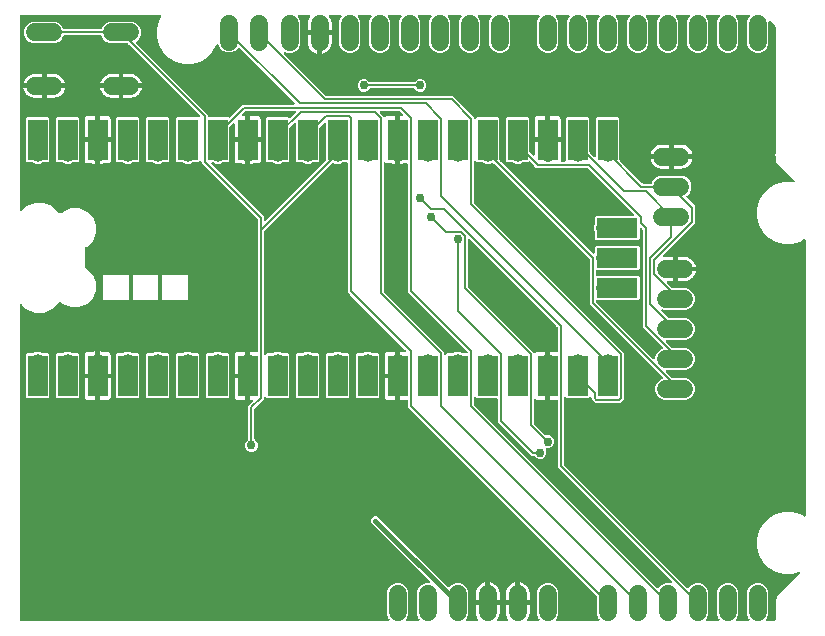
<source format=gbr>
G04 EAGLE Gerber RS-274X export*
G75*
%MOMM*%
%FSLAX34Y34*%
%LPD*%
%INTop Copper*%
%IPPOS*%
%AMOC8*
5,1,8,0,0,1.08239X$1,22.5*%
G01*
%ADD10C,1.524000*%
%ADD11C,1.508000*%
%ADD12R,1.700000X3.500000*%
%ADD13R,3.500000X1.700000*%
%ADD14C,1.508000*%
%ADD15C,0.203200*%
%ADD16C,0.406400*%
%ADD17C,0.756400*%

G36*
X335165Y22865D02*
X335165Y22865D01*
X335194Y22862D01*
X335305Y22885D01*
X335417Y22901D01*
X335444Y22913D01*
X335473Y22918D01*
X335573Y22971D01*
X335677Y23017D01*
X335699Y23036D01*
X335725Y23049D01*
X335807Y23127D01*
X335894Y23200D01*
X335910Y23225D01*
X335931Y23245D01*
X335988Y23343D01*
X336051Y23437D01*
X336060Y23465D01*
X336075Y23490D01*
X336103Y23600D01*
X336137Y23708D01*
X336138Y23738D01*
X336145Y23766D01*
X336141Y23879D01*
X336144Y23992D01*
X336137Y24021D01*
X336136Y24050D01*
X336101Y24158D01*
X336072Y24267D01*
X336057Y24293D01*
X336048Y24321D01*
X336003Y24385D01*
X335927Y24512D01*
X335882Y24555D01*
X335854Y24594D01*
X335147Y25300D01*
X333755Y28661D01*
X333755Y47539D01*
X335147Y50900D01*
X337720Y53473D01*
X341081Y54865D01*
X344719Y54865D01*
X348080Y53473D01*
X350653Y50900D01*
X352045Y47539D01*
X352045Y28661D01*
X350653Y25300D01*
X349946Y24594D01*
X349929Y24570D01*
X349906Y24551D01*
X349844Y24457D01*
X349776Y24367D01*
X349765Y24339D01*
X349749Y24315D01*
X349715Y24207D01*
X349674Y24101D01*
X349672Y24072D01*
X349663Y24044D01*
X349660Y23930D01*
X349651Y23818D01*
X349657Y23789D01*
X349656Y23760D01*
X349684Y23650D01*
X349707Y23539D01*
X349720Y23513D01*
X349728Y23485D01*
X349785Y23387D01*
X349838Y23287D01*
X349858Y23265D01*
X349873Y23240D01*
X349955Y23163D01*
X350033Y23081D01*
X350059Y23066D01*
X350080Y23046D01*
X350181Y22994D01*
X350279Y22937D01*
X350307Y22930D01*
X350333Y22916D01*
X350411Y22903D01*
X350554Y22867D01*
X350617Y22869D01*
X350664Y22861D01*
X360536Y22861D01*
X360565Y22865D01*
X360594Y22862D01*
X360705Y22885D01*
X360817Y22901D01*
X360844Y22913D01*
X360873Y22918D01*
X360973Y22971D01*
X361077Y23017D01*
X361099Y23036D01*
X361125Y23049D01*
X361207Y23127D01*
X361294Y23200D01*
X361310Y23225D01*
X361331Y23245D01*
X361388Y23343D01*
X361451Y23437D01*
X361460Y23465D01*
X361475Y23490D01*
X361503Y23600D01*
X361537Y23708D01*
X361538Y23738D01*
X361545Y23766D01*
X361541Y23879D01*
X361544Y23992D01*
X361537Y24021D01*
X361536Y24050D01*
X361501Y24158D01*
X361472Y24267D01*
X361457Y24293D01*
X361448Y24321D01*
X361403Y24385D01*
X361327Y24512D01*
X361282Y24555D01*
X361254Y24594D01*
X360547Y25300D01*
X359155Y28661D01*
X359155Y47539D01*
X360547Y50900D01*
X363120Y53473D01*
X366481Y54865D01*
X369454Y54865D01*
X369483Y54869D01*
X369513Y54866D01*
X369624Y54889D01*
X369736Y54905D01*
X369762Y54917D01*
X369791Y54922D01*
X369892Y54974D01*
X369995Y55021D01*
X370018Y55040D01*
X370044Y55053D01*
X370126Y55131D01*
X370212Y55204D01*
X370228Y55229D01*
X370250Y55249D01*
X370307Y55347D01*
X370370Y55441D01*
X370379Y55469D01*
X370393Y55494D01*
X370421Y55604D01*
X370456Y55712D01*
X370456Y55742D01*
X370464Y55770D01*
X370460Y55883D01*
X370463Y55996D01*
X370455Y56025D01*
X370454Y56054D01*
X370420Y56162D01*
X370391Y56271D01*
X370376Y56297D01*
X370367Y56325D01*
X370322Y56388D01*
X370246Y56516D01*
X370200Y56559D01*
X370172Y56598D01*
X320543Y106227D01*
X320543Y109173D01*
X322627Y111257D01*
X325573Y111257D01*
X385221Y51609D01*
X385267Y51574D01*
X385308Y51532D01*
X385381Y51489D01*
X385448Y51438D01*
X385503Y51418D01*
X385553Y51388D01*
X385635Y51367D01*
X385714Y51337D01*
X385772Y51332D01*
X385829Y51318D01*
X385913Y51321D01*
X385997Y51314D01*
X386054Y51325D01*
X386113Y51327D01*
X386193Y51353D01*
X386276Y51369D01*
X386328Y51396D01*
X386383Y51414D01*
X386439Y51454D01*
X386528Y51500D01*
X386600Y51569D01*
X386657Y51609D01*
X388520Y53473D01*
X391881Y54865D01*
X395519Y54865D01*
X398880Y53473D01*
X401453Y50900D01*
X402845Y47539D01*
X402845Y28661D01*
X401453Y25300D01*
X400746Y24594D01*
X400729Y24570D01*
X400706Y24551D01*
X400644Y24457D01*
X400576Y24367D01*
X400565Y24339D01*
X400549Y24315D01*
X400515Y24207D01*
X400474Y24101D01*
X400472Y24072D01*
X400463Y24044D01*
X400460Y23930D01*
X400451Y23818D01*
X400457Y23789D01*
X400456Y23760D01*
X400484Y23650D01*
X400507Y23539D01*
X400520Y23513D01*
X400528Y23485D01*
X400585Y23387D01*
X400638Y23287D01*
X400658Y23265D01*
X400673Y23240D01*
X400755Y23163D01*
X400833Y23081D01*
X400859Y23066D01*
X400880Y23046D01*
X400981Y22994D01*
X401079Y22937D01*
X401107Y22930D01*
X401133Y22916D01*
X401211Y22903D01*
X401354Y22867D01*
X401417Y22869D01*
X401464Y22861D01*
X410084Y22861D01*
X410175Y22874D01*
X410267Y22877D01*
X410315Y22893D01*
X410365Y22901D01*
X410449Y22938D01*
X410537Y22967D01*
X410578Y22996D01*
X410625Y23017D01*
X410695Y23076D01*
X410771Y23128D01*
X410803Y23168D01*
X410842Y23200D01*
X410893Y23277D01*
X410951Y23348D01*
X410971Y23395D01*
X410999Y23437D01*
X411027Y23525D01*
X411063Y23609D01*
X411070Y23660D01*
X411085Y23708D01*
X411087Y23800D01*
X411099Y23891D01*
X411091Y23942D01*
X411092Y23992D01*
X411069Y24081D01*
X411055Y24172D01*
X411035Y24212D01*
X411021Y24267D01*
X410940Y24404D01*
X410905Y24473D01*
X410410Y25155D01*
X409684Y26580D01*
X409189Y28101D01*
X408939Y29680D01*
X408939Y36069D01*
X418084Y36069D01*
X418142Y36077D01*
X418200Y36075D01*
X418282Y36097D01*
X418365Y36109D01*
X418419Y36133D01*
X418475Y36147D01*
X418548Y36190D01*
X418625Y36225D01*
X418669Y36263D01*
X418720Y36293D01*
X418777Y36354D01*
X418842Y36409D01*
X418874Y36457D01*
X418914Y36500D01*
X418953Y36575D01*
X418999Y36645D01*
X419017Y36701D01*
X419044Y36753D01*
X419055Y36821D01*
X419085Y36916D01*
X419088Y37016D01*
X419099Y37084D01*
X419099Y38101D01*
X419101Y38101D01*
X419101Y37084D01*
X419109Y37026D01*
X419108Y36968D01*
X419129Y36886D01*
X419141Y36803D01*
X419165Y36749D01*
X419179Y36693D01*
X419222Y36620D01*
X419257Y36543D01*
X419295Y36498D01*
X419325Y36448D01*
X419386Y36390D01*
X419441Y36326D01*
X419489Y36294D01*
X419532Y36254D01*
X419607Y36215D01*
X419677Y36169D01*
X419733Y36151D01*
X419785Y36124D01*
X419853Y36113D01*
X419948Y36083D01*
X420048Y36080D01*
X420116Y36069D01*
X429261Y36069D01*
X429261Y29680D01*
X429011Y28101D01*
X428516Y26580D01*
X427790Y25155D01*
X427295Y24473D01*
X427252Y24392D01*
X427201Y24315D01*
X427185Y24266D01*
X427162Y24222D01*
X427143Y24132D01*
X427115Y24044D01*
X427114Y23993D01*
X427103Y23943D01*
X427110Y23852D01*
X427108Y23760D01*
X427120Y23711D01*
X427124Y23660D01*
X427156Y23573D01*
X427179Y23485D01*
X427205Y23441D01*
X427223Y23393D01*
X427278Y23319D01*
X427325Y23240D01*
X427362Y23205D01*
X427392Y23165D01*
X427465Y23109D01*
X427532Y23046D01*
X427577Y23023D01*
X427617Y22992D01*
X427703Y22958D01*
X427785Y22916D01*
X427829Y22909D01*
X427882Y22888D01*
X428040Y22873D01*
X428116Y22861D01*
X435484Y22861D01*
X435575Y22874D01*
X435667Y22877D01*
X435715Y22893D01*
X435765Y22901D01*
X435849Y22938D01*
X435937Y22967D01*
X435978Y22996D01*
X436025Y23017D01*
X436095Y23076D01*
X436171Y23128D01*
X436203Y23168D01*
X436242Y23200D01*
X436293Y23277D01*
X436351Y23348D01*
X436371Y23395D01*
X436399Y23437D01*
X436427Y23525D01*
X436463Y23609D01*
X436470Y23660D01*
X436485Y23708D01*
X436487Y23800D01*
X436499Y23891D01*
X436491Y23942D01*
X436492Y23992D01*
X436469Y24081D01*
X436455Y24172D01*
X436435Y24212D01*
X436421Y24267D01*
X436340Y24404D01*
X436305Y24473D01*
X435810Y25155D01*
X435084Y26580D01*
X434589Y28101D01*
X434339Y29680D01*
X434339Y36069D01*
X443484Y36069D01*
X443542Y36077D01*
X443600Y36075D01*
X443682Y36097D01*
X443765Y36109D01*
X443819Y36133D01*
X443875Y36147D01*
X443948Y36190D01*
X444025Y36225D01*
X444069Y36263D01*
X444120Y36293D01*
X444177Y36354D01*
X444242Y36409D01*
X444274Y36457D01*
X444314Y36500D01*
X444353Y36575D01*
X444399Y36645D01*
X444417Y36701D01*
X444444Y36753D01*
X444455Y36821D01*
X444485Y36916D01*
X444488Y37016D01*
X444499Y37084D01*
X444499Y38101D01*
X444501Y38101D01*
X444501Y37084D01*
X444509Y37026D01*
X444508Y36968D01*
X444529Y36886D01*
X444541Y36803D01*
X444565Y36749D01*
X444579Y36693D01*
X444622Y36620D01*
X444657Y36543D01*
X444695Y36498D01*
X444725Y36448D01*
X444786Y36390D01*
X444841Y36326D01*
X444889Y36294D01*
X444932Y36254D01*
X445007Y36215D01*
X445077Y36169D01*
X445133Y36151D01*
X445185Y36124D01*
X445253Y36113D01*
X445348Y36083D01*
X445448Y36080D01*
X445516Y36069D01*
X454661Y36069D01*
X454661Y29680D01*
X454411Y28101D01*
X453916Y26580D01*
X453190Y25155D01*
X452695Y24473D01*
X452652Y24392D01*
X452601Y24315D01*
X452585Y24266D01*
X452562Y24222D01*
X452543Y24132D01*
X452515Y24044D01*
X452514Y23993D01*
X452503Y23943D01*
X452510Y23852D01*
X452508Y23760D01*
X452520Y23711D01*
X452524Y23660D01*
X452556Y23573D01*
X452579Y23485D01*
X452605Y23441D01*
X452623Y23393D01*
X452678Y23319D01*
X452725Y23240D01*
X452762Y23205D01*
X452792Y23165D01*
X452865Y23109D01*
X452932Y23046D01*
X452977Y23023D01*
X453017Y22992D01*
X453103Y22958D01*
X453185Y22916D01*
X453229Y22909D01*
X453282Y22888D01*
X453440Y22873D01*
X453516Y22861D01*
X462136Y22861D01*
X462165Y22865D01*
X462194Y22862D01*
X462305Y22885D01*
X462417Y22901D01*
X462444Y22913D01*
X462473Y22918D01*
X462573Y22971D01*
X462677Y23017D01*
X462699Y23036D01*
X462725Y23049D01*
X462807Y23127D01*
X462894Y23200D01*
X462910Y23225D01*
X462931Y23245D01*
X462988Y23343D01*
X463051Y23437D01*
X463060Y23465D01*
X463075Y23490D01*
X463103Y23600D01*
X463137Y23708D01*
X463138Y23738D01*
X463145Y23766D01*
X463141Y23879D01*
X463144Y23992D01*
X463137Y24021D01*
X463136Y24050D01*
X463101Y24158D01*
X463072Y24267D01*
X463057Y24293D01*
X463048Y24321D01*
X463003Y24385D01*
X462927Y24512D01*
X462882Y24555D01*
X462854Y24594D01*
X462147Y25300D01*
X460755Y28661D01*
X460755Y47539D01*
X462147Y50900D01*
X464720Y53473D01*
X468081Y54865D01*
X471719Y54865D01*
X475080Y53473D01*
X477653Y50900D01*
X479045Y47539D01*
X479045Y28661D01*
X477653Y25300D01*
X476946Y24594D01*
X476929Y24570D01*
X476906Y24551D01*
X476844Y24457D01*
X476776Y24367D01*
X476765Y24339D01*
X476749Y24315D01*
X476715Y24207D01*
X476674Y24101D01*
X476672Y24072D01*
X476663Y24044D01*
X476660Y23930D01*
X476651Y23818D01*
X476657Y23789D01*
X476656Y23760D01*
X476684Y23650D01*
X476707Y23539D01*
X476720Y23513D01*
X476728Y23485D01*
X476785Y23387D01*
X476838Y23287D01*
X476858Y23265D01*
X476873Y23240D01*
X476955Y23163D01*
X477033Y23081D01*
X477059Y23066D01*
X477080Y23046D01*
X477181Y22994D01*
X477279Y22937D01*
X477307Y22930D01*
X477333Y22916D01*
X477411Y22903D01*
X477554Y22867D01*
X477617Y22869D01*
X477664Y22861D01*
X512936Y22861D01*
X512965Y22865D01*
X512994Y22862D01*
X513105Y22885D01*
X513217Y22901D01*
X513244Y22913D01*
X513273Y22918D01*
X513373Y22971D01*
X513477Y23017D01*
X513499Y23036D01*
X513525Y23049D01*
X513607Y23127D01*
X513694Y23200D01*
X513710Y23225D01*
X513731Y23245D01*
X513788Y23343D01*
X513851Y23437D01*
X513860Y23465D01*
X513875Y23490D01*
X513903Y23600D01*
X513937Y23708D01*
X513938Y23738D01*
X513945Y23766D01*
X513941Y23879D01*
X513944Y23992D01*
X513937Y24021D01*
X513936Y24050D01*
X513901Y24158D01*
X513872Y24267D01*
X513857Y24293D01*
X513848Y24321D01*
X513803Y24385D01*
X513727Y24512D01*
X513682Y24555D01*
X513654Y24594D01*
X512947Y25300D01*
X511555Y28661D01*
X511555Y43231D01*
X511548Y43279D01*
X511549Y43282D01*
X511547Y43286D01*
X511543Y43318D01*
X511540Y43405D01*
X511523Y43458D01*
X511515Y43513D01*
X511480Y43592D01*
X511453Y43676D01*
X511425Y43715D01*
X511399Y43772D01*
X511303Y43885D01*
X511258Y43949D01*
X353185Y202022D01*
X351399Y203808D01*
X351399Y209144D01*
X351391Y209202D01*
X351393Y209260D01*
X351371Y209342D01*
X351359Y209426D01*
X351336Y209479D01*
X351321Y209535D01*
X351278Y209608D01*
X351243Y209685D01*
X351205Y209730D01*
X351176Y209780D01*
X351114Y209838D01*
X351060Y209902D01*
X351011Y209934D01*
X350968Y209974D01*
X350893Y210013D01*
X350823Y210060D01*
X350767Y210077D01*
X350715Y210104D01*
X350647Y210115D01*
X350552Y210145D01*
X350452Y210148D01*
X350384Y210159D01*
X344931Y210159D01*
X344931Y229184D01*
X344923Y229242D01*
X344924Y229300D01*
X344903Y229382D01*
X344891Y229465D01*
X344867Y229519D01*
X344853Y229575D01*
X344810Y229648D01*
X344775Y229725D01*
X344737Y229769D01*
X344707Y229820D01*
X344646Y229877D01*
X344591Y229942D01*
X344543Y229974D01*
X344500Y230014D01*
X344425Y230053D01*
X344355Y230099D01*
X344299Y230117D01*
X344247Y230144D01*
X344179Y230155D01*
X344084Y230185D01*
X343984Y230188D01*
X343916Y230199D01*
X342899Y230199D01*
X342899Y230201D01*
X343916Y230201D01*
X343974Y230209D01*
X344032Y230208D01*
X344114Y230229D01*
X344197Y230241D01*
X344251Y230265D01*
X344307Y230279D01*
X344380Y230322D01*
X344457Y230357D01*
X344501Y230395D01*
X344552Y230425D01*
X344609Y230486D01*
X344674Y230541D01*
X344706Y230589D01*
X344746Y230632D01*
X344785Y230707D01*
X344831Y230777D01*
X344849Y230833D01*
X344876Y230885D01*
X344887Y230953D01*
X344917Y231048D01*
X344920Y231148D01*
X344931Y231216D01*
X344931Y240284D01*
X344923Y240342D01*
X344924Y240400D01*
X344903Y240482D01*
X344891Y240565D01*
X344867Y240619D01*
X344853Y240675D01*
X344810Y240748D01*
X344775Y240825D01*
X344737Y240869D01*
X344707Y240920D01*
X344646Y240977D01*
X344591Y241042D01*
X344543Y241074D01*
X344500Y241114D01*
X344425Y241153D01*
X344355Y241199D01*
X344299Y241217D01*
X344247Y241244D01*
X344179Y241255D01*
X344084Y241285D01*
X343984Y241288D01*
X343916Y241299D01*
X341884Y241299D01*
X341826Y241291D01*
X341768Y241292D01*
X341686Y241271D01*
X341603Y241259D01*
X341549Y241235D01*
X341493Y241221D01*
X341420Y241178D01*
X341343Y241143D01*
X341298Y241105D01*
X341248Y241075D01*
X341190Y241014D01*
X341126Y240959D01*
X341094Y240911D01*
X341054Y240868D01*
X341015Y240793D01*
X340969Y240723D01*
X340951Y240667D01*
X340924Y240615D01*
X340913Y240547D01*
X340883Y240452D01*
X340880Y240352D01*
X340869Y240284D01*
X340869Y231415D01*
X340539Y231467D01*
X339030Y231958D01*
X338711Y232121D01*
X338644Y232143D01*
X338581Y232176D01*
X338521Y232186D01*
X338442Y232213D01*
X338324Y232219D01*
X338250Y232231D01*
X331859Y232231D01*
X331859Y248034D01*
X332032Y248681D01*
X332367Y249260D01*
X332840Y249733D01*
X333419Y250068D01*
X334066Y250241D01*
X337999Y250241D01*
X338069Y250251D01*
X338139Y250251D01*
X338198Y250269D01*
X338280Y250281D01*
X338388Y250329D01*
X338460Y250351D01*
X339030Y250642D01*
X340539Y251133D01*
X340869Y251185D01*
X340869Y242316D01*
X340877Y242258D01*
X340875Y242200D01*
X340897Y242118D01*
X340909Y242035D01*
X340933Y241981D01*
X340947Y241925D01*
X340990Y241852D01*
X341025Y241775D01*
X341063Y241731D01*
X341093Y241680D01*
X341154Y241623D01*
X341209Y241558D01*
X341257Y241526D01*
X341300Y241486D01*
X341375Y241447D01*
X341445Y241401D01*
X341501Y241383D01*
X341553Y241356D01*
X341621Y241345D01*
X341716Y241315D01*
X341816Y241312D01*
X341884Y241301D01*
X343916Y241301D01*
X343974Y241309D01*
X344032Y241308D01*
X344114Y241329D01*
X344197Y241341D01*
X344251Y241365D01*
X344307Y241379D01*
X344380Y241422D01*
X344457Y241457D01*
X344501Y241495D01*
X344552Y241525D01*
X344609Y241586D01*
X344674Y241641D01*
X344706Y241689D01*
X344746Y241732D01*
X344785Y241807D01*
X344831Y241877D01*
X344849Y241933D01*
X344876Y241985D01*
X344887Y242053D01*
X344917Y242148D01*
X344920Y242248D01*
X344931Y242316D01*
X344931Y251185D01*
X345261Y251133D01*
X346770Y250642D01*
X347340Y250351D01*
X347407Y250328D01*
X347470Y250296D01*
X347530Y250286D01*
X347609Y250259D01*
X347727Y250253D01*
X347801Y250241D01*
X348819Y250241D01*
X348848Y250245D01*
X348877Y250242D01*
X348988Y250265D01*
X349101Y250281D01*
X349127Y250292D01*
X349156Y250298D01*
X349257Y250350D01*
X349360Y250397D01*
X349382Y250416D01*
X349408Y250429D01*
X349491Y250507D01*
X349577Y250580D01*
X349593Y250605D01*
X349615Y250625D01*
X349672Y250723D01*
X349735Y250817D01*
X349744Y250845D01*
X349758Y250870D01*
X349786Y250980D01*
X349820Y251088D01*
X349821Y251117D01*
X349828Y251146D01*
X349825Y251259D01*
X349828Y251372D01*
X349820Y251401D01*
X349819Y251430D01*
X349784Y251538D01*
X349756Y251647D01*
X349741Y251673D01*
X349732Y251700D01*
X349686Y251764D01*
X349611Y251892D01*
X349578Y251923D01*
X349575Y251928D01*
X349560Y251941D01*
X349537Y251974D01*
X302385Y299126D01*
X300599Y300912D01*
X300599Y410160D01*
X300591Y410218D01*
X300593Y410276D01*
X300571Y410358D01*
X300559Y410442D01*
X300536Y410495D01*
X300521Y410551D01*
X300478Y410624D01*
X300443Y410701D01*
X300405Y410746D01*
X300376Y410796D01*
X300314Y410854D01*
X300260Y410918D01*
X300211Y410950D01*
X300168Y410990D01*
X300093Y411029D01*
X300023Y411076D01*
X299967Y411093D01*
X299915Y411120D01*
X299847Y411131D01*
X299752Y411161D01*
X299652Y411164D01*
X299584Y411175D01*
X296857Y411175D01*
X296827Y411171D01*
X296796Y411173D01*
X296719Y411156D01*
X296576Y411135D01*
X296517Y411109D01*
X296469Y411098D01*
X293903Y410035D01*
X290297Y410035D01*
X288330Y410850D01*
X288328Y410851D01*
X288327Y410851D01*
X288192Y410885D01*
X288054Y410921D01*
X288053Y410921D01*
X288051Y410921D01*
X287911Y410917D01*
X287770Y410913D01*
X287769Y410912D01*
X287767Y410912D01*
X287634Y410869D01*
X287499Y410826D01*
X287498Y410825D01*
X287497Y410825D01*
X287485Y410816D01*
X287263Y410668D01*
X287244Y410645D01*
X287223Y410630D01*
X229778Y353185D01*
X229726Y353115D01*
X229666Y353051D01*
X229640Y353002D01*
X229607Y352958D01*
X229576Y352876D01*
X229536Y352798D01*
X229528Y352751D01*
X229506Y352692D01*
X229494Y352544D01*
X229481Y352467D01*
X229481Y248988D01*
X229485Y248959D01*
X229482Y248930D01*
X229505Y248819D01*
X229521Y248707D01*
X229533Y248680D01*
X229538Y248651D01*
X229591Y248550D01*
X229637Y248447D01*
X229656Y248425D01*
X229669Y248399D01*
X229747Y248317D01*
X229820Y248230D01*
X229845Y248214D01*
X229865Y248193D01*
X229963Y248135D01*
X230057Y248073D01*
X230085Y248064D01*
X230110Y248049D01*
X230220Y248021D01*
X230328Y247987D01*
X230358Y247986D01*
X230386Y247979D01*
X230499Y247982D01*
X230612Y247979D01*
X230641Y247987D01*
X230670Y247988D01*
X230778Y248023D01*
X230887Y248051D01*
X230913Y248066D01*
X230941Y248075D01*
X231005Y248121D01*
X231132Y248197D01*
X231175Y248242D01*
X231214Y248270D01*
X232168Y249225D01*
X236543Y249225D01*
X236573Y249229D01*
X236604Y249227D01*
X236681Y249244D01*
X236824Y249265D01*
X236883Y249291D01*
X236931Y249302D01*
X239497Y250365D01*
X243103Y250365D01*
X245669Y249302D01*
X245699Y249294D01*
X245726Y249280D01*
X245804Y249267D01*
X245944Y249231D01*
X246008Y249233D01*
X246057Y249225D01*
X250432Y249225D01*
X251325Y248332D01*
X251325Y212068D01*
X250432Y211175D01*
X232168Y211175D01*
X231214Y212130D01*
X231190Y212147D01*
X231171Y212170D01*
X231077Y212233D01*
X230987Y212301D01*
X230959Y212311D01*
X230935Y212327D01*
X230827Y212362D01*
X230721Y212402D01*
X230692Y212404D01*
X230664Y212413D01*
X230550Y212416D01*
X230438Y212426D01*
X230409Y212420D01*
X230380Y212421D01*
X230270Y212392D01*
X230159Y212370D01*
X230133Y212356D01*
X230105Y212349D01*
X230007Y212291D01*
X229907Y212239D01*
X229885Y212218D01*
X229860Y212203D01*
X229783Y212121D01*
X229701Y212043D01*
X229686Y212018D01*
X229666Y211996D01*
X229614Y211895D01*
X229557Y211798D01*
X229550Y211769D01*
X229536Y211743D01*
X229523Y211666D01*
X229487Y211522D01*
X229489Y211460D01*
X229481Y211412D01*
X229481Y210595D01*
X221913Y203028D01*
X221861Y202958D01*
X221801Y202894D01*
X221775Y202845D01*
X221742Y202801D01*
X221711Y202719D01*
X221671Y202641D01*
X221663Y202593D01*
X221641Y202535D01*
X221629Y202387D01*
X221616Y202310D01*
X221616Y176820D01*
X221616Y176818D01*
X221616Y176817D01*
X221636Y176674D01*
X221656Y176538D01*
X221656Y176537D01*
X221656Y176535D01*
X221715Y176406D01*
X221772Y176279D01*
X221773Y176278D01*
X221774Y176276D01*
X221864Y176170D01*
X221955Y176062D01*
X221957Y176061D01*
X221958Y176060D01*
X221970Y176052D01*
X221993Y176037D01*
X223574Y174456D01*
X224382Y172506D01*
X224382Y170394D01*
X223574Y168444D01*
X222081Y166951D01*
X220131Y166143D01*
X218019Y166143D01*
X216069Y166951D01*
X214576Y168444D01*
X213768Y170394D01*
X213768Y172506D01*
X214576Y174456D01*
X216138Y176018D01*
X216152Y176026D01*
X216153Y176028D01*
X216155Y176028D01*
X216253Y176133D01*
X216348Y176233D01*
X216348Y176235D01*
X216349Y176236D01*
X216414Y176361D01*
X216478Y176486D01*
X216478Y176487D01*
X216479Y176489D01*
X216481Y176503D01*
X216533Y176765D01*
X216530Y176795D01*
X216534Y176820D01*
X216534Y204835D01*
X220125Y208426D01*
X220143Y208450D01*
X220165Y208469D01*
X220228Y208563D01*
X220296Y208653D01*
X220306Y208681D01*
X220323Y208705D01*
X220357Y208813D01*
X220397Y208919D01*
X220400Y208948D01*
X220409Y208976D01*
X220411Y209090D01*
X220421Y209202D01*
X220415Y209231D01*
X220416Y209260D01*
X220387Y209370D01*
X220365Y209481D01*
X220351Y209507D01*
X220344Y209535D01*
X220286Y209633D01*
X220234Y209733D01*
X220214Y209755D01*
X220199Y209780D01*
X220116Y209857D01*
X220038Y209939D01*
X220013Y209954D01*
X219991Y209974D01*
X219891Y210026D01*
X219793Y210083D01*
X219764Y210090D01*
X219738Y210104D01*
X219661Y210117D01*
X219517Y210153D01*
X219455Y210151D01*
X219407Y210159D01*
X217931Y210159D01*
X217931Y229184D01*
X217923Y229242D01*
X217924Y229300D01*
X217903Y229382D01*
X217891Y229465D01*
X217867Y229519D01*
X217853Y229575D01*
X217810Y229648D01*
X217775Y229725D01*
X217737Y229769D01*
X217707Y229820D01*
X217646Y229877D01*
X217591Y229942D01*
X217543Y229974D01*
X217500Y230014D01*
X217425Y230053D01*
X217355Y230099D01*
X217299Y230117D01*
X217247Y230144D01*
X217179Y230155D01*
X217084Y230185D01*
X216984Y230188D01*
X216916Y230199D01*
X215899Y230199D01*
X215899Y230201D01*
X216916Y230201D01*
X216974Y230209D01*
X217032Y230208D01*
X217114Y230229D01*
X217197Y230241D01*
X217251Y230265D01*
X217307Y230279D01*
X217380Y230322D01*
X217457Y230357D01*
X217501Y230395D01*
X217552Y230425D01*
X217609Y230486D01*
X217674Y230541D01*
X217706Y230589D01*
X217746Y230632D01*
X217785Y230707D01*
X217831Y230777D01*
X217849Y230833D01*
X217876Y230885D01*
X217887Y230953D01*
X217917Y231048D01*
X217920Y231148D01*
X217931Y231216D01*
X217931Y240284D01*
X217923Y240342D01*
X217924Y240400D01*
X217903Y240482D01*
X217891Y240565D01*
X217867Y240619D01*
X217853Y240675D01*
X217810Y240748D01*
X217775Y240825D01*
X217737Y240869D01*
X217707Y240920D01*
X217646Y240977D01*
X217591Y241042D01*
X217543Y241074D01*
X217500Y241114D01*
X217425Y241153D01*
X217355Y241199D01*
X217299Y241217D01*
X217247Y241244D01*
X217179Y241255D01*
X217084Y241285D01*
X216984Y241288D01*
X216916Y241299D01*
X214884Y241299D01*
X214826Y241291D01*
X214768Y241292D01*
X214686Y241271D01*
X214603Y241259D01*
X214549Y241235D01*
X214493Y241221D01*
X214420Y241178D01*
X214343Y241143D01*
X214298Y241105D01*
X214248Y241075D01*
X214190Y241014D01*
X214126Y240959D01*
X214094Y240911D01*
X214054Y240868D01*
X214015Y240793D01*
X213969Y240723D01*
X213951Y240667D01*
X213924Y240615D01*
X213913Y240547D01*
X213883Y240452D01*
X213880Y240352D01*
X213869Y240284D01*
X213869Y231415D01*
X213539Y231467D01*
X212030Y231958D01*
X211711Y232121D01*
X211644Y232143D01*
X211581Y232176D01*
X211521Y232186D01*
X211442Y232213D01*
X211324Y232219D01*
X211250Y232231D01*
X204859Y232231D01*
X204859Y248034D01*
X205032Y248681D01*
X205367Y249260D01*
X205840Y249733D01*
X206419Y250068D01*
X207066Y250241D01*
X210999Y250241D01*
X211069Y250251D01*
X211139Y250251D01*
X211198Y250269D01*
X211280Y250281D01*
X211388Y250329D01*
X211460Y250351D01*
X212030Y250642D01*
X213539Y251133D01*
X213869Y251185D01*
X213869Y242316D01*
X213877Y242258D01*
X213875Y242200D01*
X213897Y242118D01*
X213909Y242035D01*
X213933Y241981D01*
X213947Y241925D01*
X213990Y241852D01*
X214025Y241775D01*
X214063Y241731D01*
X214093Y241680D01*
X214154Y241623D01*
X214209Y241558D01*
X214257Y241526D01*
X214300Y241486D01*
X214375Y241447D01*
X214445Y241401D01*
X214501Y241383D01*
X214553Y241356D01*
X214621Y241345D01*
X214716Y241315D01*
X214816Y241312D01*
X214884Y241301D01*
X216916Y241301D01*
X216974Y241309D01*
X217032Y241308D01*
X217114Y241329D01*
X217197Y241341D01*
X217251Y241365D01*
X217307Y241379D01*
X217380Y241422D01*
X217457Y241457D01*
X217501Y241495D01*
X217552Y241525D01*
X217609Y241586D01*
X217674Y241641D01*
X217706Y241689D01*
X217746Y241732D01*
X217785Y241807D01*
X217831Y241877D01*
X217849Y241933D01*
X217876Y241985D01*
X217887Y242053D01*
X217917Y242148D01*
X217920Y242248D01*
X217931Y242316D01*
X217931Y251185D01*
X218261Y251133D01*
X219770Y250642D01*
X220340Y250351D01*
X220407Y250328D01*
X220470Y250296D01*
X220530Y250286D01*
X220609Y250259D01*
X220727Y250253D01*
X220801Y250241D01*
X223384Y250241D01*
X223442Y250249D01*
X223500Y250247D01*
X223582Y250269D01*
X223666Y250281D01*
X223719Y250304D01*
X223775Y250319D01*
X223848Y250362D01*
X223925Y250397D01*
X223970Y250435D01*
X224020Y250464D01*
X224078Y250526D01*
X224142Y250580D01*
X224174Y250629D01*
X224214Y250672D01*
X224253Y250747D01*
X224300Y250817D01*
X224317Y250873D01*
X224344Y250925D01*
X224355Y250993D01*
X224385Y251088D01*
X224388Y251188D01*
X224399Y251256D01*
X224399Y362695D01*
X224387Y362782D01*
X224384Y362869D01*
X224367Y362922D01*
X224359Y362976D01*
X224324Y363056D01*
X224297Y363139D01*
X224269Y363179D01*
X224243Y363236D01*
X224147Y363349D01*
X224102Y363413D01*
X178705Y408810D01*
X176919Y410595D01*
X176919Y411412D01*
X176915Y411441D01*
X176918Y411470D01*
X176895Y411581D01*
X176879Y411693D01*
X176867Y411720D01*
X176862Y411749D01*
X176809Y411850D01*
X176763Y411953D01*
X176744Y411975D01*
X176731Y412001D01*
X176653Y412083D01*
X176580Y412170D01*
X176555Y412186D01*
X176535Y412207D01*
X176437Y412265D01*
X176343Y412327D01*
X176315Y412336D01*
X176290Y412351D01*
X176180Y412379D01*
X176072Y412413D01*
X176042Y412414D01*
X176014Y412421D01*
X175901Y412418D01*
X175788Y412421D01*
X175759Y412413D01*
X175730Y412412D01*
X175622Y412377D01*
X175513Y412349D01*
X175487Y412334D01*
X175459Y412325D01*
X175395Y412279D01*
X175268Y412203D01*
X175225Y412158D01*
X175186Y412130D01*
X174232Y411175D01*
X169857Y411175D01*
X169827Y411171D01*
X169796Y411173D01*
X169719Y411156D01*
X169576Y411135D01*
X169517Y411109D01*
X169469Y411098D01*
X166903Y410035D01*
X163297Y410035D01*
X160731Y411098D01*
X160701Y411106D01*
X160674Y411120D01*
X160596Y411133D01*
X160456Y411169D01*
X160392Y411167D01*
X160343Y411175D01*
X155968Y411175D01*
X155075Y412068D01*
X155075Y448332D01*
X155968Y449225D01*
X174524Y449225D01*
X174553Y449229D01*
X174582Y449226D01*
X174693Y449249D01*
X174806Y449265D01*
X174832Y449277D01*
X174861Y449282D01*
X174962Y449334D01*
X175065Y449381D01*
X175087Y449400D01*
X175113Y449413D01*
X175196Y449491D01*
X175282Y449564D01*
X175298Y449589D01*
X175320Y449609D01*
X175377Y449707D01*
X175440Y449801D01*
X175448Y449829D01*
X175463Y449854D01*
X175491Y449964D01*
X175525Y450072D01*
X175526Y450102D01*
X175533Y450130D01*
X175530Y450243D01*
X175533Y450356D01*
X175525Y450385D01*
X175524Y450414D01*
X175489Y450522D01*
X175461Y450631D01*
X175446Y450657D01*
X175437Y450685D01*
X175391Y450748D01*
X175316Y450876D01*
X175278Y450911D01*
X175275Y450917D01*
X175265Y450926D01*
X175242Y450958D01*
X114561Y511639D01*
X114491Y511691D01*
X114427Y511751D01*
X114378Y511777D01*
X114334Y511810D01*
X114252Y511841D01*
X114174Y511881D01*
X114127Y511889D01*
X114068Y511911D01*
X113920Y511923D01*
X113843Y511936D01*
X99273Y511936D01*
X95912Y513328D01*
X93339Y515901D01*
X92506Y517914D01*
X92505Y517915D01*
X92505Y517916D01*
X92433Y518037D01*
X92361Y518158D01*
X92360Y518159D01*
X92359Y518161D01*
X92255Y518258D01*
X92155Y518354D01*
X92153Y518354D01*
X92152Y518355D01*
X92026Y518420D01*
X91902Y518484D01*
X91900Y518484D01*
X91899Y518485D01*
X91884Y518487D01*
X91623Y518539D01*
X91593Y518536D01*
X91568Y518540D01*
X60832Y518540D01*
X60831Y518540D01*
X60829Y518540D01*
X60689Y518520D01*
X60551Y518500D01*
X60549Y518500D01*
X60548Y518500D01*
X60422Y518443D01*
X60291Y518384D01*
X60290Y518383D01*
X60289Y518382D01*
X60181Y518291D01*
X60074Y518201D01*
X60073Y518199D01*
X60072Y518198D01*
X60064Y518185D01*
X59917Y517964D01*
X59907Y517935D01*
X59894Y517914D01*
X59061Y515901D01*
X56488Y513328D01*
X53127Y511936D01*
X34249Y511936D01*
X30888Y513328D01*
X28315Y515901D01*
X26923Y519262D01*
X26923Y522900D01*
X28315Y526261D01*
X30888Y528834D01*
X34249Y530226D01*
X53127Y530226D01*
X56488Y528834D01*
X59061Y526261D01*
X59894Y524248D01*
X59895Y524247D01*
X59895Y524246D01*
X59967Y524125D01*
X60039Y524004D01*
X60040Y524003D01*
X60041Y524001D01*
X60145Y523904D01*
X60245Y523808D01*
X60247Y523808D01*
X60248Y523807D01*
X60374Y523742D01*
X60498Y523678D01*
X60500Y523678D01*
X60501Y523677D01*
X60516Y523675D01*
X60777Y523623D01*
X60807Y523626D01*
X60832Y523622D01*
X91568Y523622D01*
X91569Y523622D01*
X91571Y523622D01*
X91711Y523642D01*
X91849Y523662D01*
X91851Y523662D01*
X91852Y523662D01*
X91978Y523719D01*
X92109Y523778D01*
X92110Y523779D01*
X92111Y523780D01*
X92219Y523871D01*
X92326Y523961D01*
X92327Y523963D01*
X92328Y523964D01*
X92336Y523977D01*
X92483Y524198D01*
X92493Y524227D01*
X92506Y524248D01*
X93339Y526261D01*
X95912Y528834D01*
X99273Y530226D01*
X118151Y530226D01*
X121512Y528834D01*
X124085Y526261D01*
X125477Y522900D01*
X125477Y519262D01*
X124085Y515901D01*
X121503Y513319D01*
X121468Y513272D01*
X121425Y513232D01*
X121383Y513159D01*
X121332Y513092D01*
X121311Y513037D01*
X121281Y512987D01*
X121261Y512905D01*
X121231Y512826D01*
X121226Y512768D01*
X121211Y512711D01*
X121214Y512627D01*
X121207Y512543D01*
X121219Y512486D01*
X121220Y512427D01*
X121246Y512347D01*
X121263Y512264D01*
X121290Y512212D01*
X121308Y512157D01*
X121348Y512101D01*
X121394Y512012D01*
X121463Y511940D01*
X121503Y511883D01*
X180215Y453171D01*
X182001Y451385D01*
X182001Y450240D01*
X182008Y450188D01*
X182007Y450165D01*
X182008Y450161D01*
X182007Y450124D01*
X182029Y450042D01*
X182041Y449958D01*
X182064Y449905D01*
X182079Y449849D01*
X182122Y449776D01*
X182157Y449699D01*
X182195Y449654D01*
X182224Y449604D01*
X182286Y449546D01*
X182340Y449482D01*
X182389Y449450D01*
X182432Y449410D01*
X182507Y449371D01*
X182577Y449324D01*
X182633Y449307D01*
X182685Y449280D01*
X182753Y449269D01*
X182848Y449239D01*
X182948Y449236D01*
X183016Y449225D01*
X199632Y449225D01*
X199676Y449180D01*
X199723Y449145D01*
X199763Y449103D01*
X199836Y449060D01*
X199903Y449009D01*
X199958Y448988D01*
X200008Y448959D01*
X200090Y448938D01*
X200169Y448908D01*
X200227Y448903D01*
X200284Y448889D01*
X200368Y448891D01*
X200452Y448884D01*
X200510Y448896D01*
X200568Y448898D01*
X200648Y448924D01*
X200731Y448940D01*
X200783Y448967D01*
X200839Y448985D01*
X200895Y449025D01*
X200983Y449071D01*
X201056Y449140D01*
X201112Y449180D01*
X211825Y459893D01*
X254788Y459893D01*
X254817Y459897D01*
X254846Y459894D01*
X254957Y459917D01*
X255070Y459933D01*
X255096Y459945D01*
X255125Y459950D01*
X255226Y460002D01*
X255329Y460049D01*
X255351Y460068D01*
X255377Y460081D01*
X255459Y460159D01*
X255546Y460232D01*
X255562Y460257D01*
X255584Y460277D01*
X255641Y460375D01*
X255704Y460469D01*
X255712Y460497D01*
X255727Y460522D01*
X255755Y460632D01*
X255789Y460740D01*
X255790Y460770D01*
X255797Y460798D01*
X255794Y460911D01*
X255797Y461024D01*
X255789Y461053D01*
X255788Y461082D01*
X255753Y461190D01*
X255725Y461299D01*
X255710Y461325D01*
X255701Y461353D01*
X255655Y461416D01*
X255580Y461544D01*
X255534Y461587D01*
X255506Y461626D01*
X209126Y508006D01*
X209079Y508041D01*
X209039Y508083D01*
X208966Y508126D01*
X208899Y508177D01*
X208844Y508198D01*
X208794Y508227D01*
X208712Y508248D01*
X208633Y508278D01*
X208575Y508283D01*
X208518Y508297D01*
X208434Y508294D01*
X208350Y508301D01*
X208293Y508290D01*
X208234Y508288D01*
X208154Y508262D01*
X208071Y508246D01*
X208019Y508219D01*
X207964Y508201D01*
X207907Y508161D01*
X207819Y508115D01*
X207747Y508046D01*
X207690Y508006D01*
X205160Y505475D01*
X201828Y504095D01*
X198222Y504095D01*
X194890Y505475D01*
X192340Y508025D01*
X191311Y510511D01*
X191257Y510601D01*
X191211Y510695D01*
X191185Y510723D01*
X191166Y510755D01*
X191090Y510828D01*
X191019Y510905D01*
X190987Y510925D01*
X190960Y510951D01*
X190866Y510999D01*
X190776Y511054D01*
X190740Y511064D01*
X190707Y511081D01*
X190604Y511101D01*
X190502Y511129D01*
X190465Y511129D01*
X190428Y511136D01*
X190323Y511127D01*
X190218Y511125D01*
X190182Y511115D01*
X190145Y511111D01*
X190047Y511074D01*
X189946Y511043D01*
X189914Y511023D01*
X189879Y511009D01*
X189796Y510946D01*
X189707Y510889D01*
X189686Y510863D01*
X189653Y510838D01*
X189533Y510677D01*
X189494Y510630D01*
X186034Y504637D01*
X181163Y499766D01*
X175198Y496322D01*
X168544Y494539D01*
X161656Y494539D01*
X155002Y496322D01*
X149037Y499766D01*
X144166Y504637D01*
X140722Y510602D01*
X138939Y517256D01*
X138939Y524144D01*
X140722Y530798D01*
X142765Y534336D01*
X142780Y534373D01*
X142802Y534405D01*
X142833Y534504D01*
X142871Y534600D01*
X142875Y534639D01*
X142887Y534676D01*
X142890Y534780D01*
X142900Y534883D01*
X142894Y534921D01*
X142895Y534961D01*
X142868Y535061D01*
X142850Y535163D01*
X142833Y535198D01*
X142823Y535236D01*
X142770Y535324D01*
X142724Y535417D01*
X142697Y535446D01*
X142677Y535480D01*
X142602Y535551D01*
X142532Y535627D01*
X142499Y535648D01*
X142470Y535674D01*
X142378Y535722D01*
X142290Y535776D01*
X142252Y535786D01*
X142217Y535804D01*
X142140Y535817D01*
X142015Y535851D01*
X141941Y535850D01*
X141886Y535859D01*
X23876Y535841D01*
X23818Y535833D01*
X23760Y535834D01*
X23678Y535813D01*
X23594Y535801D01*
X23541Y535777D01*
X23485Y535763D01*
X23412Y535719D01*
X23335Y535685D01*
X23290Y535647D01*
X23240Y535617D01*
X23182Y535556D01*
X23118Y535501D01*
X23086Y535453D01*
X23046Y535410D01*
X23007Y535335D01*
X22960Y535265D01*
X22943Y535209D01*
X22916Y535157D01*
X22905Y535089D01*
X22875Y534993D01*
X22872Y534894D01*
X22861Y534826D01*
X22861Y370459D01*
X22865Y370430D01*
X22862Y370401D01*
X22885Y370290D01*
X22901Y370178D01*
X22913Y370151D01*
X22918Y370122D01*
X22970Y370022D01*
X23017Y369918D01*
X23036Y369896D01*
X23049Y369870D01*
X23127Y369788D01*
X23200Y369701D01*
X23225Y369685D01*
X23245Y369664D01*
X23343Y369606D01*
X23437Y369544D01*
X23465Y369535D01*
X23490Y369520D01*
X23600Y369492D01*
X23708Y369458D01*
X23738Y369457D01*
X23766Y369450D01*
X23879Y369453D01*
X23992Y369451D01*
X24021Y369458D01*
X24050Y369459D01*
X24158Y369494D01*
X24267Y369522D01*
X24293Y369537D01*
X24321Y369546D01*
X24384Y369592D01*
X24512Y369668D01*
X24555Y369713D01*
X24594Y369741D01*
X28546Y373694D01*
X35589Y376611D01*
X43211Y376611D01*
X50254Y373694D01*
X55712Y368236D01*
X55722Y368218D01*
X55723Y368217D01*
X55724Y368215D01*
X55827Y368119D01*
X55929Y368023D01*
X55930Y368022D01*
X55932Y368021D01*
X56057Y367957D01*
X56181Y367892D01*
X56183Y367892D01*
X56185Y367891D01*
X56203Y367888D01*
X56460Y367837D01*
X56491Y367840D01*
X56516Y367836D01*
X57689Y367836D01*
X57776Y367848D01*
X57863Y367851D01*
X57916Y367868D01*
X57971Y367876D01*
X58050Y367911D01*
X58134Y367938D01*
X58173Y367966D01*
X58230Y367992D01*
X58343Y368088D01*
X58407Y368133D01*
X59696Y369422D01*
X66187Y372111D01*
X73213Y372111D01*
X79704Y369422D01*
X84672Y364454D01*
X87361Y357963D01*
X87361Y350937D01*
X84672Y344446D01*
X79704Y339478D01*
X78662Y339047D01*
X78661Y339046D01*
X78660Y339045D01*
X78539Y338974D01*
X78418Y338902D01*
X78417Y338901D01*
X78415Y338900D01*
X78316Y338794D01*
X78222Y338695D01*
X78222Y338694D01*
X78221Y338693D01*
X78155Y338564D01*
X78092Y338443D01*
X78092Y338441D01*
X78091Y338440D01*
X78089Y338425D01*
X78037Y338164D01*
X78040Y338133D01*
X78036Y338109D01*
X78036Y322291D01*
X78036Y322290D01*
X78036Y322288D01*
X78056Y322148D01*
X78076Y322010D01*
X78076Y322008D01*
X78076Y322007D01*
X78134Y321879D01*
X78192Y321751D01*
X78193Y321749D01*
X78194Y321748D01*
X78285Y321641D01*
X78375Y321534D01*
X78377Y321533D01*
X78378Y321531D01*
X78391Y321523D01*
X78612Y321376D01*
X78641Y321367D01*
X78662Y321353D01*
X79704Y320922D01*
X84672Y315954D01*
X87361Y309463D01*
X87361Y302437D01*
X84672Y295946D01*
X79704Y290978D01*
X73213Y288289D01*
X66187Y288289D01*
X59696Y290978D01*
X58407Y292267D01*
X58337Y292319D01*
X58273Y292379D01*
X58224Y292405D01*
X58180Y292438D01*
X58098Y292469D01*
X58020Y292509D01*
X57973Y292517D01*
X57914Y292539D01*
X57766Y292551D01*
X57689Y292564D01*
X56516Y292564D01*
X56514Y292564D01*
X56512Y292564D01*
X56369Y292544D01*
X56234Y292524D01*
X56233Y292524D01*
X56231Y292523D01*
X56096Y292463D01*
X55975Y292408D01*
X55974Y292407D01*
X55972Y292406D01*
X55864Y292314D01*
X55758Y292225D01*
X55757Y292223D01*
X55755Y292222D01*
X55746Y292207D01*
X55730Y292183D01*
X50254Y286706D01*
X43211Y283789D01*
X35589Y283789D01*
X28546Y286706D01*
X24594Y290659D01*
X24570Y290676D01*
X24551Y290699D01*
X24457Y290762D01*
X24367Y290830D01*
X24339Y290840D01*
X24315Y290856D01*
X24207Y290891D01*
X24101Y290931D01*
X24072Y290933D01*
X24044Y290942D01*
X23930Y290945D01*
X23818Y290954D01*
X23789Y290949D01*
X23760Y290949D01*
X23650Y290921D01*
X23539Y290899D01*
X23513Y290885D01*
X23485Y290878D01*
X23387Y290820D01*
X23287Y290768D01*
X23265Y290747D01*
X23240Y290732D01*
X23163Y290650D01*
X23081Y290572D01*
X23066Y290546D01*
X23046Y290525D01*
X22994Y290424D01*
X22937Y290326D01*
X22930Y290298D01*
X22916Y290272D01*
X22903Y290195D01*
X22867Y290051D01*
X22869Y289988D01*
X22861Y289941D01*
X22861Y23876D01*
X22869Y23818D01*
X22867Y23760D01*
X22889Y23678D01*
X22901Y23594D01*
X22924Y23541D01*
X22939Y23485D01*
X22982Y23412D01*
X23017Y23335D01*
X23055Y23290D01*
X23084Y23240D01*
X23146Y23182D01*
X23200Y23118D01*
X23249Y23086D01*
X23292Y23046D01*
X23367Y23007D01*
X23437Y22960D01*
X23493Y22943D01*
X23545Y22916D01*
X23613Y22905D01*
X23708Y22875D01*
X23808Y22872D01*
X23876Y22861D01*
X335136Y22861D01*
X335165Y22865D01*
G37*
G36*
X614565Y22865D02*
X614565Y22865D01*
X614594Y22862D01*
X614705Y22885D01*
X614817Y22901D01*
X614844Y22913D01*
X614873Y22918D01*
X614973Y22971D01*
X615077Y23017D01*
X615099Y23036D01*
X615125Y23049D01*
X615207Y23127D01*
X615294Y23200D01*
X615310Y23225D01*
X615331Y23245D01*
X615388Y23343D01*
X615451Y23437D01*
X615460Y23465D01*
X615475Y23490D01*
X615503Y23600D01*
X615537Y23708D01*
X615538Y23738D01*
X615545Y23766D01*
X615541Y23879D01*
X615544Y23992D01*
X615537Y24021D01*
X615536Y24050D01*
X615501Y24158D01*
X615472Y24267D01*
X615457Y24293D01*
X615448Y24321D01*
X615403Y24385D01*
X615327Y24512D01*
X615282Y24555D01*
X615254Y24594D01*
X614547Y25300D01*
X613155Y28661D01*
X613155Y47539D01*
X614547Y50900D01*
X617120Y53473D01*
X620481Y54865D01*
X624119Y54865D01*
X627480Y53473D01*
X630053Y50900D01*
X631445Y47539D01*
X631445Y28661D01*
X630053Y25300D01*
X629346Y24594D01*
X629329Y24570D01*
X629306Y24551D01*
X629244Y24457D01*
X629176Y24367D01*
X629165Y24339D01*
X629149Y24315D01*
X629115Y24207D01*
X629074Y24101D01*
X629072Y24072D01*
X629063Y24044D01*
X629060Y23930D01*
X629051Y23818D01*
X629057Y23789D01*
X629056Y23760D01*
X629084Y23650D01*
X629107Y23539D01*
X629120Y23513D01*
X629128Y23485D01*
X629185Y23387D01*
X629238Y23287D01*
X629258Y23265D01*
X629273Y23240D01*
X629355Y23163D01*
X629433Y23081D01*
X629459Y23066D01*
X629480Y23046D01*
X629581Y22994D01*
X629679Y22937D01*
X629707Y22930D01*
X629733Y22916D01*
X629811Y22903D01*
X629954Y22867D01*
X630017Y22869D01*
X630064Y22861D01*
X639936Y22861D01*
X639965Y22865D01*
X639994Y22862D01*
X640105Y22885D01*
X640217Y22901D01*
X640244Y22913D01*
X640273Y22918D01*
X640373Y22971D01*
X640477Y23017D01*
X640499Y23036D01*
X640525Y23049D01*
X640607Y23127D01*
X640694Y23200D01*
X640710Y23225D01*
X640731Y23245D01*
X640788Y23343D01*
X640851Y23437D01*
X640860Y23465D01*
X640875Y23490D01*
X640903Y23600D01*
X640937Y23708D01*
X640938Y23738D01*
X640945Y23766D01*
X640941Y23879D01*
X640944Y23992D01*
X640937Y24021D01*
X640936Y24050D01*
X640901Y24158D01*
X640872Y24267D01*
X640857Y24293D01*
X640848Y24321D01*
X640803Y24385D01*
X640727Y24512D01*
X640682Y24555D01*
X640654Y24594D01*
X639947Y25300D01*
X638555Y28661D01*
X638555Y47539D01*
X639947Y50900D01*
X642520Y53473D01*
X645881Y54865D01*
X649519Y54865D01*
X652880Y53473D01*
X655453Y50900D01*
X656845Y47539D01*
X656845Y28661D01*
X655453Y25300D01*
X654746Y24594D01*
X654729Y24570D01*
X654706Y24551D01*
X654644Y24457D01*
X654576Y24367D01*
X654565Y24339D01*
X654549Y24315D01*
X654515Y24207D01*
X654474Y24101D01*
X654472Y24072D01*
X654463Y24044D01*
X654460Y23930D01*
X654451Y23818D01*
X654457Y23789D01*
X654456Y23760D01*
X654484Y23650D01*
X654507Y23539D01*
X654520Y23513D01*
X654528Y23485D01*
X654585Y23387D01*
X654638Y23287D01*
X654658Y23265D01*
X654673Y23240D01*
X654755Y23163D01*
X654833Y23081D01*
X654859Y23066D01*
X654880Y23046D01*
X654981Y22994D01*
X655079Y22937D01*
X655107Y22930D01*
X655133Y22916D01*
X655211Y22903D01*
X655354Y22867D01*
X655417Y22869D01*
X655464Y22861D01*
X661924Y22861D01*
X661982Y22869D01*
X662040Y22867D01*
X662122Y22889D01*
X662206Y22901D01*
X662259Y22924D01*
X662315Y22939D01*
X662388Y22982D01*
X662465Y23017D01*
X662510Y23055D01*
X662560Y23084D01*
X662618Y23146D01*
X662682Y23200D01*
X662714Y23249D01*
X662754Y23292D01*
X662793Y23367D01*
X662840Y23437D01*
X662857Y23493D01*
X662884Y23545D01*
X662895Y23613D01*
X662925Y23708D01*
X662928Y23808D01*
X662939Y23876D01*
X662939Y38091D01*
X662939Y38093D01*
X662939Y38094D01*
X662934Y40109D01*
X663708Y41977D01*
X663708Y41978D01*
X663709Y41979D01*
X664477Y43846D01*
X665907Y45277D01*
X665908Y45278D01*
X665909Y45279D01*
X683075Y62529D01*
X683086Y62544D01*
X683100Y62555D01*
X683171Y62657D01*
X683245Y62757D01*
X683252Y62774D01*
X683262Y62789D01*
X683302Y62906D01*
X683346Y63023D01*
X683347Y63041D01*
X683353Y63058D01*
X683359Y63182D01*
X683369Y63306D01*
X683365Y63324D01*
X683366Y63342D01*
X683337Y63463D01*
X683312Y63585D01*
X683304Y63601D01*
X683299Y63619D01*
X683238Y63726D01*
X683180Y63837D01*
X683168Y63850D01*
X683159Y63866D01*
X683070Y63952D01*
X682984Y64042D01*
X682968Y64051D01*
X682955Y64064D01*
X682846Y64123D01*
X682738Y64185D01*
X682721Y64190D01*
X682705Y64199D01*
X682583Y64225D01*
X682463Y64255D01*
X682445Y64254D01*
X682427Y64258D01*
X682354Y64251D01*
X682179Y64245D01*
X682132Y64230D01*
X682092Y64226D01*
X676544Y62739D01*
X669656Y62739D01*
X663002Y64522D01*
X657037Y67966D01*
X652166Y72837D01*
X648722Y78802D01*
X646939Y85456D01*
X646939Y92344D01*
X648722Y98998D01*
X652166Y104963D01*
X657037Y109834D01*
X663002Y113278D01*
X669656Y115061D01*
X676544Y115061D01*
X683198Y113278D01*
X686710Y111250D01*
X686746Y111236D01*
X686778Y111214D01*
X686877Y111183D01*
X686974Y111144D01*
X687012Y111140D01*
X687049Y111128D01*
X687153Y111125D01*
X687256Y111115D01*
X687295Y111122D01*
X687334Y111121D01*
X687434Y111147D01*
X687536Y111165D01*
X687571Y111183D01*
X687609Y111192D01*
X687698Y111245D01*
X687791Y111291D01*
X687820Y111318D01*
X687853Y111338D01*
X687924Y111413D01*
X688001Y111483D01*
X688021Y111517D01*
X688048Y111545D01*
X688095Y111637D01*
X688149Y111726D01*
X688160Y111763D01*
X688177Y111798D01*
X688190Y111874D01*
X688225Y112000D01*
X688224Y112074D01*
X688233Y112129D01*
X688322Y345122D01*
X688316Y345161D01*
X688319Y345200D01*
X688297Y345301D01*
X688282Y345403D01*
X688266Y345439D01*
X688258Y345477D01*
X688208Y345568D01*
X688166Y345663D01*
X688141Y345693D01*
X688122Y345727D01*
X688049Y345801D01*
X687982Y345880D01*
X687950Y345901D01*
X687922Y345929D01*
X687832Y345980D01*
X687746Y346037D01*
X687709Y346049D01*
X687674Y346068D01*
X687573Y346092D01*
X687475Y346123D01*
X687436Y346124D01*
X687397Y346133D01*
X687294Y346128D01*
X687191Y346131D01*
X687153Y346121D01*
X687114Y346119D01*
X687041Y346092D01*
X686916Y346059D01*
X686851Y346021D01*
X686799Y346001D01*
X683198Y343922D01*
X676544Y342139D01*
X669656Y342139D01*
X663002Y343922D01*
X657037Y347366D01*
X652166Y352237D01*
X648722Y358202D01*
X646939Y364856D01*
X646939Y371744D01*
X648722Y378398D01*
X652166Y384363D01*
X657037Y389234D01*
X663002Y392678D01*
X669656Y394461D01*
X676544Y394461D01*
X677702Y394150D01*
X677724Y394148D01*
X677745Y394140D01*
X677865Y394131D01*
X677984Y394116D01*
X678006Y394120D01*
X678028Y394118D01*
X678146Y394142D01*
X678265Y394161D01*
X678285Y394171D01*
X678306Y394175D01*
X678413Y394231D01*
X678522Y394282D01*
X678539Y394297D01*
X678558Y394307D01*
X678645Y394391D01*
X678735Y394470D01*
X678747Y394489D01*
X678763Y394504D01*
X678824Y394609D01*
X678888Y394710D01*
X678895Y394731D01*
X678906Y394750D01*
X678935Y394867D01*
X678969Y394982D01*
X678969Y395005D01*
X678975Y395026D01*
X678970Y395146D01*
X678971Y395267D01*
X678965Y395288D01*
X678964Y395310D01*
X678926Y395425D01*
X678894Y395540D01*
X678882Y395559D01*
X678875Y395580D01*
X678831Y395642D01*
X678744Y395782D01*
X678704Y395818D01*
X678679Y395853D01*
X667385Y407036D01*
X667362Y407053D01*
X667343Y407075D01*
X667309Y407096D01*
X665807Y408599D01*
X665804Y408601D01*
X665803Y408602D01*
X664371Y410020D01*
X663598Y411887D01*
X663597Y411889D01*
X663596Y411892D01*
X662814Y413753D01*
X662814Y415770D01*
X662814Y415773D01*
X662814Y415775D01*
X662804Y417868D01*
X662808Y417886D01*
X662806Y417948D01*
X662814Y417994D01*
X662814Y525721D01*
X662802Y525807D01*
X662799Y525895D01*
X662782Y525947D01*
X662774Y526002D01*
X662739Y526082D01*
X662712Y526165D01*
X662684Y526205D01*
X662658Y526262D01*
X662562Y526375D01*
X662517Y526439D01*
X658578Y530378D01*
X658554Y530395D01*
X658535Y530418D01*
X658441Y530480D01*
X658351Y530549D01*
X658323Y530559D01*
X658299Y530575D01*
X658191Y530610D01*
X658085Y530650D01*
X658056Y530652D01*
X658028Y530661D01*
X657914Y530664D01*
X657802Y530673D01*
X657773Y530668D01*
X657744Y530668D01*
X657634Y530640D01*
X657523Y530617D01*
X657497Y530604D01*
X657469Y530597D01*
X657371Y530539D01*
X657271Y530486D01*
X657249Y530466D01*
X657224Y530451D01*
X657147Y530369D01*
X657065Y530291D01*
X657050Y530265D01*
X657030Y530244D01*
X656978Y530143D01*
X656921Y530045D01*
X656914Y530017D01*
X656900Y529991D01*
X656887Y529913D01*
X656851Y529770D01*
X656853Y529707D01*
X656845Y529660D01*
X656845Y511261D01*
X655453Y507900D01*
X652880Y505327D01*
X649519Y503935D01*
X645881Y503935D01*
X642520Y505327D01*
X639947Y507900D01*
X638555Y511261D01*
X638555Y530139D01*
X639947Y533500D01*
X640651Y534203D01*
X640668Y534227D01*
X640691Y534246D01*
X640754Y534340D01*
X640822Y534431D01*
X640832Y534458D01*
X640849Y534483D01*
X640883Y534591D01*
X640923Y534696D01*
X640925Y534726D01*
X640934Y534754D01*
X640937Y534867D01*
X640947Y534980D01*
X640941Y535008D01*
X640941Y535038D01*
X640913Y535147D01*
X640891Y535258D01*
X640877Y535285D01*
X640870Y535313D01*
X640812Y535410D01*
X640760Y535511D01*
X640739Y535532D01*
X640724Y535557D01*
X640642Y535635D01*
X640564Y535717D01*
X640538Y535732D01*
X640517Y535752D01*
X640416Y535803D01*
X640319Y535861D01*
X640290Y535868D01*
X640264Y535881D01*
X640186Y535894D01*
X640043Y535931D01*
X639981Y535929D01*
X639933Y535937D01*
X630068Y535935D01*
X630039Y535931D01*
X630010Y535933D01*
X629899Y535911D01*
X629787Y535895D01*
X629760Y535883D01*
X629732Y535878D01*
X629631Y535825D01*
X629528Y535779D01*
X629505Y535760D01*
X629479Y535747D01*
X629397Y535668D01*
X629311Y535595D01*
X629294Y535571D01*
X629273Y535551D01*
X629216Y535453D01*
X629153Y535359D01*
X629144Y535331D01*
X629129Y535305D01*
X629102Y535196D01*
X629067Y535088D01*
X629067Y535058D01*
X629059Y535030D01*
X629063Y534917D01*
X629060Y534803D01*
X629067Y534775D01*
X629068Y534746D01*
X629103Y534638D01*
X629132Y534528D01*
X629147Y534503D01*
X629156Y534475D01*
X629201Y534412D01*
X629277Y534284D01*
X629323Y534241D01*
X629351Y534202D01*
X630053Y533500D01*
X631445Y530139D01*
X631445Y511261D01*
X630053Y507900D01*
X627480Y505327D01*
X624119Y503935D01*
X620481Y503935D01*
X617120Y505327D01*
X614547Y507900D01*
X613155Y511261D01*
X613155Y530139D01*
X614547Y533500D01*
X615247Y534199D01*
X615265Y534223D01*
X615287Y534242D01*
X615350Y534336D01*
X615418Y534427D01*
X615428Y534454D01*
X615445Y534479D01*
X615479Y534587D01*
X615519Y534692D01*
X615521Y534722D01*
X615530Y534750D01*
X615533Y534863D01*
X615543Y534976D01*
X615537Y535004D01*
X615538Y535034D01*
X615509Y535143D01*
X615487Y535254D01*
X615473Y535281D01*
X615466Y535309D01*
X615408Y535406D01*
X615356Y535507D01*
X615335Y535528D01*
X615320Y535553D01*
X615238Y535631D01*
X615160Y535713D01*
X615135Y535728D01*
X615113Y535748D01*
X615012Y535799D01*
X614915Y535857D01*
X614886Y535864D01*
X614860Y535877D01*
X614782Y535890D01*
X614639Y535927D01*
X614577Y535925D01*
X614529Y535933D01*
X604672Y535931D01*
X604643Y535927D01*
X604614Y535929D01*
X604503Y535907D01*
X604391Y535891D01*
X604364Y535879D01*
X604335Y535874D01*
X604235Y535821D01*
X604131Y535775D01*
X604109Y535756D01*
X604083Y535743D01*
X604001Y535664D01*
X603915Y535591D01*
X603898Y535567D01*
X603877Y535547D01*
X603820Y535449D01*
X603757Y535355D01*
X603748Y535327D01*
X603733Y535301D01*
X603705Y535192D01*
X603671Y535084D01*
X603670Y535054D01*
X603663Y535026D01*
X603667Y534913D01*
X603664Y534799D01*
X603671Y534771D01*
X603672Y534742D01*
X603707Y534634D01*
X603736Y534524D01*
X603751Y534499D01*
X603760Y534471D01*
X603805Y534407D01*
X603881Y534280D01*
X603927Y534237D01*
X603955Y534198D01*
X604653Y533500D01*
X606045Y530139D01*
X606045Y511261D01*
X604653Y507900D01*
X602080Y505327D01*
X598719Y503935D01*
X595081Y503935D01*
X591720Y505327D01*
X589147Y507900D01*
X587755Y511261D01*
X587755Y530139D01*
X589147Y533500D01*
X589843Y534196D01*
X589861Y534219D01*
X589883Y534238D01*
X589946Y534332D01*
X590014Y534423D01*
X590024Y534450D01*
X590041Y534475D01*
X590075Y534583D01*
X590115Y534688D01*
X590118Y534718D01*
X590126Y534746D01*
X590129Y534859D01*
X590139Y534972D01*
X590133Y535001D01*
X590134Y535030D01*
X590105Y535139D01*
X590083Y535250D01*
X590069Y535277D01*
X590062Y535305D01*
X590004Y535402D01*
X589952Y535503D01*
X589932Y535524D01*
X589916Y535549D01*
X589834Y535627D01*
X589756Y535709D01*
X589731Y535724D01*
X589709Y535744D01*
X589608Y535795D01*
X589511Y535853D01*
X589482Y535860D01*
X589456Y535873D01*
X589379Y535886D01*
X589235Y535923D01*
X589173Y535921D01*
X589125Y535929D01*
X579276Y535927D01*
X579247Y535923D01*
X579218Y535925D01*
X579107Y535903D01*
X578995Y535887D01*
X578968Y535875D01*
X578939Y535870D01*
X578839Y535817D01*
X578735Y535771D01*
X578713Y535752D01*
X578687Y535739D01*
X578605Y535660D01*
X578518Y535587D01*
X578502Y535563D01*
X578481Y535543D01*
X578424Y535445D01*
X578361Y535351D01*
X578352Y535323D01*
X578337Y535298D01*
X578309Y535188D01*
X578275Y535080D01*
X578274Y535050D01*
X578267Y535022D01*
X578271Y534909D01*
X578268Y534795D01*
X578275Y534767D01*
X578276Y534738D01*
X578311Y534630D01*
X578340Y534520D01*
X578355Y534495D01*
X578364Y534467D01*
X578409Y534403D01*
X578485Y534276D01*
X578531Y534233D01*
X578559Y534194D01*
X579253Y533500D01*
X580645Y530139D01*
X580645Y511261D01*
X579253Y507900D01*
X576680Y505327D01*
X573319Y503935D01*
X569681Y503935D01*
X566320Y505327D01*
X563747Y507900D01*
X562355Y511261D01*
X562355Y530139D01*
X563747Y533500D01*
X564439Y534192D01*
X564457Y534215D01*
X564479Y534234D01*
X564542Y534328D01*
X564610Y534419D01*
X564620Y534446D01*
X564637Y534471D01*
X564671Y534579D01*
X564711Y534684D01*
X564714Y534714D01*
X564722Y534742D01*
X564725Y534855D01*
X564735Y534968D01*
X564729Y534997D01*
X564730Y535026D01*
X564701Y535135D01*
X564679Y535247D01*
X564665Y535273D01*
X564658Y535301D01*
X564600Y535398D01*
X564548Y535499D01*
X564528Y535520D01*
X564513Y535545D01*
X564430Y535623D01*
X564352Y535705D01*
X564327Y535720D01*
X564305Y535740D01*
X564204Y535791D01*
X564107Y535849D01*
X564078Y535856D01*
X564052Y535869D01*
X563975Y535882D01*
X563831Y535919D01*
X563769Y535917D01*
X563721Y535925D01*
X553880Y535923D01*
X553851Y535919D01*
X553822Y535922D01*
X553711Y535899D01*
X553599Y535883D01*
X553572Y535871D01*
X553543Y535866D01*
X553442Y535813D01*
X553339Y535767D01*
X553317Y535748D01*
X553291Y535735D01*
X553209Y535656D01*
X553122Y535583D01*
X553106Y535559D01*
X553085Y535539D01*
X553028Y535441D01*
X552965Y535347D01*
X552956Y535319D01*
X552941Y535294D01*
X552913Y535184D01*
X552879Y535076D01*
X552878Y535046D01*
X552871Y535018D01*
X552875Y534905D01*
X552872Y534791D01*
X552879Y534763D01*
X552880Y534734D01*
X552915Y534626D01*
X552944Y534516D01*
X552959Y534491D01*
X552968Y534463D01*
X553013Y534399D01*
X553089Y534272D01*
X553135Y534229D01*
X553163Y534190D01*
X553853Y533500D01*
X555245Y530139D01*
X555245Y511261D01*
X553853Y507900D01*
X551280Y505327D01*
X547919Y503935D01*
X544281Y503935D01*
X540920Y505327D01*
X538347Y507900D01*
X536955Y511261D01*
X536955Y530139D01*
X538347Y533500D01*
X539035Y534188D01*
X539053Y534211D01*
X539075Y534230D01*
X539138Y534324D01*
X539206Y534415D01*
X539216Y534442D01*
X539233Y534467D01*
X539267Y534575D01*
X539307Y534681D01*
X539310Y534710D01*
X539319Y534738D01*
X539321Y534851D01*
X539331Y534964D01*
X539325Y534993D01*
X539326Y535022D01*
X539297Y535131D01*
X539275Y535243D01*
X539261Y535269D01*
X539254Y535297D01*
X539196Y535394D01*
X539144Y535495D01*
X539124Y535516D01*
X539109Y535542D01*
X539026Y535619D01*
X538948Y535701D01*
X538923Y535716D01*
X538901Y535736D01*
X538800Y535788D01*
X538703Y535845D01*
X538674Y535852D01*
X538648Y535865D01*
X538571Y535878D01*
X538427Y535915D01*
X538365Y535913D01*
X538317Y535921D01*
X528484Y535919D01*
X528455Y535915D01*
X528426Y535918D01*
X528315Y535895D01*
X528203Y535879D01*
X528176Y535867D01*
X528147Y535862D01*
X528046Y535809D01*
X527943Y535763D01*
X527921Y535744D01*
X527895Y535731D01*
X527813Y535652D01*
X527726Y535579D01*
X527710Y535555D01*
X527689Y535535D01*
X527632Y535437D01*
X527569Y535343D01*
X527560Y535315D01*
X527545Y535290D01*
X527517Y535180D01*
X527483Y535072D01*
X527482Y535042D01*
X527475Y535014D01*
X527479Y534901D01*
X527476Y534788D01*
X527483Y534759D01*
X527484Y534730D01*
X527519Y534622D01*
X527548Y534512D01*
X527563Y534487D01*
X527572Y534459D01*
X527617Y534396D01*
X527693Y534268D01*
X527738Y534225D01*
X527766Y534186D01*
X528453Y533500D01*
X529845Y530139D01*
X529845Y511261D01*
X528453Y507900D01*
X525880Y505327D01*
X522519Y503935D01*
X518881Y503935D01*
X515520Y505327D01*
X512947Y507900D01*
X511555Y511261D01*
X511555Y530139D01*
X512947Y533500D01*
X513631Y534184D01*
X513649Y534207D01*
X513671Y534226D01*
X513734Y534320D01*
X513802Y534411D01*
X513813Y534438D01*
X513829Y534463D01*
X513863Y534571D01*
X513903Y534677D01*
X513906Y534706D01*
X513915Y534734D01*
X513917Y534847D01*
X513927Y534960D01*
X513921Y534989D01*
X513922Y535018D01*
X513893Y535128D01*
X513871Y535239D01*
X513857Y535265D01*
X513850Y535293D01*
X513792Y535390D01*
X513740Y535491D01*
X513720Y535512D01*
X513705Y535538D01*
X513622Y535615D01*
X513544Y535697D01*
X513519Y535712D01*
X513497Y535732D01*
X513396Y535784D01*
X513299Y535841D01*
X513270Y535848D01*
X513244Y535861D01*
X513167Y535874D01*
X513023Y535911D01*
X512961Y535909D01*
X512913Y535917D01*
X503088Y535915D01*
X503059Y535911D01*
X503030Y535914D01*
X502919Y535891D01*
X502807Y535876D01*
X502780Y535864D01*
X502751Y535858D01*
X502650Y535805D01*
X502547Y535759D01*
X502525Y535740D01*
X502499Y535727D01*
X502417Y535649D01*
X502330Y535575D01*
X502314Y535551D01*
X502293Y535531D01*
X502236Y535433D01*
X502173Y535339D01*
X502164Y535311D01*
X502149Y535286D01*
X502121Y535176D01*
X502087Y535068D01*
X502086Y535038D01*
X502079Y535010D01*
X502083Y534897D01*
X502080Y534784D01*
X502087Y534755D01*
X502088Y534726D01*
X502123Y534618D01*
X502152Y534509D01*
X502166Y534483D01*
X502176Y534456D01*
X502221Y534392D01*
X502297Y534264D01*
X502342Y534221D01*
X502370Y534182D01*
X503053Y533500D01*
X504445Y530139D01*
X504445Y511261D01*
X503053Y507900D01*
X500480Y505327D01*
X497119Y503935D01*
X493481Y503935D01*
X490120Y505327D01*
X487547Y507900D01*
X486155Y511261D01*
X486155Y530139D01*
X487547Y533500D01*
X488227Y534180D01*
X488245Y534203D01*
X488267Y534222D01*
X488330Y534317D01*
X488398Y534407D01*
X488409Y534434D01*
X488425Y534459D01*
X488459Y534567D01*
X488499Y534673D01*
X488502Y534702D01*
X488511Y534730D01*
X488513Y534843D01*
X488523Y534956D01*
X488517Y534985D01*
X488518Y535014D01*
X488489Y535124D01*
X488467Y535235D01*
X488453Y535261D01*
X488446Y535289D01*
X488388Y535387D01*
X488336Y535487D01*
X488316Y535508D01*
X488301Y535534D01*
X488218Y535611D01*
X488140Y535693D01*
X488115Y535708D01*
X488093Y535728D01*
X487993Y535780D01*
X487895Y535837D01*
X487866Y535844D01*
X487840Y535858D01*
X487763Y535871D01*
X487619Y535907D01*
X487557Y535905D01*
X487509Y535913D01*
X477692Y535911D01*
X477663Y535907D01*
X477634Y535910D01*
X477523Y535887D01*
X477411Y535872D01*
X477384Y535860D01*
X477355Y535854D01*
X477254Y535801D01*
X477151Y535755D01*
X477129Y535736D01*
X477103Y535723D01*
X477020Y535645D01*
X476934Y535572D01*
X476918Y535547D01*
X476897Y535527D01*
X476839Y535429D01*
X476777Y535335D01*
X476768Y535307D01*
X476753Y535282D01*
X476725Y535172D01*
X476691Y535064D01*
X476690Y535035D01*
X476683Y535006D01*
X476687Y534893D01*
X476684Y534780D01*
X476691Y534751D01*
X476692Y534722D01*
X476727Y534614D01*
X476756Y534505D01*
X476770Y534480D01*
X476779Y534452D01*
X476825Y534388D01*
X476901Y534260D01*
X476946Y534218D01*
X476974Y534178D01*
X477653Y533500D01*
X479045Y530139D01*
X479045Y511261D01*
X477653Y507900D01*
X475080Y505327D01*
X471719Y503935D01*
X468081Y503935D01*
X464720Y505327D01*
X462147Y507900D01*
X460755Y511261D01*
X460755Y530139D01*
X462147Y533500D01*
X462823Y534176D01*
X462841Y534199D01*
X462863Y534218D01*
X462926Y534313D01*
X462994Y534403D01*
X463005Y534430D01*
X463021Y534455D01*
X463055Y534563D01*
X463095Y534669D01*
X463098Y534698D01*
X463107Y534726D01*
X463110Y534839D01*
X463119Y534952D01*
X463113Y534981D01*
X463114Y535010D01*
X463085Y535120D01*
X463063Y535231D01*
X463049Y535257D01*
X463042Y535285D01*
X462984Y535383D01*
X462932Y535483D01*
X462912Y535504D01*
X462897Y535530D01*
X462814Y535607D01*
X462736Y535689D01*
X462711Y535704D01*
X462689Y535724D01*
X462589Y535776D01*
X462491Y535833D01*
X462463Y535840D01*
X462436Y535854D01*
X462359Y535867D01*
X462215Y535903D01*
X462153Y535901D01*
X462105Y535909D01*
X437058Y535905D01*
X437029Y535901D01*
X437000Y535903D01*
X436889Y535881D01*
X436777Y535865D01*
X436750Y535853D01*
X436721Y535848D01*
X436621Y535795D01*
X436517Y535749D01*
X436495Y535730D01*
X436469Y535717D01*
X436387Y535638D01*
X436301Y535565D01*
X436284Y535541D01*
X436263Y535521D01*
X436206Y535423D01*
X436143Y535329D01*
X436134Y535301D01*
X436119Y535275D01*
X436091Y535166D01*
X436057Y535058D01*
X436056Y535028D01*
X436049Y535000D01*
X436053Y534887D01*
X436050Y534773D01*
X436057Y534745D01*
X436058Y534716D01*
X436093Y534608D01*
X436122Y534498D01*
X436137Y534473D01*
X436146Y534445D01*
X436191Y534381D01*
X436267Y534254D01*
X436313Y534211D01*
X436341Y534172D01*
X437013Y533500D01*
X438405Y530139D01*
X438405Y511261D01*
X437013Y507900D01*
X434440Y505327D01*
X431079Y503935D01*
X427441Y503935D01*
X424080Y505327D01*
X421507Y507900D01*
X420115Y511261D01*
X420115Y530139D01*
X421507Y533500D01*
X422177Y534170D01*
X422195Y534193D01*
X422217Y534212D01*
X422280Y534306D01*
X422348Y534397D01*
X422358Y534424D01*
X422375Y534449D01*
X422409Y534557D01*
X422449Y534662D01*
X422452Y534692D01*
X422460Y534720D01*
X422463Y534833D01*
X422473Y534946D01*
X422467Y534975D01*
X422468Y535004D01*
X422439Y535113D01*
X422417Y535224D01*
X422403Y535251D01*
X422396Y535279D01*
X422338Y535376D01*
X422286Y535477D01*
X422266Y535498D01*
X422250Y535523D01*
X422168Y535601D01*
X422090Y535683D01*
X422065Y535698D01*
X422043Y535718D01*
X421942Y535769D01*
X421845Y535827D01*
X421816Y535834D01*
X421790Y535847D01*
X421713Y535860D01*
X421569Y535897D01*
X421507Y535895D01*
X421459Y535903D01*
X411662Y535901D01*
X411633Y535897D01*
X411604Y535899D01*
X411493Y535877D01*
X411381Y535861D01*
X411354Y535849D01*
X411325Y535844D01*
X411225Y535791D01*
X411121Y535745D01*
X411099Y535726D01*
X411073Y535713D01*
X410991Y535634D01*
X410904Y535561D01*
X410888Y535537D01*
X410867Y535517D01*
X410810Y535419D01*
X410747Y535325D01*
X410738Y535297D01*
X410723Y535272D01*
X410695Y535162D01*
X410661Y535054D01*
X410660Y535024D01*
X410653Y534996D01*
X410657Y534883D01*
X410654Y534769D01*
X410661Y534741D01*
X410662Y534712D01*
X410697Y534604D01*
X410726Y534494D01*
X410741Y534469D01*
X410750Y534441D01*
X410795Y534377D01*
X410871Y534250D01*
X410917Y534207D01*
X410945Y534168D01*
X411613Y533500D01*
X413005Y530139D01*
X413005Y511261D01*
X411613Y507900D01*
X409040Y505327D01*
X405679Y503935D01*
X402041Y503935D01*
X398680Y505327D01*
X396107Y507900D01*
X394715Y511261D01*
X394715Y530139D01*
X396107Y533500D01*
X396773Y534166D01*
X396791Y534189D01*
X396813Y534208D01*
X396876Y534303D01*
X396944Y534393D01*
X396954Y534420D01*
X396971Y534445D01*
X397005Y534553D01*
X397045Y534658D01*
X397048Y534688D01*
X397056Y534716D01*
X397059Y534829D01*
X397069Y534942D01*
X397063Y534971D01*
X397064Y535000D01*
X397035Y535109D01*
X397013Y535221D01*
X396999Y535247D01*
X396992Y535275D01*
X396934Y535372D01*
X396882Y535473D01*
X396862Y535494D01*
X396847Y535519D01*
X396764Y535597D01*
X396686Y535679D01*
X396661Y535694D01*
X396639Y535714D01*
X396538Y535765D01*
X396441Y535823D01*
X396412Y535830D01*
X396386Y535843D01*
X396308Y535856D01*
X396165Y535893D01*
X396103Y535891D01*
X396055Y535899D01*
X386266Y535897D01*
X386237Y535893D01*
X386208Y535896D01*
X386097Y535873D01*
X385985Y535857D01*
X385958Y535845D01*
X385929Y535840D01*
X385829Y535787D01*
X385725Y535741D01*
X385703Y535722D01*
X385677Y535709D01*
X385595Y535630D01*
X385508Y535557D01*
X385492Y535533D01*
X385471Y535513D01*
X385414Y535415D01*
X385351Y535321D01*
X385342Y535293D01*
X385327Y535268D01*
X385299Y535158D01*
X385265Y535050D01*
X385264Y535020D01*
X385257Y534992D01*
X385261Y534879D01*
X385258Y534765D01*
X385265Y534737D01*
X385266Y534708D01*
X385301Y534600D01*
X385330Y534490D01*
X385345Y534465D01*
X385354Y534437D01*
X385399Y534373D01*
X385475Y534246D01*
X385521Y534203D01*
X385549Y534164D01*
X386213Y533500D01*
X387605Y530139D01*
X387605Y511261D01*
X386213Y507900D01*
X383640Y505327D01*
X380279Y503935D01*
X376641Y503935D01*
X373280Y505327D01*
X370707Y507900D01*
X369315Y511261D01*
X369315Y530139D01*
X370707Y533500D01*
X371369Y534162D01*
X371387Y534185D01*
X371409Y534204D01*
X371472Y534299D01*
X371540Y534389D01*
X371550Y534416D01*
X371567Y534441D01*
X371601Y534549D01*
X371641Y534655D01*
X371644Y534684D01*
X371652Y534712D01*
X371655Y534825D01*
X371665Y534938D01*
X371659Y534967D01*
X371660Y534996D01*
X371631Y535105D01*
X371609Y535217D01*
X371595Y535243D01*
X371588Y535271D01*
X371530Y535368D01*
X371478Y535469D01*
X371458Y535490D01*
X371443Y535516D01*
X371360Y535593D01*
X371282Y535675D01*
X371257Y535690D01*
X371235Y535710D01*
X371135Y535761D01*
X371037Y535819D01*
X371008Y535826D01*
X370982Y535839D01*
X370905Y535852D01*
X370761Y535889D01*
X370699Y535887D01*
X370651Y535895D01*
X360870Y535893D01*
X360841Y535889D01*
X360812Y535892D01*
X360701Y535869D01*
X360589Y535853D01*
X360562Y535841D01*
X360533Y535836D01*
X360433Y535783D01*
X360329Y535737D01*
X360307Y535718D01*
X360281Y535705D01*
X360199Y535626D01*
X360112Y535553D01*
X360096Y535529D01*
X360075Y535509D01*
X360018Y535411D01*
X359955Y535317D01*
X359946Y535289D01*
X359931Y535264D01*
X359903Y535154D01*
X359869Y535046D01*
X359868Y535016D01*
X359861Y534988D01*
X359865Y534875D01*
X359862Y534762D01*
X359869Y534733D01*
X359870Y534704D01*
X359905Y534596D01*
X359934Y534486D01*
X359949Y534461D01*
X359958Y534433D01*
X360003Y534370D01*
X360079Y534242D01*
X360124Y534199D01*
X360152Y534160D01*
X360813Y533500D01*
X362205Y530139D01*
X362205Y511261D01*
X360813Y507900D01*
X358240Y505327D01*
X354879Y503935D01*
X351241Y503935D01*
X347880Y505327D01*
X345307Y507900D01*
X343915Y511261D01*
X343915Y530139D01*
X345307Y533500D01*
X345965Y534158D01*
X345983Y534181D01*
X346005Y534200D01*
X346068Y534294D01*
X346136Y534385D01*
X346146Y534412D01*
X346163Y534437D01*
X346197Y534545D01*
X346237Y534651D01*
X346240Y534680D01*
X346249Y534708D01*
X346251Y534821D01*
X346261Y534934D01*
X346255Y534963D01*
X346256Y534992D01*
X346227Y535102D01*
X346205Y535213D01*
X346191Y535239D01*
X346184Y535267D01*
X346126Y535364D01*
X346074Y535465D01*
X346054Y535486D01*
X346039Y535512D01*
X345956Y535589D01*
X345878Y535671D01*
X345853Y535686D01*
X345831Y535706D01*
X345730Y535758D01*
X345633Y535815D01*
X345604Y535822D01*
X345578Y535835D01*
X345501Y535848D01*
X345357Y535885D01*
X345295Y535883D01*
X345247Y535891D01*
X335474Y535889D01*
X335445Y535885D01*
X335416Y535888D01*
X335305Y535865D01*
X335193Y535850D01*
X335166Y535838D01*
X335137Y535832D01*
X335036Y535779D01*
X334933Y535733D01*
X334911Y535714D01*
X334885Y535701D01*
X334803Y535623D01*
X334716Y535549D01*
X334700Y535525D01*
X334679Y535505D01*
X334622Y535407D01*
X334559Y535313D01*
X334550Y535285D01*
X334535Y535260D01*
X334507Y535150D01*
X334473Y535042D01*
X334472Y535012D01*
X334465Y534984D01*
X334469Y534871D01*
X334466Y534758D01*
X334473Y534729D01*
X334474Y534700D01*
X334509Y534592D01*
X334538Y534483D01*
X334552Y534457D01*
X334562Y534430D01*
X334607Y534366D01*
X334683Y534238D01*
X334728Y534195D01*
X334756Y534156D01*
X335413Y533500D01*
X336805Y530139D01*
X336805Y511261D01*
X335413Y507900D01*
X332840Y505327D01*
X329479Y503935D01*
X325841Y503935D01*
X322480Y505327D01*
X319907Y507900D01*
X318515Y511261D01*
X318515Y530139D01*
X319907Y533500D01*
X320561Y534154D01*
X320579Y534177D01*
X320601Y534196D01*
X320664Y534290D01*
X320732Y534381D01*
X320743Y534408D01*
X320759Y534433D01*
X320793Y534541D01*
X320833Y534647D01*
X320836Y534676D01*
X320845Y534704D01*
X320847Y534817D01*
X320857Y534930D01*
X320851Y534959D01*
X320852Y534988D01*
X320823Y535098D01*
X320801Y535209D01*
X320787Y535235D01*
X320780Y535263D01*
X320722Y535360D01*
X320670Y535461D01*
X320650Y535482D01*
X320635Y535508D01*
X320552Y535585D01*
X320474Y535667D01*
X320449Y535682D01*
X320427Y535702D01*
X320327Y535754D01*
X320229Y535811D01*
X320200Y535818D01*
X320174Y535831D01*
X320097Y535844D01*
X319953Y535881D01*
X319891Y535879D01*
X319843Y535887D01*
X310078Y535885D01*
X310049Y535881D01*
X310020Y535884D01*
X309909Y535861D01*
X309797Y535846D01*
X309770Y535834D01*
X309741Y535828D01*
X309640Y535775D01*
X309537Y535729D01*
X309515Y535710D01*
X309489Y535697D01*
X309406Y535619D01*
X309320Y535546D01*
X309304Y535521D01*
X309283Y535501D01*
X309225Y535403D01*
X309163Y535309D01*
X309154Y535281D01*
X309139Y535256D01*
X309111Y535146D01*
X309077Y535038D01*
X309076Y535009D01*
X309069Y534980D01*
X309073Y534867D01*
X309070Y534754D01*
X309077Y534725D01*
X309078Y534696D01*
X309113Y534588D01*
X309142Y534479D01*
X309156Y534454D01*
X309165Y534426D01*
X309211Y534362D01*
X309287Y534234D01*
X309332Y534192D01*
X309360Y534152D01*
X310013Y533500D01*
X311405Y530139D01*
X311405Y511261D01*
X310013Y507900D01*
X307440Y505327D01*
X304079Y503935D01*
X300441Y503935D01*
X297080Y505327D01*
X294507Y507900D01*
X293115Y511261D01*
X293115Y530139D01*
X294507Y533500D01*
X295157Y534150D01*
X295175Y534173D01*
X295197Y534192D01*
X295260Y534286D01*
X295328Y534377D01*
X295339Y534404D01*
X295355Y534429D01*
X295389Y534537D01*
X295429Y534643D01*
X295432Y534672D01*
X295441Y534700D01*
X295444Y534813D01*
X295453Y534926D01*
X295447Y534955D01*
X295448Y534984D01*
X295419Y535094D01*
X295397Y535205D01*
X295383Y535231D01*
X295376Y535259D01*
X295318Y535356D01*
X295266Y535457D01*
X295246Y535478D01*
X295231Y535504D01*
X295148Y535581D01*
X295070Y535663D01*
X295045Y535678D01*
X295023Y535698D01*
X294923Y535750D01*
X294825Y535807D01*
X294797Y535814D01*
X294770Y535828D01*
X294693Y535841D01*
X294549Y535877D01*
X294487Y535875D01*
X294439Y535883D01*
X285918Y535882D01*
X285827Y535869D01*
X285735Y535865D01*
X285687Y535849D01*
X285636Y535842D01*
X285553Y535804D01*
X285465Y535775D01*
X285423Y535746D01*
X285377Y535725D01*
X285307Y535666D01*
X285231Y535614D01*
X285199Y535575D01*
X285160Y535542D01*
X285109Y535465D01*
X285051Y535394D01*
X285031Y535348D01*
X285002Y535305D01*
X284975Y535217D01*
X284938Y535133D01*
X284932Y535083D01*
X284917Y535034D01*
X284914Y534942D01*
X284903Y534851D01*
X284911Y534801D01*
X284909Y534750D01*
X284933Y534661D01*
X284947Y534570D01*
X284967Y534530D01*
X284981Y534475D01*
X285062Y534339D01*
X285097Y534270D01*
X285550Y533645D01*
X286276Y532220D01*
X286771Y530699D01*
X287021Y529120D01*
X287021Y522731D01*
X277876Y522731D01*
X277818Y522723D01*
X277760Y522725D01*
X277678Y522703D01*
X277595Y522691D01*
X277541Y522667D01*
X277485Y522653D01*
X277412Y522610D01*
X277335Y522575D01*
X277291Y522537D01*
X277240Y522507D01*
X277183Y522446D01*
X277118Y522391D01*
X277086Y522343D01*
X277046Y522300D01*
X277007Y522225D01*
X276961Y522155D01*
X276943Y522099D01*
X276916Y522047D01*
X276905Y521979D01*
X276875Y521884D01*
X276872Y521784D01*
X276861Y521716D01*
X276861Y520699D01*
X276859Y520699D01*
X276859Y521716D01*
X276851Y521774D01*
X276852Y521832D01*
X276831Y521914D01*
X276819Y521997D01*
X276795Y522051D01*
X276781Y522107D01*
X276738Y522180D01*
X276703Y522257D01*
X276665Y522302D01*
X276635Y522352D01*
X276574Y522410D01*
X276519Y522474D01*
X276471Y522506D01*
X276428Y522546D01*
X276353Y522585D01*
X276283Y522631D01*
X276227Y522649D01*
X276175Y522676D01*
X276107Y522687D01*
X276012Y522717D01*
X275912Y522720D01*
X275844Y522731D01*
X266699Y522731D01*
X266699Y529120D01*
X266949Y530699D01*
X267444Y532220D01*
X268170Y533645D01*
X268621Y534267D01*
X268664Y534348D01*
X268716Y534425D01*
X268731Y534473D01*
X268755Y534518D01*
X268773Y534608D01*
X268801Y534696D01*
X268803Y534747D01*
X268813Y534796D01*
X268806Y534888D01*
X268808Y534980D01*
X268796Y535029D01*
X268792Y535080D01*
X268760Y535166D01*
X268737Y535255D01*
X268711Y535299D01*
X268693Y535346D01*
X268638Y535421D01*
X268591Y535500D01*
X268554Y535534D01*
X268524Y535575D01*
X268451Y535631D01*
X268384Y535694D01*
X268339Y535717D01*
X268299Y535748D01*
X268213Y535782D01*
X268131Y535823D01*
X268087Y535831D01*
X268034Y535852D01*
X267876Y535866D01*
X267800Y535879D01*
X259286Y535878D01*
X259257Y535873D01*
X259228Y535876D01*
X259117Y535854D01*
X259004Y535838D01*
X258978Y535826D01*
X258949Y535820D01*
X258848Y535768D01*
X258745Y535721D01*
X258723Y535703D01*
X258697Y535689D01*
X258614Y535611D01*
X258528Y535538D01*
X258512Y535513D01*
X258491Y535493D01*
X258433Y535395D01*
X258371Y535301D01*
X258362Y535273D01*
X258347Y535248D01*
X258319Y535138D01*
X258285Y535030D01*
X258284Y535001D01*
X258277Y534972D01*
X258280Y534859D01*
X258278Y534746D01*
X258285Y534718D01*
X258286Y534688D01*
X258321Y534580D01*
X258349Y534471D01*
X258364Y534446D01*
X258373Y534418D01*
X258419Y534354D01*
X258495Y534226D01*
X258540Y534184D01*
X258568Y534144D01*
X259213Y533500D01*
X260605Y530139D01*
X260605Y511261D01*
X259213Y507900D01*
X256640Y505327D01*
X253279Y503935D01*
X249641Y503935D01*
X247770Y504710D01*
X247687Y504732D01*
X247607Y504762D01*
X247550Y504767D01*
X247495Y504781D01*
X247409Y504779D01*
X247323Y504786D01*
X247268Y504775D01*
X247211Y504773D01*
X247129Y504747D01*
X247045Y504730D01*
X246994Y504704D01*
X246940Y504686D01*
X246869Y504638D01*
X246792Y504599D01*
X246751Y504560D01*
X246704Y504528D01*
X246649Y504462D01*
X246586Y504403D01*
X246557Y504354D01*
X246521Y504310D01*
X246486Y504232D01*
X246443Y504158D01*
X246429Y504103D01*
X246405Y504051D01*
X246394Y503965D01*
X246372Y503882D01*
X246374Y503826D01*
X246366Y503769D01*
X246379Y503684D01*
X246382Y503598D01*
X246399Y503544D01*
X246407Y503488D01*
X246443Y503409D01*
X246469Y503328D01*
X246498Y503287D01*
X246524Y503229D01*
X246618Y503118D01*
X246664Y503054D01*
X282416Y467302D01*
X282486Y467250D01*
X282550Y467190D01*
X282599Y467164D01*
X282643Y467131D01*
X282725Y467100D01*
X282803Y467060D01*
X282850Y467052D01*
X282909Y467030D01*
X283057Y467018D01*
X283134Y467005D01*
X390081Y467005D01*
X391866Y465219D01*
X405276Y451809D01*
X407281Y449805D01*
X407281Y448988D01*
X407285Y448959D01*
X407282Y448930D01*
X407305Y448819D01*
X407321Y448707D01*
X407333Y448680D01*
X407338Y448651D01*
X407391Y448550D01*
X407437Y448447D01*
X407456Y448425D01*
X407469Y448399D01*
X407547Y448317D01*
X407620Y448230D01*
X407645Y448214D01*
X407665Y448193D01*
X407763Y448135D01*
X407857Y448073D01*
X407885Y448064D01*
X407910Y448049D01*
X408020Y448021D01*
X408128Y447987D01*
X408158Y447986D01*
X408186Y447979D01*
X408299Y447982D01*
X408412Y447979D01*
X408441Y447987D01*
X408470Y447988D01*
X408578Y448023D01*
X408687Y448051D01*
X408713Y448066D01*
X408741Y448075D01*
X408805Y448121D01*
X408932Y448197D01*
X408975Y448242D01*
X409014Y448270D01*
X409968Y449225D01*
X428232Y449225D01*
X429125Y448332D01*
X429125Y413089D01*
X429137Y413002D01*
X429140Y412915D01*
X429157Y412862D01*
X429165Y412807D01*
X429200Y412728D01*
X429227Y412644D01*
X429255Y412605D01*
X429281Y412548D01*
X429377Y412435D01*
X429422Y412371D01*
X507892Y333901D01*
X507916Y333883D01*
X507935Y333861D01*
X508029Y333798D01*
X508119Y333730D01*
X508147Y333720D01*
X508171Y333703D01*
X508279Y333669D01*
X508385Y333629D01*
X508414Y333626D01*
X508442Y333618D01*
X508556Y333615D01*
X508668Y333605D01*
X508697Y333611D01*
X508726Y333610D01*
X508836Y333639D01*
X508947Y333661D01*
X508973Y333675D01*
X509001Y333682D01*
X509099Y333740D01*
X509199Y333792D01*
X509221Y333812D01*
X509246Y333827D01*
X509323Y333910D01*
X509405Y333988D01*
X509420Y334013D01*
X509440Y334035D01*
X509492Y334136D01*
X509549Y334233D01*
X509556Y334262D01*
X509570Y334288D01*
X509583Y334365D01*
X509619Y334509D01*
X509617Y334571D01*
X509625Y334619D01*
X509625Y339332D01*
X510518Y340225D01*
X546782Y340225D01*
X547675Y339332D01*
X547675Y321068D01*
X546782Y320175D01*
X511876Y320175D01*
X511818Y320167D01*
X511760Y320169D01*
X511678Y320147D01*
X511594Y320135D01*
X511541Y320112D01*
X511485Y320097D01*
X511412Y320054D01*
X511335Y320019D01*
X511290Y319981D01*
X511240Y319952D01*
X511182Y319890D01*
X511118Y319836D01*
X511086Y319787D01*
X511046Y319744D01*
X511007Y319669D01*
X510960Y319599D01*
X510943Y319543D01*
X510916Y319491D01*
X510905Y319423D01*
X510875Y319328D01*
X510872Y319228D01*
X510861Y319160D01*
X510861Y315840D01*
X510869Y315782D01*
X510867Y315724D01*
X510889Y315642D01*
X510901Y315558D01*
X510924Y315505D01*
X510939Y315449D01*
X510982Y315376D01*
X511017Y315299D01*
X511055Y315254D01*
X511084Y315204D01*
X511146Y315146D01*
X511200Y315082D01*
X511249Y315050D01*
X511292Y315010D01*
X511367Y314971D01*
X511437Y314924D01*
X511493Y314907D01*
X511545Y314880D01*
X511613Y314869D01*
X511708Y314839D01*
X511808Y314836D01*
X511876Y314825D01*
X546782Y314825D01*
X547675Y313932D01*
X547675Y295668D01*
X546782Y294775D01*
X511876Y294775D01*
X511818Y294767D01*
X511760Y294769D01*
X511678Y294747D01*
X511594Y294735D01*
X511541Y294712D01*
X511485Y294697D01*
X511412Y294654D01*
X511335Y294619D01*
X511290Y294581D01*
X511240Y294552D01*
X511182Y294490D01*
X511118Y294436D01*
X511086Y294387D01*
X511046Y294344D01*
X511007Y294269D01*
X510960Y294199D01*
X510943Y294143D01*
X510916Y294091D01*
X510905Y294023D01*
X510875Y293928D01*
X510872Y293828D01*
X510861Y293760D01*
X510861Y293489D01*
X510873Y293403D01*
X510876Y293315D01*
X510893Y293263D01*
X510901Y293208D01*
X510936Y293128D01*
X510963Y293045D01*
X510991Y293006D01*
X511017Y292949D01*
X511113Y292835D01*
X511158Y292772D01*
X559352Y244578D01*
X559376Y244560D01*
X559395Y244538D01*
X559489Y244475D01*
X559579Y244407D01*
X559607Y244396D01*
X559631Y244380D01*
X559739Y244346D01*
X559845Y244305D01*
X559874Y244303D01*
X559902Y244294D01*
X560016Y244291D01*
X560128Y244282D01*
X560157Y244288D01*
X560186Y244287D01*
X560296Y244315D01*
X560407Y244338D01*
X560433Y244351D01*
X560461Y244359D01*
X560559Y244417D01*
X560659Y244469D01*
X560681Y244489D01*
X560706Y244504D01*
X560783Y244587D01*
X560865Y244665D01*
X560880Y244690D01*
X560900Y244711D01*
X560952Y244812D01*
X561009Y244910D01*
X561016Y244938D01*
X561030Y244964D01*
X561043Y245042D01*
X561079Y245185D01*
X561077Y245248D01*
X561085Y245295D01*
X561085Y246294D01*
X562477Y249655D01*
X565050Y252228D01*
X567087Y253071D01*
X567186Y253130D01*
X567288Y253183D01*
X567308Y253202D01*
X567332Y253216D01*
X567410Y253299D01*
X567494Y253378D01*
X567508Y253402D01*
X567527Y253422D01*
X567579Y253524D01*
X567638Y253624D01*
X567644Y253650D01*
X567657Y253675D01*
X567679Y253788D01*
X567708Y253899D01*
X567707Y253927D01*
X567712Y253954D01*
X567702Y254068D01*
X567699Y254183D01*
X567690Y254210D01*
X567688Y254237D01*
X567646Y254345D01*
X567611Y254454D01*
X567597Y254474D01*
X567586Y254503D01*
X567424Y254716D01*
X567416Y254727D01*
X567414Y254729D01*
X550417Y271726D01*
X550417Y353619D01*
X550405Y353706D01*
X550402Y353793D01*
X550385Y353846D01*
X550377Y353901D01*
X550342Y353980D01*
X550315Y354064D01*
X550287Y354103D01*
X550261Y354160D01*
X550165Y354273D01*
X550120Y354337D01*
X549408Y355049D01*
X549384Y355067D01*
X549365Y355089D01*
X549271Y355152D01*
X549181Y355220D01*
X549153Y355230D01*
X549129Y355247D01*
X549021Y355281D01*
X548915Y355321D01*
X548886Y355324D01*
X548858Y355332D01*
X548744Y355335D01*
X548632Y355345D01*
X548603Y355339D01*
X548574Y355340D01*
X548464Y355311D01*
X548353Y355289D01*
X548327Y355275D01*
X548299Y355268D01*
X548201Y355210D01*
X548101Y355158D01*
X548079Y355138D01*
X548054Y355123D01*
X547977Y355040D01*
X547895Y354962D01*
X547880Y354937D01*
X547860Y354915D01*
X547808Y354814D01*
X547751Y354717D01*
X547744Y354688D01*
X547730Y354662D01*
X547717Y354585D01*
X547681Y354441D01*
X547683Y354379D01*
X547675Y354331D01*
X547675Y346468D01*
X546782Y345575D01*
X510518Y345575D01*
X509625Y346468D01*
X509625Y352895D01*
X509621Y352926D01*
X509623Y352956D01*
X509606Y353033D01*
X509585Y353176D01*
X509559Y353235D01*
X509548Y353283D01*
X509335Y353797D01*
X509335Y357403D01*
X509548Y357917D01*
X509556Y357947D01*
X509570Y357974D01*
X509583Y358052D01*
X509619Y358192D01*
X509617Y358256D01*
X509625Y358305D01*
X509625Y364732D01*
X510518Y365625D01*
X542173Y365625D01*
X542202Y365629D01*
X542232Y365626D01*
X542343Y365649D01*
X542455Y365665D01*
X542481Y365677D01*
X542510Y365682D01*
X542611Y365734D01*
X542714Y365781D01*
X542737Y365800D01*
X542763Y365813D01*
X542845Y365891D01*
X542931Y365964D01*
X542947Y365989D01*
X542969Y366009D01*
X543026Y366107D01*
X543089Y366201D01*
X543098Y366229D01*
X543112Y366254D01*
X543140Y366364D01*
X543175Y366472D01*
X543175Y366502D01*
X543182Y366530D01*
X543179Y366643D01*
X543182Y366756D01*
X543174Y366785D01*
X543173Y366814D01*
X543139Y366922D01*
X543110Y367031D01*
X543095Y367057D01*
X543086Y367085D01*
X543040Y367148D01*
X542965Y367276D01*
X542919Y367319D01*
X542891Y367358D01*
X504067Y406182D01*
X503997Y406234D01*
X503933Y406294D01*
X503884Y406320D01*
X503840Y406353D01*
X503758Y406384D01*
X503680Y406424D01*
X503633Y406432D01*
X503574Y406454D01*
X503427Y406466D01*
X503349Y406479D01*
X460435Y406479D01*
X458650Y408265D01*
X455403Y411511D01*
X455357Y411547D01*
X455316Y411589D01*
X455244Y411632D01*
X455176Y411682D01*
X455122Y411703D01*
X455071Y411733D01*
X454989Y411753D01*
X454911Y411783D01*
X454852Y411788D01*
X454796Y411803D01*
X454711Y411800D01*
X454627Y411807D01*
X454570Y411796D01*
X454511Y411794D01*
X454431Y411768D01*
X454349Y411751D01*
X454297Y411724D01*
X454241Y411706D01*
X454185Y411666D01*
X454096Y411620D01*
X454024Y411551D01*
X453968Y411511D01*
X453632Y411175D01*
X449257Y411175D01*
X449227Y411171D01*
X449196Y411173D01*
X449119Y411156D01*
X448976Y411135D01*
X448917Y411109D01*
X448869Y411098D01*
X446303Y410035D01*
X442697Y410035D01*
X440131Y411098D01*
X440101Y411106D01*
X440074Y411120D01*
X439996Y411133D01*
X439856Y411169D01*
X439792Y411167D01*
X439743Y411175D01*
X435368Y411175D01*
X434475Y412068D01*
X434475Y448332D01*
X435368Y449225D01*
X453632Y449225D01*
X454525Y448332D01*
X454525Y419997D01*
X454537Y419910D01*
X454540Y419823D01*
X454557Y419770D01*
X454565Y419715D01*
X454600Y419636D01*
X454627Y419552D01*
X454655Y419513D01*
X454681Y419456D01*
X454777Y419343D01*
X454822Y419279D01*
X457126Y416975D01*
X457150Y416957D01*
X457169Y416935D01*
X457263Y416872D01*
X457353Y416804D01*
X457381Y416794D01*
X457405Y416777D01*
X457513Y416743D01*
X457619Y416703D01*
X457648Y416700D01*
X457676Y416691D01*
X457790Y416689D01*
X457902Y416679D01*
X457931Y416685D01*
X457960Y416684D01*
X458070Y416713D01*
X458181Y416735D01*
X458207Y416749D01*
X458235Y416756D01*
X458333Y416814D01*
X458433Y416866D01*
X458455Y416886D01*
X458480Y416901D01*
X458557Y416984D01*
X458639Y417062D01*
X458654Y417087D01*
X458674Y417109D01*
X458726Y417209D01*
X458783Y417307D01*
X458790Y417336D01*
X458804Y417362D01*
X458817Y417439D01*
X458853Y417583D01*
X458851Y417645D01*
X458859Y417693D01*
X458859Y428169D01*
X465250Y428169D01*
X465320Y428179D01*
X465391Y428179D01*
X465449Y428197D01*
X465532Y428209D01*
X465639Y428257D01*
X465711Y428279D01*
X466030Y428442D01*
X467539Y428933D01*
X467869Y428985D01*
X467869Y420116D01*
X467877Y420058D01*
X467875Y420000D01*
X467897Y419918D01*
X467909Y419835D01*
X467933Y419781D01*
X467947Y419725D01*
X467990Y419652D01*
X468025Y419575D01*
X468063Y419531D01*
X468093Y419480D01*
X468154Y419423D01*
X468209Y419358D01*
X468257Y419326D01*
X468300Y419286D01*
X468375Y419247D01*
X468445Y419201D01*
X468501Y419183D01*
X468553Y419156D01*
X468621Y419145D01*
X468716Y419115D01*
X468816Y419112D01*
X468884Y419101D01*
X470916Y419101D01*
X470974Y419109D01*
X471032Y419108D01*
X471114Y419129D01*
X471197Y419141D01*
X471251Y419165D01*
X471307Y419179D01*
X471380Y419222D01*
X471457Y419257D01*
X471501Y419295D01*
X471552Y419325D01*
X471609Y419386D01*
X471674Y419441D01*
X471706Y419489D01*
X471746Y419532D01*
X471785Y419607D01*
X471831Y419677D01*
X471849Y419733D01*
X471876Y419785D01*
X471887Y419853D01*
X471917Y419948D01*
X471920Y420048D01*
X471931Y420116D01*
X471931Y428985D01*
X472261Y428933D01*
X473770Y428442D01*
X474089Y428279D01*
X474156Y428256D01*
X474219Y428224D01*
X474279Y428214D01*
X474358Y428187D01*
X474476Y428181D01*
X474550Y428169D01*
X480941Y428169D01*
X480941Y412576D01*
X480949Y412518D01*
X480947Y412460D01*
X480969Y412378D01*
X480981Y412294D01*
X481004Y412241D01*
X481019Y412185D01*
X481062Y412112D01*
X481097Y412035D01*
X481135Y411990D01*
X481164Y411940D01*
X481226Y411882D01*
X481280Y411818D01*
X481329Y411786D01*
X481372Y411746D01*
X481447Y411707D01*
X481517Y411660D01*
X481573Y411643D01*
X481625Y411616D01*
X481693Y411605D01*
X481788Y411575D01*
X481888Y411572D01*
X481956Y411561D01*
X484260Y411561D01*
X484318Y411569D01*
X484376Y411567D01*
X484458Y411589D01*
X484542Y411601D01*
X484595Y411624D01*
X484651Y411639D01*
X484724Y411682D01*
X484801Y411717D01*
X484846Y411755D01*
X484896Y411784D01*
X484954Y411846D01*
X485018Y411900D01*
X485050Y411949D01*
X485090Y411992D01*
X485129Y412067D01*
X485176Y412137D01*
X485193Y412193D01*
X485220Y412245D01*
X485231Y412313D01*
X485261Y412408D01*
X485264Y412508D01*
X485275Y412576D01*
X485275Y448332D01*
X486168Y449225D01*
X504432Y449225D01*
X505325Y448332D01*
X505325Y419997D01*
X505337Y419910D01*
X505340Y419823D01*
X505357Y419770D01*
X505365Y419715D01*
X505400Y419636D01*
X505427Y419552D01*
X505455Y419513D01*
X505481Y419456D01*
X505577Y419343D01*
X505622Y419279D01*
X508942Y415959D01*
X508966Y415941D01*
X508985Y415919D01*
X509079Y415856D01*
X509169Y415788D01*
X509197Y415778D01*
X509221Y415761D01*
X509329Y415727D01*
X509435Y415687D01*
X509464Y415684D01*
X509492Y415675D01*
X509606Y415673D01*
X509718Y415663D01*
X509747Y415669D01*
X509776Y415668D01*
X509886Y415697D01*
X509997Y415719D01*
X510023Y415733D01*
X510051Y415740D01*
X510149Y415798D01*
X510249Y415850D01*
X510271Y415870D01*
X510296Y415885D01*
X510373Y415968D01*
X510455Y416046D01*
X510470Y416071D01*
X510490Y416093D01*
X510542Y416193D01*
X510599Y416291D01*
X510606Y416320D01*
X510620Y416346D01*
X510633Y416423D01*
X510669Y416567D01*
X510667Y416629D01*
X510675Y416677D01*
X510675Y448332D01*
X511568Y449225D01*
X529832Y449225D01*
X530725Y448332D01*
X530725Y413089D01*
X530737Y413002D01*
X530740Y412915D01*
X530757Y412862D01*
X530765Y412807D01*
X530800Y412728D01*
X530827Y412644D01*
X530855Y412605D01*
X530881Y412548D01*
X530977Y412435D01*
X531022Y412371D01*
X550030Y393363D01*
X550100Y393311D01*
X550164Y393251D01*
X550213Y393225D01*
X550257Y393192D01*
X550339Y393161D01*
X550417Y393121D01*
X550464Y393113D01*
X550523Y393091D01*
X550671Y393079D01*
X550748Y393066D01*
X557531Y393066D01*
X557532Y393066D01*
X557534Y393066D01*
X557674Y393086D01*
X557812Y393106D01*
X557814Y393106D01*
X557815Y393106D01*
X557941Y393163D01*
X558072Y393222D01*
X558073Y393223D01*
X558074Y393224D01*
X558182Y393315D01*
X558289Y393405D01*
X558290Y393407D01*
X558291Y393408D01*
X558299Y393421D01*
X558446Y393642D01*
X558456Y393671D01*
X558469Y393692D01*
X559302Y395705D01*
X561875Y398278D01*
X565236Y399670D01*
X584114Y399670D01*
X587475Y398278D01*
X590048Y395705D01*
X591440Y392344D01*
X591440Y388706D01*
X590048Y385345D01*
X587466Y382763D01*
X587431Y382716D01*
X587388Y382676D01*
X587346Y382603D01*
X587295Y382536D01*
X587274Y382481D01*
X587244Y382431D01*
X587224Y382349D01*
X587194Y382270D01*
X587189Y382212D01*
X587174Y382155D01*
X587177Y382071D01*
X587170Y381987D01*
X587182Y381930D01*
X587183Y381871D01*
X587209Y381791D01*
X587226Y381708D01*
X587253Y381656D01*
X587271Y381601D01*
X587311Y381544D01*
X587357Y381456D01*
X587426Y381384D01*
X587466Y381327D01*
X594996Y373797D01*
X594996Y359864D01*
X567525Y332393D01*
X567460Y332307D01*
X567389Y332224D01*
X567375Y332193D01*
X567354Y332166D01*
X567315Y332065D01*
X567270Y331966D01*
X567265Y331932D01*
X567253Y331901D01*
X567244Y331792D01*
X567228Y331685D01*
X567232Y331651D01*
X567229Y331617D01*
X567251Y331511D01*
X567265Y331403D01*
X567279Y331372D01*
X567285Y331339D01*
X567335Y331242D01*
X567379Y331142D01*
X567401Y331116D01*
X567416Y331086D01*
X567491Y331007D01*
X567561Y330924D01*
X567589Y330905D01*
X567612Y330880D01*
X567706Y330825D01*
X567796Y330764D01*
X567828Y330754D01*
X567857Y330736D01*
X567963Y330710D01*
X568066Y330676D01*
X568096Y330676D01*
X568133Y330666D01*
X568352Y330673D01*
X568402Y330673D01*
X569430Y330836D01*
X575819Y330836D01*
X575819Y321691D01*
X575827Y321633D01*
X575825Y321575D01*
X575847Y321493D01*
X575859Y321410D01*
X575883Y321356D01*
X575897Y321300D01*
X575940Y321227D01*
X575975Y321150D01*
X576013Y321106D01*
X576043Y321055D01*
X576104Y320998D01*
X576159Y320933D01*
X576207Y320901D01*
X576250Y320861D01*
X576325Y320822D01*
X576395Y320776D01*
X576451Y320758D01*
X576503Y320731D01*
X576571Y320720D01*
X576666Y320690D01*
X576766Y320687D01*
X576834Y320676D01*
X577851Y320676D01*
X577851Y320674D01*
X576834Y320674D01*
X576776Y320666D01*
X576718Y320667D01*
X576636Y320646D01*
X576553Y320634D01*
X576499Y320610D01*
X576443Y320596D01*
X576370Y320553D01*
X576293Y320518D01*
X576248Y320480D01*
X576198Y320450D01*
X576140Y320389D01*
X576076Y320334D01*
X576044Y320286D01*
X576004Y320243D01*
X575965Y320168D01*
X575919Y320098D01*
X575901Y320042D01*
X575874Y319990D01*
X575863Y319922D01*
X575833Y319827D01*
X575830Y319727D01*
X575819Y319659D01*
X575819Y310514D01*
X572066Y310514D01*
X572037Y310510D01*
X572008Y310513D01*
X571897Y310490D01*
X571785Y310474D01*
X571758Y310462D01*
X571729Y310457D01*
X571629Y310404D01*
X571526Y310358D01*
X571503Y310339D01*
X571477Y310326D01*
X571395Y310248D01*
X571309Y310175D01*
X571292Y310150D01*
X571271Y310130D01*
X571214Y310032D01*
X571151Y309938D01*
X571142Y309910D01*
X571127Y309885D01*
X571099Y309775D01*
X571065Y309667D01*
X571064Y309637D01*
X571057Y309609D01*
X571061Y309496D01*
X571058Y309383D01*
X571065Y309354D01*
X571066Y309325D01*
X571101Y309217D01*
X571130Y309108D01*
X571145Y309082D01*
X571154Y309054D01*
X571199Y308991D01*
X571275Y308863D01*
X571321Y308820D01*
X571349Y308781D01*
X575413Y304717D01*
X575482Y304665D01*
X575546Y304605D01*
X575596Y304579D01*
X575640Y304546D01*
X575722Y304515D01*
X575799Y304475D01*
X575847Y304467D01*
X575905Y304445D01*
X576053Y304433D01*
X576131Y304420D01*
X587289Y304420D01*
X590650Y303028D01*
X593223Y300455D01*
X594615Y297094D01*
X594615Y293456D01*
X593223Y290095D01*
X590650Y287522D01*
X587289Y286130D01*
X568411Y286130D01*
X567624Y286456D01*
X567541Y286478D01*
X567461Y286508D01*
X567404Y286513D01*
X567349Y286527D01*
X567263Y286525D01*
X567177Y286532D01*
X567122Y286521D01*
X567065Y286519D01*
X566983Y286493D01*
X566899Y286476D01*
X566848Y286450D01*
X566794Y286432D01*
X566723Y286384D01*
X566646Y286345D01*
X566605Y286306D01*
X566558Y286274D01*
X566503Y286208D01*
X566440Y286149D01*
X566412Y286100D01*
X566375Y286056D01*
X566340Y285978D01*
X566297Y285904D01*
X566283Y285849D01*
X566259Y285797D01*
X566248Y285711D01*
X566226Y285628D01*
X566228Y285572D01*
X566220Y285515D01*
X566233Y285430D01*
X566236Y285344D01*
X566253Y285290D01*
X566261Y285234D01*
X566297Y285155D01*
X566323Y285074D01*
X566352Y285033D01*
X566378Y284975D01*
X566472Y284864D01*
X566518Y284800D01*
X572001Y279317D01*
X572071Y279265D01*
X572135Y279205D01*
X572184Y279179D01*
X572228Y279146D01*
X572310Y279115D01*
X572388Y279075D01*
X572435Y279067D01*
X572494Y279045D01*
X572642Y279033D01*
X572719Y279020D01*
X587289Y279020D01*
X590650Y277628D01*
X593223Y275055D01*
X594615Y271694D01*
X594615Y268056D01*
X593223Y264695D01*
X590650Y262122D01*
X587289Y260730D01*
X571050Y260730D01*
X571021Y260726D01*
X570992Y260729D01*
X570881Y260706D01*
X570769Y260690D01*
X570742Y260678D01*
X570713Y260673D01*
X570613Y260621D01*
X570510Y260574D01*
X570487Y260555D01*
X570461Y260542D01*
X570379Y260464D01*
X570293Y260391D01*
X570276Y260366D01*
X570255Y260346D01*
X570198Y260248D01*
X570135Y260154D01*
X570126Y260126D01*
X570111Y260101D01*
X570083Y259991D01*
X570049Y259883D01*
X570048Y259853D01*
X570041Y259825D01*
X570045Y259712D01*
X570042Y259599D01*
X570049Y259570D01*
X570050Y259541D01*
X570085Y259433D01*
X570114Y259324D01*
X570129Y259298D01*
X570138Y259270D01*
X570183Y259207D01*
X570259Y259079D01*
X570305Y259036D01*
X570333Y258997D01*
X575413Y253917D01*
X575482Y253865D01*
X575546Y253805D01*
X575596Y253779D01*
X575640Y253746D01*
X575722Y253715D01*
X575799Y253675D01*
X575847Y253667D01*
X575905Y253645D01*
X576053Y253633D01*
X576131Y253620D01*
X587289Y253620D01*
X590650Y252228D01*
X593223Y249655D01*
X594615Y246294D01*
X594615Y242656D01*
X593223Y239295D01*
X590650Y236722D01*
X587289Y235330D01*
X571050Y235330D01*
X571021Y235326D01*
X570992Y235329D01*
X570881Y235306D01*
X570769Y235290D01*
X570742Y235278D01*
X570713Y235273D01*
X570613Y235221D01*
X570510Y235174D01*
X570487Y235155D01*
X570461Y235142D01*
X570379Y235064D01*
X570293Y234991D01*
X570276Y234966D01*
X570255Y234946D01*
X570198Y234848D01*
X570135Y234754D01*
X570126Y234726D01*
X570111Y234701D01*
X570083Y234591D01*
X570049Y234483D01*
X570048Y234453D01*
X570041Y234425D01*
X570045Y234312D01*
X570042Y234199D01*
X570049Y234170D01*
X570050Y234141D01*
X570085Y234033D01*
X570114Y233924D01*
X570129Y233898D01*
X570138Y233870D01*
X570183Y233807D01*
X570259Y233679D01*
X570305Y233636D01*
X570333Y233597D01*
X575413Y228517D01*
X575482Y228465D01*
X575546Y228405D01*
X575596Y228379D01*
X575640Y228346D01*
X575721Y228315D01*
X575799Y228275D01*
X575847Y228267D01*
X575905Y228245D01*
X576053Y228233D01*
X576130Y228220D01*
X587289Y228220D01*
X590650Y226828D01*
X593223Y224255D01*
X594615Y220894D01*
X594615Y217256D01*
X593223Y213895D01*
X590650Y211322D01*
X587289Y209930D01*
X568411Y209930D01*
X565050Y211322D01*
X562477Y213895D01*
X561085Y217256D01*
X561085Y220894D01*
X562477Y224255D01*
X565050Y226828D01*
X567087Y227671D01*
X567186Y227730D01*
X567288Y227783D01*
X567308Y227802D01*
X567332Y227816D01*
X567411Y227899D01*
X567494Y227978D01*
X567508Y228002D01*
X567527Y228022D01*
X567579Y228124D01*
X567638Y228224D01*
X567644Y228250D01*
X567657Y228275D01*
X567679Y228388D01*
X567708Y228499D01*
X567707Y228527D01*
X567712Y228554D01*
X567702Y228669D01*
X567699Y228783D01*
X567690Y228810D01*
X567688Y228837D01*
X567646Y228945D01*
X567611Y229054D01*
X567597Y229074D01*
X567586Y229103D01*
X567424Y229316D01*
X567416Y229327D01*
X567414Y229329D01*
X507565Y289178D01*
X507565Y289179D01*
X505779Y290964D01*
X505779Y328407D01*
X505767Y328494D01*
X505764Y328581D01*
X505747Y328634D01*
X505739Y328689D01*
X505704Y328768D01*
X505677Y328852D01*
X505649Y328891D01*
X505623Y328948D01*
X505527Y329061D01*
X505524Y329066D01*
X505512Y329087D01*
X505504Y329094D01*
X505482Y329125D01*
X423977Y410630D01*
X423976Y410631D01*
X423975Y410632D01*
X423859Y410718D01*
X423750Y410801D01*
X423748Y410801D01*
X423747Y410802D01*
X423613Y410853D01*
X423484Y410902D01*
X423482Y410902D01*
X423481Y410903D01*
X423336Y410914D01*
X423201Y410926D01*
X423199Y410925D01*
X423197Y410926D01*
X423182Y410922D01*
X422922Y410870D01*
X422895Y410856D01*
X422870Y410850D01*
X420903Y410035D01*
X417297Y410035D01*
X414731Y411098D01*
X414701Y411106D01*
X414674Y411120D01*
X414596Y411133D01*
X414456Y411169D01*
X414392Y411167D01*
X414343Y411175D01*
X409968Y411175D01*
X409014Y412130D01*
X408990Y412147D01*
X408971Y412170D01*
X408877Y412233D01*
X408787Y412301D01*
X408759Y412311D01*
X408735Y412327D01*
X408627Y412362D01*
X408521Y412402D01*
X408492Y412404D01*
X408464Y412413D01*
X408350Y412416D01*
X408238Y412426D01*
X408209Y412420D01*
X408180Y412421D01*
X408070Y412392D01*
X407959Y412370D01*
X407933Y412356D01*
X407905Y412349D01*
X407807Y412291D01*
X407707Y412239D01*
X407685Y412218D01*
X407660Y412203D01*
X407583Y412121D01*
X407501Y412043D01*
X407486Y412018D01*
X407466Y411996D01*
X407414Y411895D01*
X407357Y411798D01*
X407350Y411769D01*
X407336Y411743D01*
X407323Y411666D01*
X407287Y411522D01*
X407289Y411460D01*
X407281Y411412D01*
X407281Y377225D01*
X407293Y377138D01*
X407296Y377051D01*
X407313Y376998D01*
X407321Y376944D01*
X407356Y376864D01*
X407383Y376781D01*
X407411Y376741D01*
X407437Y376684D01*
X407532Y376572D01*
X407547Y376547D01*
X407556Y376539D01*
X407578Y376507D01*
X534281Y249805D01*
X534281Y210595D01*
X531305Y207619D01*
X510095Y207619D01*
X508905Y208810D01*
X507119Y210595D01*
X507119Y211412D01*
X507115Y211441D01*
X507118Y211470D01*
X507095Y211581D01*
X507079Y211693D01*
X507067Y211720D01*
X507062Y211749D01*
X507009Y211850D01*
X506963Y211953D01*
X506944Y211975D01*
X506931Y212001D01*
X506853Y212083D01*
X506780Y212170D01*
X506755Y212186D01*
X506735Y212207D01*
X506637Y212265D01*
X506543Y212327D01*
X506515Y212336D01*
X506490Y212351D01*
X506380Y212379D01*
X506272Y212413D01*
X506242Y212414D01*
X506214Y212421D01*
X506101Y212418D01*
X505988Y212421D01*
X505959Y212413D01*
X505930Y212412D01*
X505822Y212377D01*
X505713Y212349D01*
X505687Y212334D01*
X505659Y212325D01*
X505595Y212279D01*
X505468Y212203D01*
X505425Y212158D01*
X505386Y212130D01*
X504432Y211175D01*
X486168Y211175D01*
X485214Y212130D01*
X485190Y212147D01*
X485171Y212170D01*
X485077Y212233D01*
X484987Y212301D01*
X484959Y212311D01*
X484935Y212327D01*
X484827Y212362D01*
X484721Y212402D01*
X484692Y212404D01*
X484664Y212413D01*
X484550Y212416D01*
X484438Y212426D01*
X484409Y212420D01*
X484380Y212421D01*
X484270Y212392D01*
X484159Y212370D01*
X484133Y212356D01*
X484105Y212349D01*
X484007Y212291D01*
X483907Y212239D01*
X483885Y212218D01*
X483860Y212203D01*
X483783Y212121D01*
X483701Y212043D01*
X483686Y212018D01*
X483666Y211996D01*
X483614Y211895D01*
X483557Y211798D01*
X483550Y211769D01*
X483536Y211743D01*
X483523Y211666D01*
X483487Y211522D01*
X483489Y211460D01*
X483481Y211412D01*
X483481Y155533D01*
X483493Y155446D01*
X483496Y155359D01*
X483513Y155306D01*
X483521Y155251D01*
X483556Y155172D01*
X483583Y155088D01*
X483611Y155049D01*
X483637Y154992D01*
X483733Y154879D01*
X483778Y154815D01*
X587702Y50891D01*
X587749Y50856D01*
X587789Y50813D01*
X587862Y50771D01*
X587930Y50720D01*
X587984Y50699D01*
X588035Y50669D01*
X588116Y50649D01*
X588195Y50619D01*
X588254Y50614D01*
X588310Y50599D01*
X588394Y50602D01*
X588479Y50595D01*
X588536Y50607D01*
X588594Y50608D01*
X588675Y50634D01*
X588757Y50651D01*
X588809Y50678D01*
X588865Y50696D01*
X588921Y50736D01*
X589010Y50782D01*
X589082Y50851D01*
X589138Y50891D01*
X591720Y53473D01*
X595081Y54865D01*
X598719Y54865D01*
X602080Y53473D01*
X604653Y50900D01*
X606045Y47539D01*
X606045Y28661D01*
X604653Y25300D01*
X603946Y24594D01*
X603929Y24570D01*
X603906Y24551D01*
X603844Y24457D01*
X603776Y24367D01*
X603765Y24339D01*
X603749Y24315D01*
X603715Y24207D01*
X603674Y24101D01*
X603672Y24072D01*
X603663Y24044D01*
X603660Y23930D01*
X603651Y23818D01*
X603657Y23789D01*
X603656Y23760D01*
X603684Y23650D01*
X603707Y23539D01*
X603720Y23513D01*
X603728Y23485D01*
X603785Y23387D01*
X603838Y23287D01*
X603858Y23265D01*
X603873Y23240D01*
X603955Y23163D01*
X604033Y23081D01*
X604059Y23066D01*
X604080Y23046D01*
X604181Y22994D01*
X604279Y22937D01*
X604307Y22930D01*
X604333Y22916D01*
X604411Y22903D01*
X604554Y22867D01*
X604617Y22869D01*
X604664Y22861D01*
X614536Y22861D01*
X614565Y22865D01*
G37*
G36*
X230499Y361519D02*
X230499Y361519D01*
X230612Y361516D01*
X230641Y361524D01*
X230670Y361525D01*
X230778Y361560D01*
X230887Y361588D01*
X230913Y361603D01*
X230941Y361612D01*
X231004Y361658D01*
X231132Y361733D01*
X231175Y361779D01*
X231214Y361807D01*
X281778Y412371D01*
X281830Y412441D01*
X281890Y412505D01*
X281916Y412554D01*
X281949Y412598D01*
X281980Y412680D01*
X282020Y412758D01*
X282028Y412805D01*
X282050Y412864D01*
X282062Y413012D01*
X282075Y413089D01*
X282075Y443723D01*
X282071Y443752D01*
X282074Y443782D01*
X282051Y443893D01*
X282035Y444005D01*
X282023Y444031D01*
X282018Y444060D01*
X281966Y444161D01*
X281919Y444264D01*
X281900Y444287D01*
X281887Y444313D01*
X281809Y444395D01*
X281736Y444481D01*
X281711Y444497D01*
X281691Y444519D01*
X281593Y444576D01*
X281499Y444639D01*
X281471Y444648D01*
X281446Y444662D01*
X281336Y444690D01*
X281228Y444725D01*
X281198Y444725D01*
X281170Y444732D01*
X281057Y444729D01*
X280944Y444732D01*
X280915Y444724D01*
X280886Y444723D01*
X280778Y444689D01*
X280669Y444660D01*
X280643Y444645D01*
X280615Y444636D01*
X280552Y444590D01*
X280424Y444515D01*
X280381Y444469D01*
X280342Y444441D01*
X277022Y441121D01*
X276970Y441051D01*
X276910Y440987D01*
X276884Y440938D01*
X276851Y440894D01*
X276820Y440812D01*
X276780Y440734D01*
X276772Y440687D01*
X276750Y440628D01*
X276738Y440481D01*
X276725Y440403D01*
X276725Y412068D01*
X275832Y411175D01*
X271457Y411175D01*
X271427Y411171D01*
X271396Y411173D01*
X271319Y411156D01*
X271176Y411135D01*
X271117Y411109D01*
X271069Y411098D01*
X268503Y410035D01*
X264897Y410035D01*
X262331Y411098D01*
X262301Y411106D01*
X262274Y411120D01*
X262196Y411133D01*
X262056Y411169D01*
X261992Y411167D01*
X261943Y411175D01*
X257568Y411175D01*
X256675Y412068D01*
X256675Y443723D01*
X256671Y443752D01*
X256674Y443782D01*
X256651Y443893D01*
X256635Y444005D01*
X256623Y444031D01*
X256618Y444060D01*
X256566Y444161D01*
X256519Y444264D01*
X256500Y444287D01*
X256487Y444313D01*
X256409Y444395D01*
X256336Y444481D01*
X256311Y444497D01*
X256291Y444519D01*
X256193Y444576D01*
X256099Y444639D01*
X256071Y444648D01*
X256046Y444662D01*
X255936Y444690D01*
X255828Y444725D01*
X255798Y444725D01*
X255770Y444732D01*
X255657Y444729D01*
X255544Y444732D01*
X255515Y444724D01*
X255486Y444723D01*
X255378Y444689D01*
X255269Y444660D01*
X255243Y444645D01*
X255215Y444636D01*
X255152Y444590D01*
X255024Y444515D01*
X254981Y444469D01*
X254942Y444441D01*
X251622Y441121D01*
X251570Y441051D01*
X251510Y440987D01*
X251484Y440938D01*
X251451Y440894D01*
X251420Y440812D01*
X251380Y440734D01*
X251372Y440687D01*
X251350Y440628D01*
X251338Y440481D01*
X251325Y440403D01*
X251325Y412068D01*
X250432Y411175D01*
X246057Y411175D01*
X246027Y411171D01*
X245996Y411173D01*
X245919Y411156D01*
X245776Y411135D01*
X245717Y411109D01*
X245669Y411098D01*
X243103Y410035D01*
X239497Y410035D01*
X236931Y411098D01*
X236901Y411106D01*
X236874Y411120D01*
X236796Y411133D01*
X236656Y411169D01*
X236592Y411167D01*
X236543Y411175D01*
X232168Y411175D01*
X231275Y412068D01*
X231275Y448332D01*
X232168Y449225D01*
X250432Y449225D01*
X250768Y448889D01*
X250814Y448854D01*
X250855Y448811D01*
X250927Y448768D01*
X250995Y448718D01*
X251049Y448697D01*
X251100Y448667D01*
X251181Y448647D01*
X251260Y448617D01*
X251319Y448612D01*
X251375Y448597D01*
X251460Y448600D01*
X251544Y448593D01*
X251601Y448604D01*
X251660Y448606D01*
X251740Y448632D01*
X251823Y448649D01*
X251874Y448676D01*
X251930Y448694D01*
X251986Y448734D01*
X252075Y448780D01*
X252147Y448849D01*
X252203Y448889D01*
X256393Y453078D01*
X256410Y453102D01*
X256433Y453121D01*
X256496Y453215D01*
X256564Y453305D01*
X256574Y453333D01*
X256590Y453357D01*
X256625Y453465D01*
X256665Y453571D01*
X256667Y453600D01*
X256676Y453628D01*
X256679Y453742D01*
X256689Y453854D01*
X256683Y453883D01*
X256684Y453912D01*
X256655Y454022D01*
X256633Y454133D01*
X256619Y454159D01*
X256612Y454187D01*
X256554Y454285D01*
X256502Y454385D01*
X256481Y454407D01*
X256466Y454432D01*
X256384Y454509D01*
X256306Y454591D01*
X256281Y454606D01*
X256259Y454626D01*
X256158Y454678D01*
X256061Y454735D01*
X256032Y454742D01*
X256006Y454756D01*
X255929Y454769D01*
X255785Y454805D01*
X255723Y454803D01*
X255675Y454811D01*
X214350Y454811D01*
X214263Y454799D01*
X214176Y454796D01*
X214123Y454779D01*
X214068Y454771D01*
X213989Y454736D01*
X213905Y454709D01*
X213866Y454681D01*
X213809Y454655D01*
X213696Y454559D01*
X213632Y454514D01*
X211092Y451974D01*
X211074Y451950D01*
X211052Y451931D01*
X210989Y451837D01*
X210921Y451747D01*
X210911Y451719D01*
X210894Y451695D01*
X210860Y451587D01*
X210820Y451481D01*
X210817Y451452D01*
X210809Y451424D01*
X210806Y451310D01*
X210796Y451198D01*
X210802Y451169D01*
X210801Y451140D01*
X210830Y451030D01*
X210852Y450919D01*
X210866Y450893D01*
X210873Y450865D01*
X210931Y450767D01*
X210983Y450667D01*
X211003Y450645D01*
X211018Y450620D01*
X211101Y450543D01*
X211179Y450461D01*
X211204Y450446D01*
X211226Y450426D01*
X211327Y450374D01*
X211424Y450317D01*
X211453Y450310D01*
X211479Y450296D01*
X211556Y450283D01*
X211700Y450247D01*
X211762Y450249D01*
X211810Y450241D01*
X213869Y450241D01*
X213869Y432231D01*
X204859Y432231D01*
X204859Y443290D01*
X204855Y443319D01*
X204858Y443348D01*
X204835Y443459D01*
X204819Y443572D01*
X204807Y443598D01*
X204802Y443627D01*
X204749Y443728D01*
X204703Y443831D01*
X204684Y443853D01*
X204671Y443879D01*
X204593Y443962D01*
X204520Y444048D01*
X204495Y444064D01*
X204475Y444086D01*
X204377Y444143D01*
X204283Y444206D01*
X204255Y444214D01*
X204230Y444229D01*
X204120Y444257D01*
X204012Y444291D01*
X203982Y444292D01*
X203954Y444299D01*
X203841Y444296D01*
X203728Y444299D01*
X203699Y444291D01*
X203670Y444290D01*
X203562Y444255D01*
X203453Y444227D01*
X203427Y444212D01*
X203399Y444203D01*
X203336Y444157D01*
X203208Y444082D01*
X203165Y444036D01*
X203126Y444008D01*
X200822Y441704D01*
X200770Y441634D01*
X200710Y441570D01*
X200684Y441521D01*
X200651Y441477D01*
X200620Y441395D01*
X200580Y441317D01*
X200572Y441270D01*
X200550Y441211D01*
X200538Y441063D01*
X200525Y440986D01*
X200525Y412068D01*
X199632Y411175D01*
X195257Y411175D01*
X195227Y411171D01*
X195196Y411173D01*
X195119Y411156D01*
X194976Y411135D01*
X194917Y411109D01*
X194869Y411098D01*
X192303Y410035D01*
X188697Y410035D01*
X186531Y410933D01*
X186448Y410954D01*
X186367Y410985D01*
X186310Y410989D01*
X186255Y411003D01*
X186170Y411001D01*
X186084Y411008D01*
X186028Y410997D01*
X185971Y410995D01*
X185889Y410969D01*
X185805Y410952D01*
X185755Y410926D01*
X185700Y410909D01*
X185629Y410861D01*
X185553Y410821D01*
X185512Y410782D01*
X185464Y410750D01*
X185409Y410685D01*
X185347Y410625D01*
X185318Y410576D01*
X185281Y410533D01*
X185247Y410454D01*
X185203Y410380D01*
X185189Y410325D01*
X185166Y410273D01*
X185154Y410188D01*
X185133Y410105D01*
X185135Y410048D01*
X185127Y409991D01*
X185139Y409906D01*
X185142Y409821D01*
X185159Y409766D01*
X185168Y409710D01*
X185203Y409632D01*
X185229Y409550D01*
X185258Y409510D01*
X185285Y409451D01*
X185379Y409340D01*
X185424Y409277D01*
X227695Y367006D01*
X229481Y365220D01*
X229481Y362525D01*
X229485Y362496D01*
X229482Y362467D01*
X229505Y362356D01*
X229521Y362243D01*
X229533Y362217D01*
X229538Y362188D01*
X229590Y362087D01*
X229637Y361984D01*
X229656Y361962D01*
X229669Y361936D01*
X229747Y361853D01*
X229820Y361767D01*
X229845Y361751D01*
X229865Y361729D01*
X229963Y361672D01*
X230057Y361609D01*
X230085Y361601D01*
X230110Y361586D01*
X230220Y361558D01*
X230328Y361524D01*
X230358Y361523D01*
X230386Y361516D01*
X230499Y361519D01*
G37*
G36*
X382899Y247982D02*
X382899Y247982D01*
X383012Y247979D01*
X383041Y247987D01*
X383070Y247988D01*
X383178Y248023D01*
X383287Y248051D01*
X383313Y248066D01*
X383341Y248075D01*
X383405Y248121D01*
X383532Y248197D01*
X383575Y248242D01*
X383614Y248270D01*
X384568Y249225D01*
X388943Y249225D01*
X388973Y249229D01*
X389004Y249227D01*
X389081Y249244D01*
X389224Y249265D01*
X389283Y249291D01*
X389331Y249302D01*
X391897Y250365D01*
X395503Y250365D01*
X398069Y249302D01*
X398099Y249294D01*
X398126Y249280D01*
X398204Y249267D01*
X398344Y249231D01*
X398408Y249233D01*
X398457Y249225D01*
X401168Y249225D01*
X401197Y249229D01*
X401226Y249226D01*
X401337Y249249D01*
X401450Y249265D01*
X401476Y249277D01*
X401505Y249282D01*
X401606Y249334D01*
X401709Y249381D01*
X401731Y249400D01*
X401757Y249413D01*
X401840Y249491D01*
X401926Y249564D01*
X401942Y249589D01*
X401964Y249609D01*
X402021Y249707D01*
X402084Y249801D01*
X402092Y249829D01*
X402107Y249854D01*
X402135Y249964D01*
X402169Y250072D01*
X402170Y250102D01*
X402177Y250130D01*
X402174Y250243D01*
X402177Y250356D01*
X402169Y250385D01*
X402168Y250414D01*
X402133Y250522D01*
X402105Y250631D01*
X402090Y250657D01*
X402081Y250685D01*
X402035Y250748D01*
X401960Y250876D01*
X401926Y250907D01*
X401923Y250913D01*
X401909Y250925D01*
X401886Y250958D01*
X351399Y301445D01*
X351399Y409144D01*
X351391Y409202D01*
X351393Y409260D01*
X351371Y409342D01*
X351359Y409426D01*
X351336Y409479D01*
X351321Y409535D01*
X351278Y409608D01*
X351243Y409685D01*
X351205Y409730D01*
X351176Y409780D01*
X351114Y409838D01*
X351060Y409902D01*
X351011Y409934D01*
X350968Y409974D01*
X350893Y410013D01*
X350823Y410060D01*
X350767Y410077D01*
X350715Y410104D01*
X350647Y410115D01*
X350552Y410145D01*
X350452Y410148D01*
X350384Y410159D01*
X347801Y410159D01*
X347731Y410149D01*
X347661Y410149D01*
X347602Y410131D01*
X347520Y410119D01*
X347412Y410071D01*
X347340Y410049D01*
X346770Y409758D01*
X345261Y409267D01*
X344931Y409215D01*
X344931Y418084D01*
X344923Y418142D01*
X344924Y418200D01*
X344903Y418282D01*
X344891Y418365D01*
X344867Y418419D01*
X344853Y418475D01*
X344810Y418548D01*
X344775Y418625D01*
X344737Y418669D01*
X344707Y418720D01*
X344646Y418777D01*
X344591Y418842D01*
X344543Y418874D01*
X344500Y418914D01*
X344425Y418953D01*
X344355Y418999D01*
X344299Y419017D01*
X344247Y419044D01*
X344179Y419055D01*
X344084Y419085D01*
X343984Y419088D01*
X343916Y419099D01*
X341884Y419099D01*
X341826Y419091D01*
X341768Y419092D01*
X341686Y419071D01*
X341603Y419059D01*
X341549Y419035D01*
X341493Y419021D01*
X341420Y418978D01*
X341343Y418943D01*
X341298Y418905D01*
X341248Y418875D01*
X341190Y418814D01*
X341126Y418759D01*
X341094Y418711D01*
X341054Y418668D01*
X341015Y418593D01*
X340969Y418523D01*
X340951Y418467D01*
X340924Y418415D01*
X340913Y418347D01*
X340883Y418252D01*
X340880Y418152D01*
X340869Y418084D01*
X340869Y409215D01*
X340539Y409267D01*
X339030Y409758D01*
X338460Y410049D01*
X338393Y410072D01*
X338330Y410104D01*
X338270Y410114D01*
X338191Y410141D01*
X338073Y410147D01*
X337999Y410159D01*
X334066Y410159D01*
X333419Y410332D01*
X332840Y410667D01*
X332814Y410693D01*
X332790Y410711D01*
X332771Y410733D01*
X332677Y410796D01*
X332587Y410864D01*
X332559Y410874D01*
X332535Y410891D01*
X332427Y410925D01*
X332321Y410965D01*
X332292Y410968D01*
X332264Y410976D01*
X332151Y410979D01*
X332038Y410989D01*
X332009Y410983D01*
X331980Y410984D01*
X331870Y410955D01*
X331759Y410933D01*
X331733Y410919D01*
X331705Y410912D01*
X331607Y410854D01*
X331507Y410802D01*
X331485Y410782D01*
X331460Y410767D01*
X331383Y410684D01*
X331301Y410606D01*
X331286Y410581D01*
X331266Y410559D01*
X331214Y410459D01*
X331157Y410361D01*
X331150Y410332D01*
X331136Y410306D01*
X331123Y410229D01*
X331087Y410085D01*
X331089Y410023D01*
X331081Y409975D01*
X331081Y302116D01*
X331093Y302029D01*
X331096Y301942D01*
X331113Y301889D01*
X331121Y301834D01*
X331156Y301755D01*
X331183Y301671D01*
X331211Y301632D01*
X331237Y301575D01*
X331333Y301462D01*
X331378Y301398D01*
X381881Y250895D01*
X381881Y248988D01*
X381885Y248959D01*
X381882Y248930D01*
X381905Y248819D01*
X381921Y248707D01*
X381933Y248680D01*
X381938Y248651D01*
X381991Y248550D01*
X382037Y248447D01*
X382056Y248425D01*
X382069Y248399D01*
X382147Y248317D01*
X382220Y248230D01*
X382245Y248214D01*
X382265Y248193D01*
X382363Y248135D01*
X382457Y248073D01*
X382485Y248064D01*
X382510Y248049D01*
X382620Y248021D01*
X382728Y247987D01*
X382758Y247986D01*
X382786Y247979D01*
X382899Y247982D01*
G37*
G36*
X563136Y50607D02*
X563136Y50607D01*
X563194Y50608D01*
X563275Y50634D01*
X563357Y50651D01*
X563409Y50678D01*
X563465Y50696D01*
X563521Y50736D01*
X563610Y50782D01*
X563682Y50851D01*
X563738Y50891D01*
X566320Y53473D01*
X569681Y54865D01*
X573319Y54865D01*
X574106Y54539D01*
X574189Y54517D01*
X574269Y54487D01*
X574326Y54482D01*
X574381Y54468D01*
X574467Y54470D01*
X574553Y54463D01*
X574608Y54474D01*
X574665Y54476D01*
X574747Y54502D01*
X574831Y54519D01*
X574882Y54545D01*
X574936Y54563D01*
X575007Y54611D01*
X575084Y54650D01*
X575125Y54689D01*
X575172Y54721D01*
X575227Y54787D01*
X575290Y54846D01*
X575318Y54895D01*
X575355Y54939D01*
X575390Y55017D01*
X575433Y55091D01*
X575447Y55146D01*
X575471Y55198D01*
X575482Y55284D01*
X575504Y55367D01*
X575502Y55423D01*
X575510Y55480D01*
X575497Y55565D01*
X575494Y55651D01*
X575477Y55705D01*
X575469Y55761D01*
X575433Y55840D01*
X575407Y55921D01*
X575378Y55962D01*
X575352Y56020D01*
X575258Y56131D01*
X575212Y56195D01*
X478399Y153008D01*
X478399Y209144D01*
X478391Y209202D01*
X478393Y209260D01*
X478371Y209342D01*
X478359Y209426D01*
X478336Y209479D01*
X478321Y209535D01*
X478278Y209608D01*
X478243Y209685D01*
X478205Y209730D01*
X478176Y209780D01*
X478114Y209838D01*
X478060Y209902D01*
X478011Y209934D01*
X477968Y209974D01*
X477893Y210013D01*
X477823Y210060D01*
X477767Y210077D01*
X477715Y210104D01*
X477647Y210115D01*
X477552Y210145D01*
X477452Y210148D01*
X477384Y210159D01*
X471931Y210159D01*
X471931Y229184D01*
X471923Y229242D01*
X471924Y229300D01*
X471903Y229382D01*
X471891Y229465D01*
X471867Y229519D01*
X471853Y229575D01*
X471810Y229648D01*
X471775Y229725D01*
X471737Y229769D01*
X471707Y229820D01*
X471646Y229877D01*
X471591Y229942D01*
X471543Y229974D01*
X471500Y230014D01*
X471425Y230053D01*
X471355Y230099D01*
X471299Y230117D01*
X471247Y230144D01*
X471179Y230155D01*
X471084Y230185D01*
X470984Y230188D01*
X470916Y230199D01*
X468884Y230199D01*
X468826Y230191D01*
X468768Y230192D01*
X468686Y230171D01*
X468603Y230159D01*
X468549Y230135D01*
X468493Y230121D01*
X468420Y230078D01*
X468343Y230043D01*
X468298Y230005D01*
X468248Y229975D01*
X468190Y229914D01*
X468126Y229859D01*
X468094Y229811D01*
X468054Y229768D01*
X468015Y229693D01*
X467969Y229623D01*
X467951Y229567D01*
X467924Y229515D01*
X467913Y229447D01*
X467883Y229352D01*
X467880Y229252D01*
X467869Y229184D01*
X467869Y210159D01*
X461066Y210159D01*
X460419Y210332D01*
X459840Y210667D01*
X459814Y210693D01*
X459790Y210711D01*
X459771Y210733D01*
X459677Y210796D01*
X459587Y210864D01*
X459559Y210874D01*
X459535Y210891D01*
X459427Y210925D01*
X459321Y210965D01*
X459292Y210968D01*
X459264Y210976D01*
X459151Y210979D01*
X459038Y210989D01*
X459009Y210983D01*
X458980Y210984D01*
X458870Y210955D01*
X458759Y210933D01*
X458733Y210919D01*
X458705Y210912D01*
X458607Y210854D01*
X458507Y210802D01*
X458485Y210782D01*
X458460Y210767D01*
X458383Y210684D01*
X458301Y210606D01*
X458286Y210581D01*
X458266Y210559D01*
X458214Y210459D01*
X458157Y210361D01*
X458150Y210332D01*
X458136Y210306D01*
X458123Y210229D01*
X458087Y210085D01*
X458089Y210023D01*
X458081Y209975D01*
X458081Y190458D01*
X458093Y190371D01*
X458096Y190284D01*
X458113Y190231D01*
X458121Y190176D01*
X458156Y190097D01*
X458183Y190013D01*
X458211Y189974D01*
X458237Y189917D01*
X458333Y189804D01*
X458378Y189740D01*
X467899Y180219D01*
X467901Y180218D01*
X467902Y180216D01*
X468020Y180128D01*
X468127Y180048D01*
X468128Y180047D01*
X468130Y180046D01*
X468263Y179996D01*
X468392Y179947D01*
X468394Y179946D01*
X468396Y179946D01*
X468539Y179934D01*
X468676Y179923D01*
X468677Y179923D01*
X468679Y179923D01*
X468696Y179927D01*
X468719Y179932D01*
X470956Y179932D01*
X472906Y179124D01*
X474399Y177631D01*
X475207Y175681D01*
X475207Y173569D01*
X474399Y171619D01*
X472906Y170126D01*
X470956Y169318D01*
X469066Y169318D01*
X468952Y169302D01*
X468838Y169292D01*
X468812Y169282D01*
X468785Y169278D01*
X468680Y169231D01*
X468573Y169190D01*
X468551Y169174D01*
X468525Y169162D01*
X468438Y169088D01*
X468346Y169019D01*
X468329Y168996D01*
X468308Y168979D01*
X468245Y168883D01*
X468176Y168791D01*
X468166Y168765D01*
X468151Y168742D01*
X468116Y168632D01*
X468075Y168525D01*
X468073Y168497D01*
X468065Y168471D01*
X468062Y168356D01*
X468053Y168242D01*
X468058Y168217D01*
X468058Y168187D01*
X468125Y167930D01*
X468128Y167914D01*
X468857Y166156D01*
X468857Y164044D01*
X468049Y162094D01*
X466556Y160601D01*
X464606Y159793D01*
X462494Y159793D01*
X460544Y160601D01*
X458982Y162163D01*
X458974Y162177D01*
X458972Y162178D01*
X458972Y162180D01*
X458867Y162278D01*
X458767Y162373D01*
X458765Y162373D01*
X458764Y162374D01*
X458639Y162439D01*
X458514Y162503D01*
X458513Y162503D01*
X458511Y162504D01*
X458496Y162506D01*
X458235Y162558D01*
X458205Y162555D01*
X458180Y162559D01*
X456148Y162559D01*
X427599Y191108D01*
X427599Y210160D01*
X427591Y210218D01*
X427593Y210276D01*
X427571Y210358D01*
X427559Y210442D01*
X427536Y210495D01*
X427521Y210551D01*
X427478Y210624D01*
X427443Y210701D01*
X427405Y210746D01*
X427376Y210796D01*
X427314Y210854D01*
X427260Y210918D01*
X427211Y210950D01*
X427168Y210990D01*
X427093Y211029D01*
X427023Y211076D01*
X426967Y211093D01*
X426915Y211120D01*
X426847Y211131D01*
X426752Y211161D01*
X426652Y211164D01*
X426584Y211175D01*
X409968Y211175D01*
X409014Y212130D01*
X408990Y212147D01*
X408971Y212170D01*
X408877Y212233D01*
X408787Y212301D01*
X408759Y212311D01*
X408735Y212327D01*
X408627Y212362D01*
X408521Y212402D01*
X408492Y212404D01*
X408464Y212413D01*
X408350Y212416D01*
X408238Y212426D01*
X408209Y212420D01*
X408180Y212421D01*
X408070Y212392D01*
X407959Y212370D01*
X407933Y212356D01*
X407905Y212349D01*
X407807Y212291D01*
X407707Y212239D01*
X407685Y212218D01*
X407660Y212203D01*
X407583Y212121D01*
X407501Y212043D01*
X407486Y212018D01*
X407466Y211996D01*
X407414Y211895D01*
X407357Y211798D01*
X407350Y211769D01*
X407336Y211743D01*
X407323Y211666D01*
X407287Y211522D01*
X407289Y211460D01*
X407281Y211412D01*
X407281Y206333D01*
X407293Y206246D01*
X407296Y206159D01*
X407313Y206106D01*
X407321Y206051D01*
X407356Y205972D01*
X407383Y205888D01*
X407411Y205849D01*
X407437Y205792D01*
X407533Y205679D01*
X407578Y205615D01*
X562302Y50891D01*
X562349Y50856D01*
X562389Y50813D01*
X562462Y50771D01*
X562530Y50720D01*
X562584Y50699D01*
X562635Y50669D01*
X562716Y50649D01*
X562795Y50619D01*
X562854Y50614D01*
X562910Y50599D01*
X562994Y50602D01*
X563079Y50595D01*
X563136Y50607D01*
G37*
G36*
X470974Y241309D02*
X470974Y241309D01*
X471032Y241308D01*
X471114Y241329D01*
X471197Y241341D01*
X471251Y241365D01*
X471307Y241379D01*
X471380Y241422D01*
X471457Y241457D01*
X471501Y241495D01*
X471552Y241525D01*
X471609Y241586D01*
X471674Y241641D01*
X471706Y241689D01*
X471746Y241732D01*
X471785Y241807D01*
X471831Y241877D01*
X471849Y241933D01*
X471876Y241985D01*
X471887Y242053D01*
X471917Y242148D01*
X471920Y242248D01*
X471931Y242316D01*
X471931Y251185D01*
X472261Y251133D01*
X473770Y250642D01*
X474340Y250351D01*
X474407Y250328D01*
X474470Y250296D01*
X474530Y250286D01*
X474609Y250259D01*
X474727Y250253D01*
X474801Y250241D01*
X477384Y250241D01*
X477442Y250249D01*
X477500Y250247D01*
X477582Y250269D01*
X477666Y250281D01*
X477719Y250304D01*
X477775Y250319D01*
X477848Y250362D01*
X477925Y250397D01*
X477970Y250435D01*
X478020Y250464D01*
X478078Y250526D01*
X478142Y250580D01*
X478174Y250629D01*
X478214Y250672D01*
X478253Y250747D01*
X478300Y250817D01*
X478317Y250873D01*
X478344Y250925D01*
X478355Y250993D01*
X478385Y251088D01*
X478388Y251188D01*
X478399Y251256D01*
X478399Y271332D01*
X478387Y271418D01*
X478384Y271506D01*
X478367Y271558D01*
X478359Y271613D01*
X478324Y271693D01*
X478297Y271776D01*
X478269Y271816D01*
X478243Y271873D01*
X478147Y271986D01*
X478102Y272050D01*
X404296Y345856D01*
X404272Y345873D01*
X404253Y345896D01*
X404159Y345959D01*
X404069Y346027D01*
X404041Y346037D01*
X404017Y346053D01*
X403909Y346088D01*
X403803Y346128D01*
X403774Y346130D01*
X403746Y346139D01*
X403632Y346142D01*
X403520Y346151D01*
X403491Y346146D01*
X403462Y346146D01*
X403352Y346118D01*
X403241Y346095D01*
X403215Y346082D01*
X403187Y346075D01*
X403089Y346017D01*
X402989Y345964D01*
X402967Y345944D01*
X402942Y345929D01*
X402865Y345847D01*
X402783Y345769D01*
X402768Y345743D01*
X402748Y345722D01*
X402696Y345621D01*
X402639Y345523D01*
X402632Y345495D01*
X402618Y345469D01*
X402605Y345391D01*
X402569Y345248D01*
X402571Y345185D01*
X402563Y345138D01*
X402563Y305743D01*
X402575Y305656D01*
X402578Y305569D01*
X402595Y305516D01*
X402603Y305462D01*
X402638Y305382D01*
X402665Y305299D01*
X402693Y305259D01*
X402719Y305202D01*
X402815Y305089D01*
X402860Y305025D01*
X456295Y251590D01*
X458278Y249607D01*
X458325Y249572D01*
X458365Y249529D01*
X458438Y249487D01*
X458505Y249436D01*
X458560Y249415D01*
X458611Y249386D01*
X458692Y249365D01*
X458771Y249335D01*
X458829Y249330D01*
X458886Y249316D01*
X458970Y249318D01*
X459054Y249311D01*
X459112Y249323D01*
X459170Y249325D01*
X459251Y249351D01*
X459333Y249367D01*
X459385Y249394D01*
X459441Y249412D01*
X459497Y249452D01*
X459585Y249498D01*
X459658Y249567D01*
X459714Y249607D01*
X459840Y249733D01*
X460419Y250068D01*
X461066Y250241D01*
X464999Y250241D01*
X465069Y250251D01*
X465139Y250251D01*
X465198Y250269D01*
X465280Y250281D01*
X465388Y250329D01*
X465460Y250351D01*
X466030Y250642D01*
X467539Y251133D01*
X467869Y251185D01*
X467869Y242316D01*
X467877Y242258D01*
X467875Y242200D01*
X467897Y242118D01*
X467909Y242035D01*
X467933Y241981D01*
X467947Y241925D01*
X467990Y241852D01*
X468025Y241775D01*
X468063Y241731D01*
X468093Y241680D01*
X468154Y241623D01*
X468209Y241558D01*
X468257Y241526D01*
X468300Y241486D01*
X468375Y241447D01*
X468445Y241401D01*
X468501Y241383D01*
X468553Y241356D01*
X468621Y241345D01*
X468716Y241315D01*
X468816Y241312D01*
X468884Y241301D01*
X470916Y241301D01*
X470974Y241309D01*
G37*
%LPC*%
G36*
X308368Y211175D02*
X308368Y211175D01*
X307475Y212068D01*
X307475Y248332D01*
X308368Y249225D01*
X312743Y249225D01*
X312773Y249229D01*
X312804Y249227D01*
X312881Y249244D01*
X313024Y249265D01*
X313083Y249291D01*
X313131Y249302D01*
X315697Y250365D01*
X319303Y250365D01*
X321869Y249302D01*
X321899Y249294D01*
X321926Y249280D01*
X322004Y249267D01*
X322144Y249231D01*
X322208Y249233D01*
X322257Y249225D01*
X326632Y249225D01*
X327525Y248332D01*
X327525Y212068D01*
X326632Y211175D01*
X308368Y211175D01*
G37*
%LPD*%
%LPC*%
G36*
X105168Y211175D02*
X105168Y211175D01*
X104275Y212068D01*
X104275Y248332D01*
X105168Y249225D01*
X109543Y249225D01*
X109573Y249229D01*
X109604Y249227D01*
X109681Y249244D01*
X109824Y249265D01*
X109883Y249291D01*
X109931Y249302D01*
X112497Y250365D01*
X116103Y250365D01*
X118669Y249302D01*
X118699Y249294D01*
X118726Y249280D01*
X118804Y249267D01*
X118944Y249231D01*
X119008Y249233D01*
X119057Y249225D01*
X123432Y249225D01*
X124325Y248332D01*
X124325Y212068D01*
X123432Y211175D01*
X105168Y211175D01*
G37*
%LPD*%
%LPC*%
G36*
X257568Y211175D02*
X257568Y211175D01*
X256675Y212068D01*
X256675Y248332D01*
X257568Y249225D01*
X261943Y249225D01*
X261973Y249229D01*
X262004Y249227D01*
X262081Y249244D01*
X262224Y249265D01*
X262283Y249291D01*
X262331Y249302D01*
X264897Y250365D01*
X268503Y250365D01*
X271069Y249302D01*
X271099Y249294D01*
X271126Y249280D01*
X271204Y249267D01*
X271344Y249231D01*
X271408Y249233D01*
X271457Y249225D01*
X275832Y249225D01*
X276725Y248332D01*
X276725Y212068D01*
X275832Y211175D01*
X257568Y211175D01*
G37*
%LPD*%
%LPC*%
G36*
X282968Y211175D02*
X282968Y211175D01*
X282075Y212068D01*
X282075Y248332D01*
X282968Y249225D01*
X287343Y249225D01*
X287373Y249229D01*
X287404Y249227D01*
X287481Y249244D01*
X287624Y249265D01*
X287683Y249291D01*
X287731Y249302D01*
X290297Y250365D01*
X293903Y250365D01*
X296469Y249302D01*
X296499Y249294D01*
X296526Y249280D01*
X296604Y249267D01*
X296744Y249231D01*
X296808Y249233D01*
X296857Y249225D01*
X301232Y249225D01*
X302125Y248332D01*
X302125Y212068D01*
X301232Y211175D01*
X282968Y211175D01*
G37*
%LPD*%
%LPC*%
G36*
X155968Y211175D02*
X155968Y211175D01*
X155075Y212068D01*
X155075Y248332D01*
X155968Y249225D01*
X160343Y249225D01*
X160373Y249229D01*
X160404Y249227D01*
X160481Y249244D01*
X160624Y249265D01*
X160683Y249291D01*
X160731Y249302D01*
X163297Y250365D01*
X166903Y250365D01*
X169469Y249302D01*
X169499Y249294D01*
X169526Y249280D01*
X169604Y249267D01*
X169744Y249231D01*
X169808Y249233D01*
X169857Y249225D01*
X174232Y249225D01*
X175125Y248332D01*
X175125Y212068D01*
X174232Y211175D01*
X155968Y211175D01*
G37*
%LPD*%
%LPC*%
G36*
X130568Y211175D02*
X130568Y211175D01*
X129675Y212068D01*
X129675Y248332D01*
X130568Y249225D01*
X134943Y249225D01*
X134973Y249229D01*
X135004Y249227D01*
X135081Y249244D01*
X135224Y249265D01*
X135283Y249291D01*
X135331Y249302D01*
X137897Y250365D01*
X141503Y250365D01*
X144069Y249302D01*
X144099Y249294D01*
X144126Y249280D01*
X144204Y249267D01*
X144344Y249231D01*
X144408Y249233D01*
X144457Y249225D01*
X148832Y249225D01*
X149725Y248332D01*
X149725Y212068D01*
X148832Y211175D01*
X130568Y211175D01*
G37*
%LPD*%
%LPC*%
G36*
X181368Y211175D02*
X181368Y211175D01*
X180475Y212068D01*
X180475Y248332D01*
X181368Y249225D01*
X185743Y249225D01*
X185773Y249229D01*
X185804Y249227D01*
X185881Y249244D01*
X186024Y249265D01*
X186083Y249291D01*
X186131Y249302D01*
X188697Y250365D01*
X192303Y250365D01*
X194869Y249302D01*
X194899Y249294D01*
X194926Y249280D01*
X195004Y249267D01*
X195144Y249231D01*
X195208Y249233D01*
X195257Y249225D01*
X199632Y249225D01*
X200525Y248332D01*
X200525Y212068D01*
X199632Y211175D01*
X181368Y211175D01*
G37*
%LPD*%
%LPC*%
G36*
X36297Y410035D02*
X36297Y410035D01*
X33731Y411098D01*
X33701Y411106D01*
X33674Y411120D01*
X33596Y411133D01*
X33456Y411169D01*
X33392Y411167D01*
X33343Y411175D01*
X28968Y411175D01*
X28075Y412068D01*
X28075Y448332D01*
X28968Y449225D01*
X47232Y449225D01*
X48125Y448332D01*
X48125Y412068D01*
X47232Y411175D01*
X42857Y411175D01*
X42827Y411171D01*
X42796Y411173D01*
X42719Y411156D01*
X42576Y411135D01*
X42517Y411109D01*
X42469Y411098D01*
X39903Y410035D01*
X36297Y410035D01*
G37*
%LPD*%
%LPC*%
G36*
X137897Y410035D02*
X137897Y410035D01*
X135331Y411098D01*
X135301Y411106D01*
X135274Y411120D01*
X135196Y411133D01*
X135056Y411169D01*
X134992Y411167D01*
X134943Y411175D01*
X130568Y411175D01*
X129675Y412068D01*
X129675Y448332D01*
X130568Y449225D01*
X148832Y449225D01*
X149725Y448332D01*
X149725Y412068D01*
X148832Y411175D01*
X144457Y411175D01*
X144427Y411171D01*
X144396Y411173D01*
X144319Y411156D01*
X144176Y411135D01*
X144117Y411109D01*
X144069Y411098D01*
X141503Y410035D01*
X137897Y410035D01*
G37*
%LPD*%
%LPC*%
G36*
X28968Y211175D02*
X28968Y211175D01*
X28075Y212068D01*
X28075Y248332D01*
X28968Y249225D01*
X33343Y249225D01*
X33373Y249229D01*
X33404Y249227D01*
X33481Y249244D01*
X33624Y249265D01*
X33683Y249291D01*
X33731Y249302D01*
X36297Y250365D01*
X39903Y250365D01*
X42469Y249302D01*
X42499Y249294D01*
X42526Y249280D01*
X42604Y249267D01*
X42744Y249231D01*
X42808Y249233D01*
X42857Y249225D01*
X47232Y249225D01*
X48125Y248332D01*
X48125Y212068D01*
X47232Y211175D01*
X28968Y211175D01*
G37*
%LPD*%
%LPC*%
G36*
X54368Y211175D02*
X54368Y211175D01*
X53475Y212068D01*
X53475Y248332D01*
X54368Y249225D01*
X58743Y249225D01*
X58773Y249229D01*
X58804Y249227D01*
X58881Y249244D01*
X59024Y249265D01*
X59083Y249291D01*
X59131Y249302D01*
X61697Y250365D01*
X65303Y250365D01*
X67869Y249302D01*
X67899Y249294D01*
X67926Y249280D01*
X68004Y249267D01*
X68144Y249231D01*
X68208Y249233D01*
X68257Y249225D01*
X72632Y249225D01*
X73525Y248332D01*
X73525Y212068D01*
X72632Y211175D01*
X54368Y211175D01*
G37*
%LPD*%
%LPC*%
G36*
X61697Y410035D02*
X61697Y410035D01*
X59131Y411098D01*
X59101Y411106D01*
X59074Y411120D01*
X58996Y411133D01*
X58856Y411169D01*
X58792Y411167D01*
X58743Y411175D01*
X54368Y411175D01*
X53475Y412068D01*
X53475Y448332D01*
X54368Y449225D01*
X72632Y449225D01*
X73525Y448332D01*
X73525Y412068D01*
X72632Y411175D01*
X68257Y411175D01*
X68227Y411171D01*
X68196Y411173D01*
X68119Y411156D01*
X67976Y411135D01*
X67917Y411109D01*
X67869Y411098D01*
X65303Y410035D01*
X61697Y410035D01*
G37*
%LPD*%
%LPC*%
G36*
X112497Y410035D02*
X112497Y410035D01*
X109931Y411098D01*
X109901Y411106D01*
X109874Y411120D01*
X109796Y411133D01*
X109656Y411169D01*
X109592Y411167D01*
X109543Y411175D01*
X105168Y411175D01*
X104275Y412068D01*
X104275Y448332D01*
X105168Y449225D01*
X123432Y449225D01*
X124325Y448332D01*
X124325Y412068D01*
X123432Y411175D01*
X119057Y411175D01*
X119027Y411171D01*
X118996Y411173D01*
X118919Y411156D01*
X118776Y411135D01*
X118717Y411109D01*
X118669Y411098D01*
X116103Y410035D01*
X112497Y410035D01*
G37*
%LPD*%
%LPC*%
G36*
X144137Y294564D02*
X144137Y294564D01*
X143764Y294937D01*
X143764Y315463D01*
X144137Y315836D01*
X164663Y315836D01*
X165036Y315463D01*
X165036Y294937D01*
X164663Y294564D01*
X144137Y294564D01*
G37*
%LPD*%
%LPC*%
G36*
X94137Y294564D02*
X94137Y294564D01*
X93764Y294937D01*
X93764Y315463D01*
X94137Y315836D01*
X114663Y315836D01*
X115036Y315463D01*
X115036Y294937D01*
X114663Y294564D01*
X94137Y294564D01*
G37*
%LPD*%
%LPC*%
G36*
X119137Y294564D02*
X119137Y294564D01*
X118764Y294937D01*
X118764Y315463D01*
X119137Y315836D01*
X139663Y315836D01*
X140036Y315463D01*
X140036Y294937D01*
X139663Y294564D01*
X119137Y294564D01*
G37*
%LPD*%
%LPC*%
G36*
X313269Y470943D02*
X313269Y470943D01*
X311319Y471751D01*
X309826Y473244D01*
X309018Y475194D01*
X309018Y477306D01*
X309826Y479256D01*
X311319Y480749D01*
X313269Y481557D01*
X315381Y481557D01*
X317331Y480749D01*
X318893Y479187D01*
X318901Y479173D01*
X318903Y479172D01*
X318903Y479170D01*
X319008Y479072D01*
X319108Y478977D01*
X319110Y478977D01*
X319111Y478976D01*
X319236Y478911D01*
X319361Y478847D01*
X319362Y478847D01*
X319364Y478846D01*
X319379Y478844D01*
X319640Y478792D01*
X319670Y478795D01*
X319695Y478791D01*
X356580Y478791D01*
X356582Y478791D01*
X356583Y478791D01*
X356724Y478811D01*
X356862Y478831D01*
X356863Y478831D01*
X356865Y478831D01*
X356994Y478890D01*
X357121Y478947D01*
X357122Y478948D01*
X357124Y478949D01*
X357230Y479039D01*
X357338Y479130D01*
X357339Y479132D01*
X357340Y479133D01*
X357348Y479145D01*
X357363Y479168D01*
X358944Y480749D01*
X360894Y481557D01*
X363006Y481557D01*
X364956Y480749D01*
X366449Y479256D01*
X367257Y477306D01*
X367257Y475194D01*
X366449Y473244D01*
X364956Y471751D01*
X363006Y470943D01*
X360894Y470943D01*
X358944Y471751D01*
X357382Y473313D01*
X357374Y473327D01*
X357372Y473328D01*
X357372Y473330D01*
X357267Y473428D01*
X357167Y473523D01*
X357165Y473523D01*
X357164Y473524D01*
X357039Y473589D01*
X356914Y473653D01*
X356913Y473653D01*
X356911Y473654D01*
X356896Y473656D01*
X356635Y473708D01*
X356605Y473705D01*
X356580Y473709D01*
X319695Y473709D01*
X319693Y473709D01*
X319692Y473709D01*
X319551Y473689D01*
X319413Y473669D01*
X319412Y473669D01*
X319410Y473669D01*
X319281Y473610D01*
X319154Y473553D01*
X319153Y473552D01*
X319151Y473551D01*
X319045Y473461D01*
X318937Y473370D01*
X318936Y473368D01*
X318935Y473367D01*
X318927Y473355D01*
X318912Y473332D01*
X317331Y471751D01*
X315381Y470943D01*
X313269Y470943D01*
G37*
%LPD*%
%LPC*%
G36*
X90931Y240284D02*
X90931Y240284D01*
X90923Y240342D01*
X90924Y240400D01*
X90903Y240482D01*
X90891Y240565D01*
X90867Y240619D01*
X90853Y240675D01*
X90810Y240748D01*
X90775Y240825D01*
X90737Y240869D01*
X90707Y240920D01*
X90646Y240977D01*
X90591Y241042D01*
X90543Y241074D01*
X90500Y241114D01*
X90425Y241153D01*
X90355Y241199D01*
X90299Y241217D01*
X90247Y241244D01*
X90179Y241255D01*
X90084Y241285D01*
X89984Y241288D01*
X89916Y241299D01*
X87884Y241299D01*
X87826Y241291D01*
X87768Y241292D01*
X87686Y241271D01*
X87603Y241259D01*
X87549Y241235D01*
X87493Y241221D01*
X87420Y241178D01*
X87343Y241143D01*
X87298Y241105D01*
X87248Y241075D01*
X87190Y241014D01*
X87126Y240959D01*
X87094Y240911D01*
X87054Y240868D01*
X87015Y240793D01*
X86969Y240723D01*
X86951Y240667D01*
X86924Y240615D01*
X86913Y240547D01*
X86883Y240452D01*
X86880Y240352D01*
X86869Y240284D01*
X86869Y231415D01*
X86539Y231467D01*
X85030Y231958D01*
X84711Y232121D01*
X84644Y232143D01*
X84581Y232176D01*
X84521Y232186D01*
X84442Y232213D01*
X84324Y232219D01*
X84250Y232231D01*
X77859Y232231D01*
X77859Y248034D01*
X78032Y248681D01*
X78367Y249260D01*
X78840Y249733D01*
X79419Y250068D01*
X80066Y250241D01*
X83999Y250241D01*
X84069Y250251D01*
X84139Y250251D01*
X84198Y250269D01*
X84280Y250281D01*
X84388Y250329D01*
X84460Y250351D01*
X85030Y250642D01*
X86539Y251133D01*
X86869Y251185D01*
X86869Y242316D01*
X86877Y242258D01*
X86875Y242200D01*
X86897Y242118D01*
X86909Y242035D01*
X86933Y241981D01*
X86947Y241925D01*
X86990Y241852D01*
X87025Y241775D01*
X87063Y241731D01*
X87093Y241680D01*
X87154Y241623D01*
X87209Y241558D01*
X87257Y241526D01*
X87300Y241486D01*
X87375Y241447D01*
X87445Y241401D01*
X87501Y241383D01*
X87553Y241356D01*
X87621Y241345D01*
X87716Y241315D01*
X87816Y241312D01*
X87884Y241301D01*
X89916Y241301D01*
X89974Y241309D01*
X90032Y241308D01*
X90114Y241329D01*
X90197Y241341D01*
X90251Y241365D01*
X90307Y241379D01*
X90380Y241422D01*
X90457Y241457D01*
X90501Y241495D01*
X90552Y241525D01*
X90609Y241586D01*
X90674Y241641D01*
X90706Y241689D01*
X90746Y241732D01*
X90785Y241807D01*
X90831Y241877D01*
X90849Y241933D01*
X90876Y241985D01*
X90887Y242053D01*
X90917Y242148D01*
X90920Y242248D01*
X90931Y242316D01*
X90931Y251185D01*
X91261Y251133D01*
X92770Y250642D01*
X93340Y250351D01*
X93407Y250328D01*
X93470Y250296D01*
X93530Y250286D01*
X93609Y250259D01*
X93727Y250253D01*
X93801Y250241D01*
X97734Y250241D01*
X98381Y250068D01*
X98960Y249733D01*
X99433Y249260D01*
X99768Y248681D01*
X99941Y248034D01*
X99941Y232231D01*
X93550Y232231D01*
X93480Y232221D01*
X93409Y232221D01*
X93351Y232203D01*
X93268Y232191D01*
X93161Y232143D01*
X93089Y232121D01*
X92770Y231958D01*
X91261Y231467D01*
X90931Y231415D01*
X90931Y240284D01*
G37*
%LPD*%
%LPC*%
G36*
X90931Y418084D02*
X90931Y418084D01*
X90923Y418142D01*
X90924Y418200D01*
X90903Y418282D01*
X90891Y418365D01*
X90867Y418419D01*
X90853Y418475D01*
X90810Y418548D01*
X90775Y418625D01*
X90737Y418669D01*
X90707Y418720D01*
X90646Y418777D01*
X90591Y418842D01*
X90543Y418874D01*
X90500Y418914D01*
X90425Y418953D01*
X90355Y418999D01*
X90299Y419017D01*
X90247Y419044D01*
X90179Y419055D01*
X90084Y419085D01*
X89984Y419088D01*
X89916Y419099D01*
X87884Y419099D01*
X87826Y419091D01*
X87768Y419092D01*
X87686Y419071D01*
X87603Y419059D01*
X87549Y419035D01*
X87493Y419021D01*
X87420Y418978D01*
X87343Y418943D01*
X87298Y418905D01*
X87248Y418875D01*
X87190Y418814D01*
X87126Y418759D01*
X87094Y418711D01*
X87054Y418668D01*
X87015Y418593D01*
X86969Y418523D01*
X86951Y418467D01*
X86924Y418415D01*
X86913Y418347D01*
X86883Y418252D01*
X86880Y418152D01*
X86869Y418084D01*
X86869Y409215D01*
X86539Y409267D01*
X85030Y409758D01*
X84460Y410049D01*
X84393Y410072D01*
X84330Y410104D01*
X84270Y410114D01*
X84191Y410141D01*
X84073Y410147D01*
X83999Y410159D01*
X80066Y410159D01*
X79419Y410332D01*
X78840Y410667D01*
X78367Y411140D01*
X78032Y411719D01*
X77859Y412366D01*
X77859Y428169D01*
X84250Y428169D01*
X84320Y428179D01*
X84391Y428179D01*
X84449Y428197D01*
X84532Y428209D01*
X84639Y428257D01*
X84711Y428279D01*
X85030Y428442D01*
X86539Y428933D01*
X86869Y428985D01*
X86869Y420116D01*
X86877Y420058D01*
X86875Y420000D01*
X86897Y419918D01*
X86909Y419835D01*
X86933Y419781D01*
X86947Y419725D01*
X86990Y419652D01*
X87025Y419575D01*
X87063Y419531D01*
X87093Y419480D01*
X87154Y419423D01*
X87209Y419358D01*
X87257Y419326D01*
X87300Y419286D01*
X87375Y419247D01*
X87445Y419201D01*
X87501Y419183D01*
X87553Y419156D01*
X87621Y419145D01*
X87716Y419115D01*
X87816Y419112D01*
X87884Y419101D01*
X89916Y419101D01*
X89974Y419109D01*
X90032Y419108D01*
X90114Y419129D01*
X90197Y419141D01*
X90251Y419165D01*
X90307Y419179D01*
X90380Y419222D01*
X90457Y419257D01*
X90501Y419295D01*
X90552Y419325D01*
X90609Y419386D01*
X90674Y419441D01*
X90706Y419489D01*
X90746Y419532D01*
X90785Y419607D01*
X90831Y419677D01*
X90849Y419733D01*
X90876Y419785D01*
X90887Y419853D01*
X90917Y419948D01*
X90920Y420048D01*
X90931Y420116D01*
X90931Y428985D01*
X91261Y428933D01*
X92770Y428442D01*
X93089Y428279D01*
X93156Y428256D01*
X93219Y428224D01*
X93279Y428214D01*
X93358Y428187D01*
X93476Y428181D01*
X93550Y428169D01*
X99941Y428169D01*
X99941Y412366D01*
X99768Y411719D01*
X99433Y411140D01*
X98960Y410667D01*
X98381Y410332D01*
X97734Y410159D01*
X93801Y410159D01*
X93731Y410149D01*
X93661Y410149D01*
X93602Y410131D01*
X93520Y410119D01*
X93412Y410071D01*
X93340Y410049D01*
X92770Y409758D01*
X91261Y409267D01*
X90931Y409215D01*
X90931Y418084D01*
G37*
%LPD*%
%LPC*%
G36*
X217931Y418084D02*
X217931Y418084D01*
X217923Y418142D01*
X217924Y418200D01*
X217903Y418282D01*
X217891Y418365D01*
X217867Y418419D01*
X217853Y418475D01*
X217810Y418548D01*
X217775Y418625D01*
X217737Y418669D01*
X217707Y418720D01*
X217646Y418777D01*
X217591Y418842D01*
X217543Y418874D01*
X217500Y418914D01*
X217425Y418953D01*
X217355Y418999D01*
X217299Y419017D01*
X217247Y419044D01*
X217179Y419055D01*
X217084Y419085D01*
X216984Y419088D01*
X216916Y419099D01*
X214884Y419099D01*
X214826Y419091D01*
X214768Y419092D01*
X214686Y419071D01*
X214603Y419059D01*
X214549Y419035D01*
X214493Y419021D01*
X214420Y418978D01*
X214343Y418943D01*
X214298Y418905D01*
X214248Y418875D01*
X214190Y418814D01*
X214126Y418759D01*
X214094Y418711D01*
X214054Y418668D01*
X214015Y418593D01*
X213969Y418523D01*
X213951Y418467D01*
X213924Y418415D01*
X213913Y418347D01*
X213883Y418252D01*
X213880Y418152D01*
X213869Y418084D01*
X213869Y409215D01*
X213539Y409267D01*
X212030Y409758D01*
X211460Y410049D01*
X211393Y410072D01*
X211330Y410104D01*
X211270Y410114D01*
X211191Y410141D01*
X211073Y410147D01*
X210999Y410159D01*
X207066Y410159D01*
X206419Y410332D01*
X205840Y410667D01*
X205367Y411140D01*
X205032Y411719D01*
X204859Y412366D01*
X204859Y428169D01*
X211250Y428169D01*
X211320Y428179D01*
X211391Y428179D01*
X211449Y428197D01*
X211532Y428209D01*
X211639Y428257D01*
X211711Y428279D01*
X212030Y428442D01*
X213539Y428933D01*
X213869Y428985D01*
X213869Y420116D01*
X213877Y420058D01*
X213875Y420000D01*
X213897Y419918D01*
X213909Y419835D01*
X213933Y419781D01*
X213947Y419725D01*
X213990Y419652D01*
X214025Y419575D01*
X214063Y419531D01*
X214093Y419480D01*
X214154Y419423D01*
X214209Y419358D01*
X214257Y419326D01*
X214300Y419286D01*
X214375Y419247D01*
X214445Y419201D01*
X214501Y419183D01*
X214553Y419156D01*
X214621Y419145D01*
X214716Y419115D01*
X214816Y419112D01*
X214884Y419101D01*
X216916Y419101D01*
X216974Y419109D01*
X217032Y419108D01*
X217114Y419129D01*
X217197Y419141D01*
X217251Y419165D01*
X217307Y419179D01*
X217380Y419222D01*
X217457Y419257D01*
X217501Y419295D01*
X217552Y419325D01*
X217609Y419386D01*
X217674Y419441D01*
X217706Y419489D01*
X217746Y419532D01*
X217785Y419607D01*
X217831Y419677D01*
X217849Y419733D01*
X217876Y419785D01*
X217887Y419853D01*
X217917Y419948D01*
X217920Y420048D01*
X217931Y420116D01*
X217931Y428985D01*
X218261Y428933D01*
X219770Y428442D01*
X220089Y428279D01*
X220156Y428256D01*
X220219Y428224D01*
X220279Y428214D01*
X220358Y428187D01*
X220476Y428181D01*
X220550Y428169D01*
X226941Y428169D01*
X226941Y412366D01*
X226768Y411719D01*
X226433Y411140D01*
X225960Y410667D01*
X225381Y410332D01*
X224734Y410159D01*
X220801Y410159D01*
X220731Y410149D01*
X220661Y410149D01*
X220602Y410131D01*
X220520Y410119D01*
X220412Y410071D01*
X220340Y410049D01*
X219770Y409758D01*
X218261Y409267D01*
X217931Y409215D01*
X217931Y418084D01*
G37*
%LPD*%
G36*
X343974Y430209D02*
X343974Y430209D01*
X344032Y430208D01*
X344114Y430229D01*
X344197Y430241D01*
X344251Y430265D01*
X344307Y430279D01*
X344380Y430322D01*
X344457Y430357D01*
X344501Y430395D01*
X344552Y430425D01*
X344609Y430486D01*
X344674Y430541D01*
X344706Y430589D01*
X344746Y430632D01*
X344785Y430707D01*
X344831Y430777D01*
X344849Y430833D01*
X344876Y430885D01*
X344887Y430953D01*
X344917Y431048D01*
X344920Y431148D01*
X344931Y431216D01*
X344931Y450241D01*
X346407Y450241D01*
X346436Y450245D01*
X346466Y450242D01*
X346577Y450265D01*
X346689Y450281D01*
X346715Y450292D01*
X346744Y450298D01*
X346845Y450350D01*
X346948Y450397D01*
X346971Y450416D01*
X346997Y450429D01*
X347079Y450507D01*
X347165Y450580D01*
X347181Y450605D01*
X347203Y450625D01*
X347260Y450723D01*
X347323Y450817D01*
X347332Y450845D01*
X347346Y450870D01*
X347374Y450980D01*
X347409Y451088D01*
X347409Y451117D01*
X347417Y451146D01*
X347413Y451259D01*
X347416Y451372D01*
X347408Y451401D01*
X347407Y451430D01*
X347373Y451538D01*
X347344Y451647D01*
X347329Y451673D01*
X347320Y451700D01*
X347274Y451764D01*
X347199Y451892D01*
X347162Y451926D01*
X347158Y451932D01*
X347148Y451942D01*
X347125Y451974D01*
X344585Y454514D01*
X344515Y454566D01*
X344451Y454626D01*
X344402Y454652D01*
X344358Y454685D01*
X344276Y454716D01*
X344198Y454756D01*
X344151Y454764D01*
X344092Y454786D01*
X343945Y454798D01*
X343867Y454811D01*
X328525Y454811D01*
X328496Y454807D01*
X328467Y454810D01*
X328356Y454787D01*
X328244Y454771D01*
X328217Y454759D01*
X328188Y454754D01*
X328088Y454702D01*
X327984Y454655D01*
X327962Y454636D01*
X327936Y454623D01*
X327854Y454545D01*
X327767Y454472D01*
X327751Y454447D01*
X327730Y454427D01*
X327672Y454329D01*
X327610Y454235D01*
X327601Y454207D01*
X327586Y454182D01*
X327558Y454072D01*
X327524Y453964D01*
X327523Y453934D01*
X327516Y453906D01*
X327519Y453793D01*
X327516Y453680D01*
X327524Y453651D01*
X327525Y453622D01*
X327560Y453514D01*
X327588Y453405D01*
X327603Y453379D01*
X327612Y453351D01*
X327658Y453288D01*
X327734Y453160D01*
X327779Y453117D01*
X327807Y453078D01*
X331278Y449607D01*
X331325Y449572D01*
X331365Y449529D01*
X331438Y449487D01*
X331505Y449436D01*
X331560Y449415D01*
X331611Y449386D01*
X331692Y449365D01*
X331771Y449335D01*
X331829Y449330D01*
X331886Y449316D01*
X331970Y449318D01*
X332054Y449311D01*
X332112Y449323D01*
X332170Y449325D01*
X332250Y449351D01*
X332333Y449367D01*
X332385Y449394D01*
X332441Y449412D01*
X332497Y449452D01*
X332585Y449498D01*
X332658Y449567D01*
X332714Y449607D01*
X332840Y449733D01*
X333419Y450068D01*
X334066Y450241D01*
X340869Y450241D01*
X340869Y431216D01*
X340877Y431158D01*
X340875Y431100D01*
X340897Y431018D01*
X340909Y430935D01*
X340933Y430881D01*
X340947Y430825D01*
X340990Y430752D01*
X341025Y430675D01*
X341063Y430631D01*
X341093Y430580D01*
X341154Y430523D01*
X341209Y430458D01*
X341257Y430426D01*
X341300Y430386D01*
X341375Y430347D01*
X341445Y430301D01*
X341501Y430283D01*
X341553Y430256D01*
X341621Y430245D01*
X341716Y430215D01*
X341816Y430212D01*
X341884Y430201D01*
X343916Y430201D01*
X343974Y430209D01*
G37*
%LPC*%
G36*
X90931Y432231D02*
X90931Y432231D01*
X90931Y450241D01*
X97734Y450241D01*
X98381Y450068D01*
X98960Y449733D01*
X99433Y449260D01*
X99768Y448681D01*
X99941Y448034D01*
X99941Y432231D01*
X90931Y432231D01*
G37*
%LPD*%
%LPC*%
G36*
X471931Y432231D02*
X471931Y432231D01*
X471931Y450241D01*
X478734Y450241D01*
X479381Y450068D01*
X479960Y449733D01*
X480433Y449260D01*
X480768Y448681D01*
X480941Y448034D01*
X480941Y432231D01*
X471931Y432231D01*
G37*
%LPD*%
%LPC*%
G36*
X217931Y432231D02*
X217931Y432231D01*
X217931Y450241D01*
X224734Y450241D01*
X225381Y450068D01*
X225960Y449733D01*
X226433Y449260D01*
X226768Y448681D01*
X226941Y448034D01*
X226941Y432231D01*
X217931Y432231D01*
G37*
%LPD*%
%LPC*%
G36*
X90931Y210159D02*
X90931Y210159D01*
X90931Y228169D01*
X99941Y228169D01*
X99941Y212366D01*
X99768Y211719D01*
X99433Y211140D01*
X98960Y210667D01*
X98381Y210332D01*
X97734Y210159D01*
X90931Y210159D01*
G37*
%LPD*%
%LPC*%
G36*
X458859Y432231D02*
X458859Y432231D01*
X458859Y448034D01*
X459032Y448681D01*
X459367Y449260D01*
X459840Y449733D01*
X460419Y450068D01*
X461066Y450241D01*
X467869Y450241D01*
X467869Y432231D01*
X458859Y432231D01*
G37*
%LPD*%
%LPC*%
G36*
X77859Y432231D02*
X77859Y432231D01*
X77859Y448034D01*
X78032Y448681D01*
X78367Y449260D01*
X78840Y449733D01*
X79419Y450068D01*
X80066Y450241D01*
X86869Y450241D01*
X86869Y432231D01*
X77859Y432231D01*
G37*
%LPD*%
%LPC*%
G36*
X80066Y210159D02*
X80066Y210159D01*
X79419Y210332D01*
X78840Y210667D01*
X78367Y211140D01*
X78032Y211719D01*
X77859Y212366D01*
X77859Y228169D01*
X86869Y228169D01*
X86869Y210159D01*
X80066Y210159D01*
G37*
%LPD*%
%LPC*%
G36*
X207066Y210159D02*
X207066Y210159D01*
X206419Y210332D01*
X205840Y210667D01*
X205367Y211140D01*
X205032Y211719D01*
X204859Y212366D01*
X204859Y228169D01*
X213869Y228169D01*
X213869Y210159D01*
X207066Y210159D01*
G37*
%LPD*%
%LPC*%
G36*
X334066Y210159D02*
X334066Y210159D01*
X333419Y210332D01*
X332840Y210667D01*
X332367Y211140D01*
X332032Y211719D01*
X331859Y212366D01*
X331859Y228169D01*
X340869Y228169D01*
X340869Y210159D01*
X334066Y210159D01*
G37*
%LPD*%
%LPC*%
G36*
X110743Y477900D02*
X110743Y477900D01*
X110743Y486030D01*
X117132Y486030D01*
X118711Y485780D01*
X120232Y485285D01*
X121657Y484559D01*
X122951Y483619D01*
X124082Y482488D01*
X125022Y481194D01*
X125748Y479769D01*
X126243Y478248D01*
X126298Y477900D01*
X110743Y477900D01*
G37*
%LPD*%
%LPC*%
G36*
X45719Y477900D02*
X45719Y477900D01*
X45719Y486030D01*
X52108Y486030D01*
X53687Y485780D01*
X55208Y485285D01*
X56633Y484559D01*
X57927Y483619D01*
X59058Y482488D01*
X59998Y481194D01*
X60724Y479769D01*
X61219Y478248D01*
X61274Y477900D01*
X45719Y477900D01*
G37*
%LPD*%
%LPC*%
G36*
X579881Y322706D02*
X579881Y322706D01*
X579881Y330836D01*
X586270Y330836D01*
X587849Y330586D01*
X589370Y330091D01*
X590795Y329365D01*
X592089Y328425D01*
X593220Y327294D01*
X594160Y326000D01*
X594886Y324575D01*
X595381Y323054D01*
X595436Y322706D01*
X579881Y322706D01*
G37*
%LPD*%
%LPC*%
G36*
X576706Y417956D02*
X576706Y417956D01*
X576706Y426086D01*
X583095Y426086D01*
X584674Y425836D01*
X586195Y425341D01*
X587620Y424615D01*
X588914Y423675D01*
X590045Y422544D01*
X590985Y421250D01*
X591711Y419825D01*
X592206Y418304D01*
X592261Y417956D01*
X576706Y417956D01*
G37*
%LPD*%
%LPC*%
G36*
X446531Y40131D02*
X446531Y40131D01*
X446531Y55686D01*
X446879Y55631D01*
X448400Y55136D01*
X449825Y54410D01*
X451119Y53470D01*
X452250Y52339D01*
X453190Y51045D01*
X453916Y49620D01*
X454411Y48099D01*
X454661Y46520D01*
X454661Y40131D01*
X446531Y40131D01*
G37*
%LPD*%
%LPC*%
G36*
X421131Y40131D02*
X421131Y40131D01*
X421131Y55686D01*
X421479Y55631D01*
X423000Y55136D01*
X424425Y54410D01*
X425719Y53470D01*
X426850Y52339D01*
X427790Y51045D01*
X428516Y49620D01*
X429011Y48099D01*
X429261Y46520D01*
X429261Y40131D01*
X421131Y40131D01*
G37*
%LPD*%
%LPC*%
G36*
X557089Y417956D02*
X557089Y417956D01*
X557144Y418304D01*
X557639Y419825D01*
X558365Y421250D01*
X559305Y422544D01*
X560436Y423675D01*
X561730Y424615D01*
X563155Y425341D01*
X564676Y425836D01*
X566255Y426086D01*
X572644Y426086D01*
X572644Y417956D01*
X557089Y417956D01*
G37*
%LPD*%
%LPC*%
G36*
X26102Y477900D02*
X26102Y477900D01*
X26157Y478248D01*
X26652Y479769D01*
X27378Y481194D01*
X28318Y482488D01*
X29449Y483619D01*
X30743Y484559D01*
X32168Y485285D01*
X33689Y485780D01*
X35268Y486030D01*
X41657Y486030D01*
X41657Y477900D01*
X26102Y477900D01*
G37*
%LPD*%
%LPC*%
G36*
X91126Y477900D02*
X91126Y477900D01*
X91181Y478248D01*
X91676Y479769D01*
X92402Y481194D01*
X93342Y482488D01*
X94473Y483619D01*
X95767Y484559D01*
X97192Y485285D01*
X98713Y485780D01*
X100292Y486030D01*
X106681Y486030D01*
X106681Y477900D01*
X91126Y477900D01*
G37*
%LPD*%
%LPC*%
G36*
X278891Y518669D02*
X278891Y518669D01*
X287021Y518669D01*
X287021Y512280D01*
X286771Y510701D01*
X286276Y509180D01*
X285550Y507755D01*
X284610Y506461D01*
X283479Y505330D01*
X282185Y504390D01*
X280760Y503664D01*
X279239Y503169D01*
X278891Y503114D01*
X278891Y518669D01*
G37*
%LPD*%
%LPC*%
G36*
X408939Y40131D02*
X408939Y40131D01*
X408939Y46520D01*
X409189Y48099D01*
X409684Y49620D01*
X410410Y51045D01*
X411350Y52339D01*
X412481Y53470D01*
X413775Y54410D01*
X415200Y55136D01*
X416721Y55631D01*
X417069Y55686D01*
X417069Y40131D01*
X408939Y40131D01*
G37*
%LPD*%
%LPC*%
G36*
X434339Y40131D02*
X434339Y40131D01*
X434339Y46520D01*
X434589Y48099D01*
X435084Y49620D01*
X435810Y51045D01*
X436750Y52339D01*
X437881Y53470D01*
X439175Y54410D01*
X440600Y55136D01*
X442121Y55631D01*
X442469Y55686D01*
X442469Y40131D01*
X434339Y40131D01*
G37*
%LPD*%
%LPC*%
G36*
X45719Y465708D02*
X45719Y465708D01*
X45719Y473838D01*
X61274Y473838D01*
X61219Y473490D01*
X60724Y471969D01*
X59998Y470544D01*
X59058Y469250D01*
X57927Y468119D01*
X56633Y467179D01*
X55208Y466453D01*
X53687Y465958D01*
X52108Y465708D01*
X45719Y465708D01*
G37*
%LPD*%
%LPC*%
G36*
X110743Y465708D02*
X110743Y465708D01*
X110743Y473838D01*
X126298Y473838D01*
X126243Y473490D01*
X125748Y471969D01*
X125022Y470544D01*
X124082Y469250D01*
X122951Y468119D01*
X121657Y467179D01*
X120232Y466453D01*
X118711Y465958D01*
X117132Y465708D01*
X110743Y465708D01*
G37*
%LPD*%
%LPC*%
G36*
X579881Y310514D02*
X579881Y310514D01*
X579881Y318644D01*
X595436Y318644D01*
X595381Y318296D01*
X594886Y316775D01*
X594160Y315350D01*
X593220Y314056D01*
X592089Y312925D01*
X590795Y311985D01*
X589370Y311259D01*
X587849Y310764D01*
X586270Y310514D01*
X579881Y310514D01*
G37*
%LPD*%
%LPC*%
G36*
X576706Y405764D02*
X576706Y405764D01*
X576706Y413894D01*
X592261Y413894D01*
X592206Y413546D01*
X591711Y412025D01*
X590985Y410600D01*
X590045Y409306D01*
X588914Y408175D01*
X587620Y407235D01*
X586195Y406509D01*
X584674Y406014D01*
X583095Y405764D01*
X576706Y405764D01*
G37*
%LPD*%
%LPC*%
G36*
X35268Y465708D02*
X35268Y465708D01*
X33689Y465958D01*
X32168Y466453D01*
X30743Y467179D01*
X29449Y468119D01*
X28318Y469250D01*
X27378Y470544D01*
X26652Y471969D01*
X26157Y473490D01*
X26102Y473838D01*
X41657Y473838D01*
X41657Y465708D01*
X35268Y465708D01*
G37*
%LPD*%
%LPC*%
G36*
X566255Y405764D02*
X566255Y405764D01*
X564676Y406014D01*
X563155Y406509D01*
X561730Y407235D01*
X560436Y408175D01*
X559305Y409306D01*
X558365Y410600D01*
X557639Y412025D01*
X557144Y413546D01*
X557089Y413894D01*
X572644Y413894D01*
X572644Y405764D01*
X566255Y405764D01*
G37*
%LPD*%
%LPC*%
G36*
X100292Y465708D02*
X100292Y465708D01*
X98713Y465958D01*
X97192Y466453D01*
X95767Y467179D01*
X94473Y468119D01*
X93342Y469250D01*
X92402Y470544D01*
X91676Y471969D01*
X91181Y473490D01*
X91126Y473838D01*
X106681Y473838D01*
X106681Y465708D01*
X100292Y465708D01*
G37*
%LPD*%
%LPC*%
G36*
X274481Y503169D02*
X274481Y503169D01*
X272960Y503664D01*
X271535Y504390D01*
X270241Y505330D01*
X269110Y506461D01*
X268170Y507755D01*
X267444Y509180D01*
X266949Y510701D01*
X266699Y512280D01*
X266699Y518669D01*
X274829Y518669D01*
X274829Y503114D01*
X274481Y503169D01*
G37*
%LPD*%
G36*
X470974Y230209D02*
X470974Y230209D01*
X471032Y230208D01*
X471114Y230229D01*
X471197Y230241D01*
X471251Y230265D01*
X471307Y230279D01*
X471380Y230322D01*
X471457Y230357D01*
X471501Y230395D01*
X471552Y230425D01*
X471609Y230486D01*
X471674Y230541D01*
X471706Y230589D01*
X471746Y230632D01*
X471785Y230707D01*
X471831Y230777D01*
X471849Y230833D01*
X471876Y230885D01*
X471887Y230953D01*
X471917Y231048D01*
X471920Y231148D01*
X471931Y231216D01*
X471931Y240284D01*
X471923Y240342D01*
X471924Y240400D01*
X471903Y240482D01*
X471891Y240565D01*
X471867Y240619D01*
X471853Y240675D01*
X471810Y240748D01*
X471775Y240825D01*
X471737Y240869D01*
X471707Y240920D01*
X471646Y240977D01*
X471591Y241042D01*
X471543Y241074D01*
X471500Y241114D01*
X471425Y241153D01*
X471355Y241199D01*
X471299Y241217D01*
X471247Y241244D01*
X471179Y241255D01*
X471084Y241285D01*
X470984Y241288D01*
X470916Y241299D01*
X468884Y241299D01*
X468826Y241291D01*
X468768Y241292D01*
X468686Y241271D01*
X468603Y241259D01*
X468549Y241235D01*
X468493Y241221D01*
X468420Y241178D01*
X468343Y241143D01*
X468298Y241105D01*
X468248Y241075D01*
X468190Y241014D01*
X468126Y240959D01*
X468094Y240911D01*
X468054Y240868D01*
X468015Y240793D01*
X467969Y240723D01*
X467951Y240667D01*
X467924Y240615D01*
X467913Y240547D01*
X467883Y240452D01*
X467880Y240352D01*
X467869Y240284D01*
X467869Y231216D01*
X467877Y231158D01*
X467875Y231100D01*
X467897Y231018D01*
X467909Y230935D01*
X467933Y230881D01*
X467947Y230825D01*
X467990Y230752D01*
X468025Y230675D01*
X468063Y230631D01*
X468093Y230580D01*
X468154Y230523D01*
X468209Y230458D01*
X468257Y230426D01*
X468300Y230386D01*
X468375Y230347D01*
X468445Y230301D01*
X468501Y230283D01*
X468553Y230256D01*
X468621Y230245D01*
X468716Y230215D01*
X468816Y230212D01*
X468884Y230201D01*
X470916Y230201D01*
X470974Y230209D01*
G37*
G36*
X343974Y419109D02*
X343974Y419109D01*
X344032Y419108D01*
X344114Y419129D01*
X344197Y419141D01*
X344251Y419165D01*
X344307Y419179D01*
X344380Y419222D01*
X344457Y419257D01*
X344501Y419295D01*
X344552Y419325D01*
X344609Y419386D01*
X344674Y419441D01*
X344706Y419489D01*
X344746Y419532D01*
X344785Y419607D01*
X344831Y419677D01*
X344849Y419733D01*
X344876Y419785D01*
X344887Y419853D01*
X344917Y419948D01*
X344920Y420048D01*
X344931Y420116D01*
X344931Y429184D01*
X344923Y429242D01*
X344924Y429300D01*
X344903Y429382D01*
X344891Y429465D01*
X344867Y429519D01*
X344853Y429575D01*
X344810Y429648D01*
X344775Y429725D01*
X344737Y429769D01*
X344707Y429820D01*
X344646Y429877D01*
X344591Y429942D01*
X344543Y429974D01*
X344500Y430014D01*
X344425Y430053D01*
X344355Y430099D01*
X344299Y430117D01*
X344247Y430144D01*
X344179Y430155D01*
X344084Y430185D01*
X343984Y430188D01*
X343916Y430199D01*
X341884Y430199D01*
X341826Y430191D01*
X341768Y430192D01*
X341686Y430171D01*
X341603Y430159D01*
X341549Y430135D01*
X341493Y430121D01*
X341420Y430078D01*
X341343Y430043D01*
X341298Y430005D01*
X341248Y429975D01*
X341190Y429914D01*
X341126Y429859D01*
X341094Y429811D01*
X341054Y429768D01*
X341015Y429693D01*
X340969Y429623D01*
X340951Y429567D01*
X340924Y429515D01*
X340913Y429447D01*
X340883Y429352D01*
X340880Y429252D01*
X340869Y429184D01*
X340869Y420116D01*
X340877Y420058D01*
X340875Y420000D01*
X340897Y419918D01*
X340909Y419835D01*
X340933Y419781D01*
X340947Y419725D01*
X340990Y419652D01*
X341025Y419575D01*
X341063Y419531D01*
X341093Y419480D01*
X341154Y419423D01*
X341209Y419358D01*
X341257Y419326D01*
X341300Y419286D01*
X341375Y419247D01*
X341445Y419201D01*
X341501Y419183D01*
X341553Y419156D01*
X341621Y419145D01*
X341716Y419115D01*
X341816Y419112D01*
X341884Y419101D01*
X343916Y419101D01*
X343974Y419109D01*
G37*
G36*
X470974Y411569D02*
X470974Y411569D01*
X471032Y411567D01*
X471114Y411589D01*
X471197Y411601D01*
X471251Y411624D01*
X471307Y411639D01*
X471380Y411682D01*
X471457Y411717D01*
X471501Y411755D01*
X471552Y411784D01*
X471609Y411846D01*
X471674Y411900D01*
X471706Y411949D01*
X471746Y411992D01*
X471785Y412067D01*
X471831Y412137D01*
X471849Y412193D01*
X471876Y412245D01*
X471887Y412313D01*
X471917Y412408D01*
X471920Y412508D01*
X471931Y412576D01*
X471931Y418084D01*
X471923Y418142D01*
X471924Y418200D01*
X471903Y418282D01*
X471891Y418365D01*
X471867Y418419D01*
X471853Y418475D01*
X471810Y418548D01*
X471775Y418625D01*
X471737Y418669D01*
X471707Y418720D01*
X471646Y418777D01*
X471591Y418842D01*
X471543Y418874D01*
X471500Y418914D01*
X471425Y418953D01*
X471355Y418999D01*
X471299Y419017D01*
X471247Y419044D01*
X471179Y419055D01*
X471084Y419085D01*
X470984Y419088D01*
X470916Y419099D01*
X468884Y419099D01*
X468826Y419091D01*
X468768Y419092D01*
X468686Y419071D01*
X468603Y419059D01*
X468549Y419035D01*
X468493Y419021D01*
X468420Y418978D01*
X468343Y418943D01*
X468298Y418905D01*
X468248Y418875D01*
X468190Y418814D01*
X468126Y418759D01*
X468094Y418711D01*
X468054Y418668D01*
X468015Y418593D01*
X467969Y418523D01*
X467951Y418467D01*
X467924Y418415D01*
X467913Y418347D01*
X467883Y418252D01*
X467880Y418152D01*
X467869Y418084D01*
X467869Y412576D01*
X467877Y412518D01*
X467875Y412460D01*
X467897Y412378D01*
X467909Y412294D01*
X467933Y412241D01*
X467947Y412185D01*
X467990Y412112D01*
X468025Y412035D01*
X468063Y411990D01*
X468093Y411940D01*
X468154Y411882D01*
X468209Y411818D01*
X468257Y411786D01*
X468300Y411746D01*
X468375Y411707D01*
X468445Y411660D01*
X468501Y411643D01*
X468553Y411616D01*
X468621Y411605D01*
X468716Y411575D01*
X468816Y411572D01*
X468884Y411561D01*
X470916Y411561D01*
X470974Y411569D01*
G37*
%LPC*%
G36*
X574674Y415924D02*
X574674Y415924D01*
X574674Y415926D01*
X574676Y415926D01*
X574676Y415924D01*
X574674Y415924D01*
G37*
%LPD*%
%LPC*%
G36*
X108711Y475868D02*
X108711Y475868D01*
X108711Y475870D01*
X108713Y475870D01*
X108713Y475868D01*
X108711Y475868D01*
G37*
%LPD*%
%LPC*%
G36*
X43687Y475868D02*
X43687Y475868D01*
X43687Y475870D01*
X43689Y475870D01*
X43689Y475868D01*
X43687Y475868D01*
G37*
%LPD*%
%LPC*%
G36*
X88899Y230199D02*
X88899Y230199D01*
X88899Y230201D01*
X88901Y230201D01*
X88901Y230199D01*
X88899Y230199D01*
G37*
%LPD*%
%LPC*%
G36*
X88899Y430199D02*
X88899Y430199D01*
X88899Y430201D01*
X88901Y430201D01*
X88901Y430199D01*
X88899Y430199D01*
G37*
%LPD*%
%LPC*%
G36*
X215899Y430199D02*
X215899Y430199D01*
X215899Y430201D01*
X215901Y430201D01*
X215901Y430199D01*
X215899Y430199D01*
G37*
%LPD*%
%LPC*%
G36*
X469899Y430199D02*
X469899Y430199D01*
X469899Y430201D01*
X469901Y430201D01*
X469901Y430199D01*
X469899Y430199D01*
G37*
%LPD*%
D10*
X251460Y513080D02*
X251460Y528320D01*
X276860Y528320D02*
X276860Y513080D01*
X302260Y513080D02*
X302260Y528320D01*
X327660Y528320D02*
X327660Y513080D01*
X353060Y513080D02*
X353060Y528320D01*
X378460Y528320D02*
X378460Y513080D01*
X403860Y513080D02*
X403860Y528320D01*
X429260Y528320D02*
X429260Y513080D01*
X469900Y513080D02*
X469900Y528320D01*
X495300Y528320D02*
X495300Y513080D01*
X520700Y513080D02*
X520700Y528320D01*
X546100Y528320D02*
X546100Y513080D01*
X571500Y513080D02*
X571500Y528320D01*
X596900Y528320D02*
X596900Y513080D01*
X622300Y513080D02*
X622300Y528320D01*
X647700Y528320D02*
X647700Y513080D01*
X342900Y45720D02*
X342900Y30480D01*
X368300Y30480D02*
X368300Y45720D01*
X393700Y45720D02*
X393700Y30480D01*
X419100Y30480D02*
X419100Y45720D01*
X444500Y45720D02*
X444500Y30480D01*
X469900Y30480D02*
X469900Y45720D01*
X520700Y45720D02*
X520700Y30480D01*
X546100Y30480D02*
X546100Y45720D01*
X571500Y45720D02*
X571500Y30480D01*
X596900Y30480D02*
X596900Y45720D01*
X622300Y45720D02*
X622300Y30480D01*
X647700Y30480D02*
X647700Y45720D01*
D11*
X38100Y241300D03*
X63500Y241300D03*
X190500Y241300D03*
X215900Y241300D03*
X88900Y241300D03*
X114300Y241300D03*
X165100Y241300D03*
X139700Y241300D03*
X241300Y241300D03*
X266700Y241300D03*
X292100Y241300D03*
X317500Y241300D03*
X342900Y241300D03*
X368300Y241300D03*
X393700Y241300D03*
X419100Y241300D03*
X444500Y241300D03*
X469900Y241300D03*
X495300Y241300D03*
X520700Y241300D03*
X520700Y419100D03*
X495300Y419100D03*
X469900Y419100D03*
X444500Y419100D03*
X419100Y419100D03*
X393700Y419100D03*
X368300Y419100D03*
X342900Y419100D03*
X317500Y419100D03*
X292100Y419100D03*
X266700Y419100D03*
X241300Y419100D03*
X215900Y419100D03*
X190500Y419100D03*
X165100Y419100D03*
X139700Y419100D03*
X114300Y419100D03*
X88900Y419100D03*
X63500Y419100D03*
X38100Y419100D03*
D12*
X38100Y230200D03*
X63500Y230200D03*
X88900Y230200D03*
X114300Y230200D03*
X139700Y230200D03*
X165100Y230200D03*
X190500Y230200D03*
X215900Y230200D03*
X241300Y230200D03*
X266700Y230200D03*
X292100Y230200D03*
X317500Y230200D03*
X342900Y230200D03*
X368300Y230200D03*
X393700Y230200D03*
X419100Y230200D03*
X444500Y230200D03*
X469900Y230200D03*
X495300Y230200D03*
X520700Y230200D03*
X520700Y430200D03*
X495300Y430200D03*
X469900Y430200D03*
X444500Y430200D03*
X419100Y430200D03*
X393700Y430200D03*
X368300Y430200D03*
X342900Y430200D03*
X317500Y430200D03*
X292100Y430200D03*
X266700Y430200D03*
X241300Y430200D03*
X215900Y430200D03*
X190500Y430200D03*
X165100Y430200D03*
X139700Y430200D03*
X114300Y430200D03*
X88900Y430200D03*
X63500Y430200D03*
X38100Y430200D03*
D11*
X518400Y304800D03*
X518400Y330200D03*
X518400Y355600D03*
D13*
X528650Y304800D03*
X528650Y330200D03*
X528650Y355600D03*
D14*
X200025Y513160D02*
X200025Y528240D01*
X225425Y528240D02*
X225425Y513160D01*
D10*
X567055Y365125D02*
X582295Y365125D01*
X582295Y390525D02*
X567055Y390525D01*
X567055Y415925D02*
X582295Y415925D01*
X585470Y219075D02*
X570230Y219075D01*
X570230Y244475D02*
X585470Y244475D01*
X585470Y269875D02*
X570230Y269875D01*
X570230Y295275D02*
X585470Y295275D01*
X585470Y320675D02*
X570230Y320675D01*
X51308Y521081D02*
X36068Y521081D01*
X36068Y475869D02*
X51308Y475869D01*
X101092Y521081D02*
X116332Y521081D01*
X116332Y475869D02*
X101092Y475869D01*
D15*
X303140Y448752D02*
X303140Y301964D01*
X303140Y448752D02*
X301652Y450240D01*
X282548Y450240D01*
X353940Y204860D02*
X520700Y38100D01*
X270458Y438150D02*
X266700Y438150D01*
X270458Y438150D02*
X282548Y450240D01*
X353940Y251164D02*
X353940Y204860D01*
X353940Y251164D02*
X303140Y301964D01*
X266700Y419100D02*
X266700Y438150D01*
X379340Y204860D02*
X546100Y38100D01*
X328540Y300643D02*
X328540Y448752D01*
X323496Y453796D01*
X260704Y453796D01*
X379340Y249843D02*
X379340Y204860D01*
X379340Y249843D02*
X328540Y300643D01*
X241883Y434975D02*
X260704Y453796D01*
X241883Y434975D02*
X238125Y434975D01*
X238125Y422275D01*
X241300Y419100D01*
X404740Y204860D02*
X571500Y38100D01*
X353940Y302497D02*
X353940Y448752D01*
X345340Y457352D01*
X404740Y251697D02*
X404740Y204860D01*
X404740Y251697D02*
X353940Y302497D01*
X190500Y419100D02*
X190500Y434975D01*
X212877Y457352D02*
X345340Y457352D01*
X212877Y457352D02*
X190500Y434975D01*
D16*
X324100Y107700D02*
X393700Y38100D01*
D15*
X259817Y460908D02*
X200025Y520700D01*
X259817Y460908D02*
X367184Y460908D01*
X379121Y448971D01*
X520700Y241300D02*
X520700Y222250D01*
X379340Y448752D02*
X379121Y448971D01*
X379340Y382660D02*
X520700Y241300D01*
X379340Y382660D02*
X379340Y448752D01*
X281661Y464464D02*
X225425Y520700D01*
X404521Y448971D02*
X404740Y448752D01*
X404521Y448971D02*
X389028Y464464D01*
X281661Y464464D01*
X509660Y211648D02*
X511148Y210160D01*
X530252Y210160D01*
X531740Y211648D01*
X531740Y248752D01*
X404740Y375752D02*
X404740Y448752D01*
X404740Y375752D02*
X531740Y248752D01*
X509660Y215840D02*
X495300Y230200D01*
X509660Y215840D02*
X509660Y211648D01*
X549275Y390525D02*
X574675Y390525D01*
X549275Y390525D02*
X520700Y419100D01*
X577850Y298687D02*
X577850Y295275D01*
X577850Y298687D02*
X560070Y316467D01*
X560070Y328532D01*
X592455Y360917D01*
X592455Y372745D01*
X574675Y390525D01*
X552831Y386969D02*
X574675Y365125D01*
X502208Y419100D02*
X495300Y419100D01*
X534339Y386969D02*
X552831Y386969D01*
X534339Y386969D02*
X502208Y419100D01*
X574675Y348166D02*
X556514Y330005D01*
X574675Y348166D02*
X574675Y365125D01*
X556514Y291211D02*
X577850Y269875D01*
X556514Y291211D02*
X556514Y330005D01*
X577850Y247887D02*
X577850Y244475D01*
X577850Y247887D02*
X552958Y272779D01*
X552958Y355092D01*
X548690Y359360D02*
X548690Y365152D01*
X451408Y419100D02*
X444500Y419100D01*
X504822Y409020D02*
X548690Y365152D01*
X461488Y409020D02*
X451408Y419100D01*
X461488Y409020D02*
X504822Y409020D01*
X548690Y359360D02*
X552958Y355092D01*
X508320Y329880D02*
X419100Y419100D01*
X577850Y222487D02*
X577850Y219075D01*
X577850Y222487D02*
X508320Y292017D01*
X508320Y329880D01*
X393700Y346075D02*
X393700Y285192D01*
X430140Y248752D01*
D17*
X393700Y346075D03*
D15*
X457200Y165100D02*
X463550Y165100D01*
D17*
X463550Y165100D03*
D15*
X430140Y192160D02*
X430140Y248752D01*
X430140Y192160D02*
X457200Y165100D01*
X400022Y348694D02*
X396319Y352397D01*
X400022Y348694D02*
X400022Y304270D01*
X455540Y248752D01*
X384203Y352397D02*
X371475Y365125D01*
X384203Y352397D02*
X396319Y352397D01*
D17*
X371475Y365125D03*
D15*
X455540Y188985D02*
X469900Y174625D01*
D17*
X469900Y174625D03*
D15*
X455540Y188985D02*
X455540Y248752D01*
X382298Y371447D02*
X371503Y371447D01*
X361950Y381000D01*
X382298Y371447D02*
X480940Y272805D01*
D17*
X361950Y381000D03*
X361950Y476250D03*
D15*
X314325Y476250D01*
D17*
X314325Y476250D03*
D15*
X480940Y154060D02*
X596900Y38100D01*
X480940Y154060D02*
X480940Y272805D01*
D17*
X219075Y171450D03*
D15*
X219075Y203783D01*
X226940Y211648D01*
X226940Y353940D02*
X292100Y419100D01*
X226940Y353940D02*
X226940Y211648D01*
X179460Y450333D02*
X108712Y521081D01*
X179460Y450333D02*
X179460Y411648D01*
X226940Y364168D02*
X226940Y353940D01*
X226940Y364168D02*
X179460Y411648D01*
X108712Y521081D02*
X43688Y521081D01*
M02*

</source>
